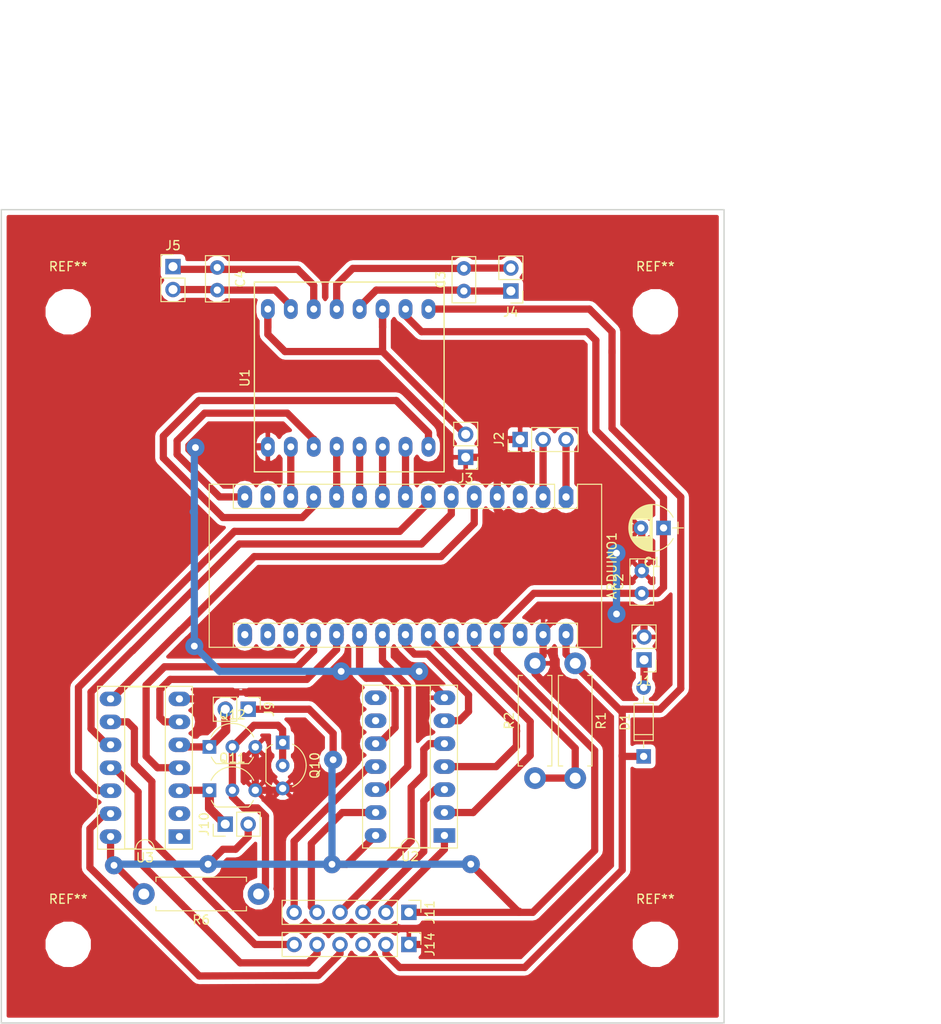
<source format=kicad_pcb>
(kicad_pcb (version 4) (host pcbnew 4.0.7-e2-6376~58~ubuntu16.04.1)

  (general
    (links 104)
    (no_connects 0)
    (area 64.685714 27.3 172.85 140.075001)
    (thickness 1.6)
    (drawings 7)
    (tracks 403)
    (zones 0)
    (modules 28)
    (nets 48)
  )

  (page A4)
  (layers
    (0 F.Cu signal)
    (31 B.Cu signal)
    (32 B.Adhes user)
    (33 F.Adhes user)
    (34 B.Paste user)
    (35 F.Paste user)
    (36 B.SilkS user)
    (37 F.SilkS user)
    (38 B.Mask user)
    (39 F.Mask user)
    (40 Dwgs.User user)
    (41 Cmts.User user)
    (42 Eco1.User user)
    (43 Eco2.User user)
    (44 Edge.Cuts user)
    (45 Margin user)
    (46 B.CrtYd user)
    (47 F.CrtYd user)
    (48 B.Fab user)
    (49 F.Fab user)
  )

  (setup
    (last_trace_width 0.8)
    (user_trace_width 0.5)
    (user_trace_width 0.8)
    (user_trace_width 0.8)
    (user_trace_width 1)
    (trace_clearance 0.5)
    (zone_clearance 0.508)
    (zone_45_only no)
    (trace_min 0.5)
    (segment_width 0.2)
    (edge_width 0.15)
    (via_size 1.5)
    (via_drill 0.75)
    (via_min_size 1.2)
    (via_min_drill 0.75)
    (user_via 1.2 0.75)
    (user_via 1.5 0.75)
    (user_via 2 0.75)
    (user_via 2 1)
    (uvia_size 0.3)
    (uvia_drill 0.1)
    (uvias_allowed no)
    (uvia_min_size 0.2)
    (uvia_min_drill 0.1)
    (pcb_text_width 0.3)
    (pcb_text_size 1.5 1.5)
    (mod_edge_width 0.15)
    (mod_text_size 1 1)
    (mod_text_width 0.15)
    (pad_size 2.5 2.5)
    (pad_drill 0.762)
    (pad_to_mask_clearance 0.2)
    (aux_axis_origin 0 0)
    (visible_elements FFFFFF7F)
    (pcbplotparams
      (layerselection 0x00000_00000001)
      (usegerberextensions false)
      (excludeedgelayer true)
      (linewidth 0.100000)
      (plotframeref false)
      (viasonmask false)
      (mode 1)
      (useauxorigin false)
      (hpglpennumber 1)
      (hpglpenspeed 20)
      (hpglpendiameter 15)
      (hpglpenoverlay 2)
      (psnegative false)
      (psa4output false)
      (plotreference true)
      (plotvalue true)
      (plotinvisibletext false)
      (padsonsilk false)
      (subtractmaskfromsilk false)
      (outputformat 4)
      (mirror false)
      (drillshape 1)
      (scaleselection 1)
      (outputdirectory /home/seba/Desktop/))
  )

  (net 0 "")
  (net 1 "Net-(ARDUINO1-Pad17)")
  (net 2 "Net-(ARDUINO1-Pad18)")
  (net 3 "Net-(ARDUINO1-Pad3)")
  (net 4 /Nivel_bat)
  (net 5 /E1)
  (net 6 /E2)
  (net 7 "Net-(ARDUINO1-Pad10)")
  (net 8 "Net-(ARDUINO1-Pad11)")
  (net 9 "Net-(ARDUINO1-Pad12)")
  (net 10 "Net-(ARDUINO1-Pad28)")
  (net 11 "Net-(ARDUINO1-Pad13)")
  (net 12 /Vcc_bat)
  (net 13 "Net-(ARDUINO1-Pad15)")
  (net 14 /gnd_motores)
  (net 15 /Vref_encoders)
  (net 16 "Net-(C3-Pad2)")
  (net 17 "Net-(C3-Pad1)")
  (net 18 "Net-(C4-Pad1)")
  (net 19 "Net-(C4-Pad2)")
  (net 20 "Net-(ARDUINO1-Pad8)")
  (net 21 "Net-(ARDUINO1-Pad9)")
  (net 22 /L8_a)
  (net 23 /L1_a)
  (net 24 /L7_a)
  (net 25 /L2_a)
  (net 26 /L6_a)
  (net 27 /L3_a)
  (net 28 /L4_a)
  (net 29 /L5_a)
  (net 30 /Comunicacion_TX_a)
  (net 31 /Comunicacion_RX_a)
  (net 32 "Net-(ARDUINO1-Pad14)")
  (net 33 "Net-(D1-Pad2)")
  (net 34 "Net-(ARDUINO1-Pad16)")
  (net 35 /A0_E1)
  (net 36 /D4_L6_a)
  (net 37 /A2_l1_A)
  (net 38 /A1_E2)
  (net 39 GND)
  (net 40 VCC)
  (net 41 /D3_L7_a)
  (net 42 /A4_l3_A)
  (net 43 /D2_L8_a)
  (net 44 /A3_l2_A)
  (net 45 /A5_l4_A)
  (net 46 /A6_l5_A)
  (net 47 "Net-(J14-Pad3)")

  (net_class Default "This is the default net class."
    (clearance 0.5)
    (trace_width 0.8)
    (via_dia 1.5)
    (via_drill 0.75)
    (uvia_dia 0.3)
    (uvia_drill 0.1)
    (add_net /A0_E1)
    (add_net /A1_E2)
    (add_net /A2_l1_A)
    (add_net /A3_l2_A)
    (add_net /A4_l3_A)
    (add_net /A5_l4_A)
    (add_net /A6_l5_A)
    (add_net /Comunicacion_RX_a)
    (add_net /Comunicacion_TX_a)
    (add_net /D2_L8_a)
    (add_net /D3_L7_a)
    (add_net /D4_L6_a)
    (add_net /E1)
    (add_net /E2)
    (add_net /L1_a)
    (add_net /L2_a)
    (add_net /L3_a)
    (add_net /L4_a)
    (add_net /L5_a)
    (add_net /L6_a)
    (add_net /L7_a)
    (add_net /L8_a)
    (add_net /Nivel_bat)
    (add_net /Vcc_bat)
    (add_net /Vref_encoders)
    (add_net /gnd_motores)
    (add_net GND)
    (add_net "Net-(ARDUINO1-Pad10)")
    (add_net "Net-(ARDUINO1-Pad11)")
    (add_net "Net-(ARDUINO1-Pad12)")
    (add_net "Net-(ARDUINO1-Pad13)")
    (add_net "Net-(ARDUINO1-Pad14)")
    (add_net "Net-(ARDUINO1-Pad15)")
    (add_net "Net-(ARDUINO1-Pad16)")
    (add_net "Net-(ARDUINO1-Pad17)")
    (add_net "Net-(ARDUINO1-Pad18)")
    (add_net "Net-(ARDUINO1-Pad28)")
    (add_net "Net-(ARDUINO1-Pad3)")
    (add_net "Net-(ARDUINO1-Pad8)")
    (add_net "Net-(ARDUINO1-Pad9)")
    (add_net "Net-(C3-Pad1)")
    (add_net "Net-(C3-Pad2)")
    (add_net "Net-(C4-Pad1)")
    (add_net "Net-(C4-Pad2)")
    (add_net "Net-(D1-Pad2)")
    (add_net "Net-(J14-Pad3)")
    (add_net VCC)
  )

  (module Pin_Headers:Pin_Header_Straight_1x02_Pitch2.54mm (layer F.Cu) (tedit 5AF0EC09) (tstamp 5A7E1E0A)
    (at 136.144 99.822 180)
    (descr "Through hole straight pin header, 1x02, 2.54mm pitch, single row")
    (tags "Through hole pin header THT 1x02 2.54mm single row")
    (path /5A7CF181)
    (fp_text reference J1 (at 0 -2.33 180) (layer F.SilkS)
      (effects (font (size 1 1) (thickness 0.15)))
    )
    (fp_text value Conn_01x02 (at 0 4.87 180) (layer F.Fab)
      (effects (font (size 1 1) (thickness 0.15)))
    )
    (fp_line (start -0.635 -1.27) (end 1.27 -1.27) (layer F.Fab) (width 0.1))
    (fp_line (start 1.27 -1.27) (end 1.27 3.81) (layer F.Fab) (width 0.1))
    (fp_line (start 1.27 3.81) (end -1.27 3.81) (layer F.Fab) (width 0.1))
    (fp_line (start -1.27 3.81) (end -1.27 -0.635) (layer F.Fab) (width 0.1))
    (fp_line (start -1.27 -0.635) (end -0.635 -1.27) (layer F.Fab) (width 0.1))
    (fp_line (start -1.33 3.87) (end 1.33 3.87) (layer F.SilkS) (width 0.12))
    (fp_line (start -1.33 1.27) (end -1.33 3.87) (layer F.SilkS) (width 0.12))
    (fp_line (start 1.33 1.27) (end 1.33 3.87) (layer F.SilkS) (width 0.12))
    (fp_line (start -1.33 1.27) (end 1.33 1.27) (layer F.SilkS) (width 0.12))
    (fp_line (start -1.33 0) (end -1.33 -1.33) (layer F.SilkS) (width 0.12))
    (fp_line (start -1.33 -1.33) (end 0 -1.33) (layer F.SilkS) (width 0.12))
    (fp_line (start -1.8 -1.8) (end -1.8 4.35) (layer F.CrtYd) (width 0.05))
    (fp_line (start -1.8 4.35) (end 1.8 4.35) (layer F.CrtYd) (width 0.05))
    (fp_line (start 1.8 4.35) (end 1.8 -1.8) (layer F.CrtYd) (width 0.05))
    (fp_line (start 1.8 -1.8) (end -1.8 -1.8) (layer F.CrtYd) (width 0.05))
    (fp_text user %R (at -2.032 1.524 270) (layer F.Fab)
      (effects (font (size 1 1) (thickness 0.15)))
    )
    (pad 1 thru_hole rect (at 0 0 180) (size 1.7 1.7) (drill 1) (layers *.Cu *.Mask)
      (net 33 "Net-(D1-Pad2)"))
    (pad 2 thru_hole oval (at 0 2.54 180) (size 1.7 1.7) (drill 1) (layers *.Cu *.Mask)
      (net 39 GND))
    (model ${KISYS3DMOD}/Pin_Headers.3dshapes/Pin_Header_Straight_1x02_Pitch2.54mm.wrl
      (at (xyz 0 0 0))
      (scale (xyz 1 1 1))
      (rotate (xyz 0 0 0))
    )
  )

  (module Mounting_Holes:MountingHole_4mm (layer F.Cu) (tedit 56D1B4CB) (tstamp 5AFB2EB5)
    (at 137.4 131.3)
    (descr "Mounting Hole 4mm, no annular")
    (tags "mounting hole 4mm no annular")
    (attr virtual)
    (fp_text reference REF** (at 0 -5) (layer F.SilkS)
      (effects (font (size 1 1) (thickness 0.15)))
    )
    (fp_text value MountingHole_4mm (at 0 5) (layer F.Fab)
      (effects (font (size 1 1) (thickness 0.15)))
    )
    (fp_text user %R (at 0.3 0) (layer F.Fab)
      (effects (font (size 1 1) (thickness 0.15)))
    )
    (fp_circle (center 0 0) (end 4 0) (layer Cmts.User) (width 0.15))
    (fp_circle (center 0 0) (end 4.25 0) (layer F.CrtYd) (width 0.05))
    (pad 1 np_thru_hole circle (at 0 0) (size 4 4) (drill 4) (layers *.Cu *.Mask))
  )

  (module Mounting_Holes:MountingHole_4mm (layer F.Cu) (tedit 56D1B4CB) (tstamp 5AFB2EAE)
    (at 137.4 61.3)
    (descr "Mounting Hole 4mm, no annular")
    (tags "mounting hole 4mm no annular")
    (attr virtual)
    (fp_text reference REF** (at 0 -5) (layer F.SilkS)
      (effects (font (size 1 1) (thickness 0.15)))
    )
    (fp_text value MountingHole_4mm (at 0 5) (layer F.Fab)
      (effects (font (size 1 1) (thickness 0.15)))
    )
    (fp_text user %R (at 0.3 0) (layer F.Fab)
      (effects (font (size 1 1) (thickness 0.15)))
    )
    (fp_circle (center 0 0) (end 4 0) (layer Cmts.User) (width 0.15))
    (fp_circle (center 0 0) (end 4.25 0) (layer F.CrtYd) (width 0.05))
    (pad 1 np_thru_hole circle (at 0 0) (size 4 4) (drill 4) (layers *.Cu *.Mask))
  )

  (module Pin_Headers:Pin_Header_Straight_1x02_Pitch2.54mm (layer F.Cu) (tedit 59650532) (tstamp 5AF37DFB)
    (at 89.7825 118.0025 90)
    (descr "Through hole straight pin header, 1x02, 2.54mm pitch, single row")
    (tags "Through hole pin header THT 1x02 2.54mm single row")
    (path /5A8086E0)
    (fp_text reference J10 (at 0 -2.33 90) (layer F.SilkS)
      (effects (font (size 1 1) (thickness 0.15)))
    )
    (fp_text value Conn_01x02 (at 0 4.87 90) (layer F.Fab)
      (effects (font (size 1 1) (thickness 0.15)))
    )
    (fp_line (start -0.635 -1.27) (end 1.27 -1.27) (layer F.Fab) (width 0.1))
    (fp_line (start 1.27 -1.27) (end 1.27 3.81) (layer F.Fab) (width 0.1))
    (fp_line (start 1.27 3.81) (end -1.27 3.81) (layer F.Fab) (width 0.1))
    (fp_line (start -1.27 3.81) (end -1.27 -0.635) (layer F.Fab) (width 0.1))
    (fp_line (start -1.27 -0.635) (end -0.635 -1.27) (layer F.Fab) (width 0.1))
    (fp_line (start -1.33 3.87) (end 1.33 3.87) (layer F.SilkS) (width 0.12))
    (fp_line (start -1.33 1.27) (end -1.33 3.87) (layer F.SilkS) (width 0.12))
    (fp_line (start 1.33 1.27) (end 1.33 3.87) (layer F.SilkS) (width 0.12))
    (fp_line (start -1.33 1.27) (end 1.33 1.27) (layer F.SilkS) (width 0.12))
    (fp_line (start -1.33 0) (end -1.33 -1.33) (layer F.SilkS) (width 0.12))
    (fp_line (start -1.33 -1.33) (end 0 -1.33) (layer F.SilkS) (width 0.12))
    (fp_line (start -1.8 -1.8) (end -1.8 4.35) (layer F.CrtYd) (width 0.05))
    (fp_line (start -1.8 4.35) (end 1.8 4.35) (layer F.CrtYd) (width 0.05))
    (fp_line (start 1.8 4.35) (end 1.8 -1.8) (layer F.CrtYd) (width 0.05))
    (fp_line (start 1.8 -1.8) (end -1.8 -1.8) (layer F.CrtYd) (width 0.05))
    (fp_text user %R (at 0 1.27 180) (layer F.Fab)
      (effects (font (size 1 1) (thickness 0.15)))
    )
    (pad 1 thru_hole rect (at 0 0 90) (size 1.7 1.7) (drill 1) (layers *.Cu *.Mask)
      (net 6 /E2))
    (pad 2 thru_hole oval (at 0 2.54 90) (size 1.7 1.7) (drill 1) (layers *.Cu *.Mask)
      (net 40 VCC))
    (model ${KISYS3DMOD}/Pin_Headers.3dshapes/Pin_Header_Straight_1x02_Pitch2.54mm.wrl
      (at (xyz 0 0 0))
      (scale (xyz 1 1 1))
      (rotate (xyz 0 0 0))
    )
  )

  (module Resistors_THT:R_Axial_DIN0411_L9.9mm_D3.6mm_P12.70mm_Horizontal (layer F.Cu) (tedit 5874F706) (tstamp 5AF37DE6)
    (at 93.472 125.73 180)
    (descr "Resistor, Axial_DIN0411 series, Axial, Horizontal, pin pitch=12.7mm, 1W = 1/1W, length*diameter=9.9*3.6mm^2")
    (tags "Resistor Axial_DIN0411 series Axial Horizontal pin pitch 12.7mm 1W = 1/1W length 9.9mm diameter 3.6mm")
    (path /5A7BF622)
    (fp_text reference R6 (at 6.35 -2.86 180) (layer F.SilkS)
      (effects (font (size 1 1) (thickness 0.15)))
    )
    (fp_text value 100k (at 6.35 2.86 180) (layer F.Fab)
      (effects (font (size 1 1) (thickness 0.15)))
    )
    (fp_line (start 1.4 -1.8) (end 1.4 1.8) (layer F.Fab) (width 0.1))
    (fp_line (start 1.4 1.8) (end 11.3 1.8) (layer F.Fab) (width 0.1))
    (fp_line (start 11.3 1.8) (end 11.3 -1.8) (layer F.Fab) (width 0.1))
    (fp_line (start 11.3 -1.8) (end 1.4 -1.8) (layer F.Fab) (width 0.1))
    (fp_line (start 0 0) (end 1.4 0) (layer F.Fab) (width 0.1))
    (fp_line (start 12.7 0) (end 11.3 0) (layer F.Fab) (width 0.1))
    (fp_line (start 1.34 -1.38) (end 1.34 -1.86) (layer F.SilkS) (width 0.12))
    (fp_line (start 1.34 -1.86) (end 11.36 -1.86) (layer F.SilkS) (width 0.12))
    (fp_line (start 11.36 -1.86) (end 11.36 -1.38) (layer F.SilkS) (width 0.12))
    (fp_line (start 1.34 1.38) (end 1.34 1.86) (layer F.SilkS) (width 0.12))
    (fp_line (start 1.34 1.86) (end 11.36 1.86) (layer F.SilkS) (width 0.12))
    (fp_line (start 11.36 1.86) (end 11.36 1.38) (layer F.SilkS) (width 0.12))
    (fp_line (start -1.45 -2.15) (end -1.45 2.15) (layer F.CrtYd) (width 0.05))
    (fp_line (start -1.45 2.15) (end 14.15 2.15) (layer F.CrtYd) (width 0.05))
    (fp_line (start 14.15 2.15) (end 14.15 -2.15) (layer F.CrtYd) (width 0.05))
    (fp_line (start 14.15 -2.15) (end -1.45 -2.15) (layer F.CrtYd) (width 0.05))
    (pad 1 thru_hole circle (at 0 0 180) (size 2.4 2.4) (drill 1.2) (layers *.Cu *.Mask)
      (net 15 /Vref_encoders))
    (pad 2 thru_hole oval (at 12.7 0 180) (size 2.4 2.4) (drill 1.2) (layers *.Cu *.Mask)
      (net 40 VCC))
    (model ${KISYS3DMOD}/Resistors_THT.3dshapes/R_Axial_DIN0411_L9.9mm_D3.6mm_P12.70mm_Horizontal.wrl
      (at (xyz 0 0 0))
      (scale (xyz 0.393701 0.393701 0.393701))
      (rotate (xyz 0 0 0))
    )
  )

  (module TO_SOT_Packages_THT:TO-92_Inline_Wide (layer F.Cu) (tedit 58CE52AF) (tstamp 5AF37DD3)
    (at 88.0325 109.4525)
    (descr "TO-92 leads in-line, wide, drill 0.8mm (see NXP sot054_po.pdf)")
    (tags "to-92 sc-43 sc-43a sot54 PA33 transistor")
    (path /5A78AAEB)
    (fp_text reference Q12 (at 2.54 -3.56 180) (layer F.SilkS)
      (effects (font (size 1 1) (thickness 0.15)))
    )
    (fp_text value 2N2219 (at 2.54 2.79) (layer F.Fab)
      (effects (font (size 1 1) (thickness 0.15)))
    )
    (fp_text user %R (at 2.54 -3.56 180) (layer F.Fab)
      (effects (font (size 1 1) (thickness 0.15)))
    )
    (fp_line (start 0.74 1.85) (end 4.34 1.85) (layer F.SilkS) (width 0.12))
    (fp_line (start 0.8 1.75) (end 4.3 1.75) (layer F.Fab) (width 0.1))
    (fp_line (start -1.01 -2.73) (end 6.09 -2.73) (layer F.CrtYd) (width 0.05))
    (fp_line (start -1.01 -2.73) (end -1.01 2.01) (layer F.CrtYd) (width 0.05))
    (fp_line (start 6.09 2.01) (end 6.09 -2.73) (layer F.CrtYd) (width 0.05))
    (fp_line (start 6.09 2.01) (end -1.01 2.01) (layer F.CrtYd) (width 0.05))
    (fp_arc (start 2.54 0) (end 0.74 1.85) (angle 20) (layer F.SilkS) (width 0.12))
    (fp_arc (start 2.54 0) (end 2.54 -2.6) (angle -65) (layer F.SilkS) (width 0.12))
    (fp_arc (start 2.54 0) (end 2.54 -2.6) (angle 65) (layer F.SilkS) (width 0.12))
    (fp_arc (start 2.54 0) (end 2.54 -2.48) (angle 135) (layer F.Fab) (width 0.1))
    (fp_arc (start 2.54 0) (end 2.54 -2.48) (angle -135) (layer F.Fab) (width 0.1))
    (fp_arc (start 2.54 0) (end 4.34 1.85) (angle -20) (layer F.SilkS) (width 0.12))
    (pad 2 thru_hole circle (at 2.54 0 90) (size 1.52 1.52) (drill 0.8) (layers *.Cu *.Mask)
      (net 15 /Vref_encoders))
    (pad 3 thru_hole circle (at 5.08 0 90) (size 1.52 1.52) (drill 0.8) (layers *.Cu *.Mask)
      (net 39 GND))
    (pad 1 thru_hole rect (at 0 0 90) (size 1.52 1.52) (drill 0.8) (layers *.Cu *.Mask)
      (net 5 /E1))
    (model ${KISYS3DMOD}/TO_SOT_Packages_THT.3dshapes/TO-92_Inline_Wide.wrl
      (at (xyz 0.1 0 0))
      (scale (xyz 1 1 1))
      (rotate (xyz 0 0 -90))
    )
  )

  (module TO_SOT_Packages_THT:TO-92_Inline_Wide (layer F.Cu) (tedit 58CE52AF) (tstamp 5AF37DC0)
    (at 88.0325 114.2525)
    (descr "TO-92 leads in-line, wide, drill 0.8mm (see NXP sot054_po.pdf)")
    (tags "to-92 sc-43 sc-43a sot54 PA33 transistor")
    (path /5A78AADE)
    (fp_text reference Q11 (at 2.54 -3.56 180) (layer F.SilkS)
      (effects (font (size 1 1) (thickness 0.15)))
    )
    (fp_text value 2N2219 (at 2.54 2.79) (layer F.Fab)
      (effects (font (size 1 1) (thickness 0.15)))
    )
    (fp_text user %R (at 2.54 -3.56 180) (layer F.Fab)
      (effects (font (size 1 1) (thickness 0.15)))
    )
    (fp_line (start 0.74 1.85) (end 4.34 1.85) (layer F.SilkS) (width 0.12))
    (fp_line (start 0.8 1.75) (end 4.3 1.75) (layer F.Fab) (width 0.1))
    (fp_line (start -1.01 -2.73) (end 6.09 -2.73) (layer F.CrtYd) (width 0.05))
    (fp_line (start -1.01 -2.73) (end -1.01 2.01) (layer F.CrtYd) (width 0.05))
    (fp_line (start 6.09 2.01) (end 6.09 -2.73) (layer F.CrtYd) (width 0.05))
    (fp_line (start 6.09 2.01) (end -1.01 2.01) (layer F.CrtYd) (width 0.05))
    (fp_arc (start 2.54 0) (end 0.74 1.85) (angle 20) (layer F.SilkS) (width 0.12))
    (fp_arc (start 2.54 0) (end 2.54 -2.6) (angle -65) (layer F.SilkS) (width 0.12))
    (fp_arc (start 2.54 0) (end 2.54 -2.6) (angle 65) (layer F.SilkS) (width 0.12))
    (fp_arc (start 2.54 0) (end 2.54 -2.48) (angle 135) (layer F.Fab) (width 0.1))
    (fp_arc (start 2.54 0) (end 2.54 -2.48) (angle -135) (layer F.Fab) (width 0.1))
    (fp_arc (start 2.54 0) (end 4.34 1.85) (angle -20) (layer F.SilkS) (width 0.12))
    (pad 2 thru_hole circle (at 2.54 0 90) (size 1.52 1.52) (drill 0.8) (layers *.Cu *.Mask)
      (net 15 /Vref_encoders))
    (pad 3 thru_hole circle (at 5.08 0 90) (size 1.52 1.52) (drill 0.8) (layers *.Cu *.Mask)
      (net 39 GND))
    (pad 1 thru_hole rect (at 0 0 90) (size 1.52 1.52) (drill 0.8) (layers *.Cu *.Mask)
      (net 6 /E2))
    (model ${KISYS3DMOD}/TO_SOT_Packages_THT.3dshapes/TO-92_Inline_Wide.wrl
      (at (xyz 0.1 0 0))
      (scale (xyz 1 1 1))
      (rotate (xyz 0 0 -90))
    )
  )

  (module TO_SOT_Packages_THT:TO-92_Inline_Wide (layer F.Cu) (tedit 58CE52AF) (tstamp 5AF37DAD)
    (at 96.139 108.966 270)
    (descr "TO-92 leads in-line, wide, drill 0.8mm (see NXP sot054_po.pdf)")
    (tags "to-92 sc-43 sc-43a sot54 PA33 transistor")
    (path /5A7BF4CE)
    (fp_text reference Q10 (at 2.54 -3.56 450) (layer F.SilkS)
      (effects (font (size 1 1) (thickness 0.15)))
    )
    (fp_text value 2N2219 (at 2.54 2.79 270) (layer F.Fab)
      (effects (font (size 1 1) (thickness 0.15)))
    )
    (fp_text user %R (at 2.54 -3.56 450) (layer F.Fab)
      (effects (font (size 1 1) (thickness 0.15)))
    )
    (fp_line (start 0.74 1.85) (end 4.34 1.85) (layer F.SilkS) (width 0.12))
    (fp_line (start 0.8 1.75) (end 4.3 1.75) (layer F.Fab) (width 0.1))
    (fp_line (start -1.01 -2.73) (end 6.09 -2.73) (layer F.CrtYd) (width 0.05))
    (fp_line (start -1.01 -2.73) (end -1.01 2.01) (layer F.CrtYd) (width 0.05))
    (fp_line (start 6.09 2.01) (end 6.09 -2.73) (layer F.CrtYd) (width 0.05))
    (fp_line (start 6.09 2.01) (end -1.01 2.01) (layer F.CrtYd) (width 0.05))
    (fp_arc (start 2.54 0) (end 0.74 1.85) (angle 20) (layer F.SilkS) (width 0.12))
    (fp_arc (start 2.54 0) (end 2.54 -2.6) (angle -65) (layer F.SilkS) (width 0.12))
    (fp_arc (start 2.54 0) (end 2.54 -2.6) (angle 65) (layer F.SilkS) (width 0.12))
    (fp_arc (start 2.54 0) (end 2.54 -2.48) (angle 135) (layer F.Fab) (width 0.1))
    (fp_arc (start 2.54 0) (end 2.54 -2.48) (angle -135) (layer F.Fab) (width 0.1))
    (fp_arc (start 2.54 0) (end 4.34 1.85) (angle -20) (layer F.SilkS) (width 0.12))
    (pad 2 thru_hole circle (at 2.54 0) (size 1.52 1.52) (drill 0.8) (layers *.Cu *.Mask)
      (net 15 /Vref_encoders))
    (pad 3 thru_hole circle (at 5.08 0) (size 1.52 1.52) (drill 0.8) (layers *.Cu *.Mask)
      (net 39 GND))
    (pad 1 thru_hole rect (at 0 0) (size 1.52 1.52) (drill 0.8) (layers *.Cu *.Mask)
      (net 15 /Vref_encoders))
    (model ${KISYS3DMOD}/TO_SOT_Packages_THT.3dshapes/TO-92_Inline_Wide.wrl
      (at (xyz 0.1 0 0))
      (scale (xyz 1 1 1))
      (rotate (xyz 0 0 -90))
    )
  )

  (module Pin_Headers:Pin_Header_Straight_1x02_Pitch2.54mm (layer F.Cu) (tedit 59650532) (tstamp 5AF37D98)
    (at 92.329 105.283 270)
    (descr "Through hole straight pin header, 1x02, 2.54mm pitch, single row")
    (tags "Through hole pin header THT 1x02 2.54mm single row")
    (path /5A8084FE)
    (fp_text reference J9 (at 0 -2.33 270) (layer F.SilkS)
      (effects (font (size 1 1) (thickness 0.15)))
    )
    (fp_text value Conn_01x02 (at 0 4.87 270) (layer F.Fab)
      (effects (font (size 1 1) (thickness 0.15)))
    )
    (fp_line (start -0.635 -1.27) (end 1.27 -1.27) (layer F.Fab) (width 0.1))
    (fp_line (start 1.27 -1.27) (end 1.27 3.81) (layer F.Fab) (width 0.1))
    (fp_line (start 1.27 3.81) (end -1.27 3.81) (layer F.Fab) (width 0.1))
    (fp_line (start -1.27 3.81) (end -1.27 -0.635) (layer F.Fab) (width 0.1))
    (fp_line (start -1.27 -0.635) (end -0.635 -1.27) (layer F.Fab) (width 0.1))
    (fp_line (start -1.33 3.87) (end 1.33 3.87) (layer F.SilkS) (width 0.12))
    (fp_line (start -1.33 1.27) (end -1.33 3.87) (layer F.SilkS) (width 0.12))
    (fp_line (start 1.33 1.27) (end 1.33 3.87) (layer F.SilkS) (width 0.12))
    (fp_line (start -1.33 1.27) (end 1.33 1.27) (layer F.SilkS) (width 0.12))
    (fp_line (start -1.33 0) (end -1.33 -1.33) (layer F.SilkS) (width 0.12))
    (fp_line (start -1.33 -1.33) (end 0 -1.33) (layer F.SilkS) (width 0.12))
    (fp_line (start -1.8 -1.8) (end -1.8 4.35) (layer F.CrtYd) (width 0.05))
    (fp_line (start -1.8 4.35) (end 1.8 4.35) (layer F.CrtYd) (width 0.05))
    (fp_line (start 1.8 4.35) (end 1.8 -1.8) (layer F.CrtYd) (width 0.05))
    (fp_line (start 1.8 -1.8) (end -1.8 -1.8) (layer F.CrtYd) (width 0.05))
    (fp_text user %R (at 0 1.27 360) (layer F.Fab)
      (effects (font (size 1 1) (thickness 0.15)))
    )
    (pad 1 thru_hole rect (at 0 0 270) (size 1.7 1.7) (drill 1) (layers *.Cu *.Mask)
      (net 40 VCC))
    (pad 2 thru_hole oval (at 0 2.54 270) (size 1.7 1.7) (drill 1) (layers *.Cu *.Mask)
      (net 5 /E1))
    (model ${KISYS3DMOD}/Pin_Headers.3dshapes/Pin_Header_Straight_1x02_Pitch2.54mm.wrl
      (at (xyz 0 0 0))
      (scale (xyz 1 1 1))
      (rotate (xyz 0 0 0))
    )
  )

  (module Propias:tb6612 (layer F.Cu) (tedit 5A7E0F65) (tstamp 5A7E1953)
    (at 94.5 61 270)
    (path /5A7E9351)
    (fp_text reference U1 (at 7.62 2.54 270) (layer F.SilkS)
      (effects (font (size 1 1) (thickness 0.15)))
    )
    (fp_text value TB6612F (at 7.62 -17.78 270) (layer F.Fab)
      (effects (font (size 1 1) (thickness 0.15)))
    )
    (fp_line (start -2.99 -19.51) (end 18.01 -19.51) (layer F.SilkS) (width 0.15))
    (fp_line (start 18.01 -19.51) (end 18.01 1.49) (layer F.SilkS) (width 0.15))
    (fp_line (start 18.01 1.49) (end -2.99 1.49) (layer F.SilkS) (width 0.15))
    (fp_line (start -2.99 1.49) (end -2.99 -19.51) (layer F.SilkS) (width 0.15))
    (pad 9 thru_hole oval (at 15.24 0) (size 1.524 2.2) (drill 0.762) (layers *.Cu *.Mask B.Adhes)
      (net 39 GND))
    (pad 11 thru_hole oval (at 15.24 -5.08) (size 1.524 2.2) (drill 0.762) (layers *.Cu *.Mask B.Adhes)
      (net 13 "Net-(ARDUINO1-Pad15)"))
    (pad 10 thru_hole oval (at 15.24 -2.54) (size 1.524 2.2) (drill 0.762) (layers *.Cu *.Mask B.Adhes)
      (net 11 "Net-(ARDUINO1-Pad13)"))
    (pad 14 thru_hole oval (at 15.24 -12.7) (size 1.524 2.2) (drill 0.762) (layers *.Cu *.Mask B.Adhes)
      (net 21 "Net-(ARDUINO1-Pad9)"))
    (pad 13 thru_hole oval (at 15.24 -10.16) (size 1.524 2.2) (drill 0.762) (layers *.Cu *.Mask B.Adhes)
      (net 7 "Net-(ARDUINO1-Pad10)"))
    (pad 12 thru_hole oval (at 15.24 -7.62) (size 1.524 2.2) (drill 0.762) (layers *.Cu *.Mask B.Adhes)
      (net 8 "Net-(ARDUINO1-Pad11)"))
    (pad 16 thru_hole oval (at 15.24 -17.78) (size 1.524 2.2) (drill 0.762) (layers *.Cu *.Mask B.Adhes)
      (net 9 "Net-(ARDUINO1-Pad12)"))
    (pad 15 thru_hole oval (at 15.24 -15.24) (size 1.524 2.2) (drill 0.762) (layers *.Cu *.Mask B.Adhes)
      (net 20 "Net-(ARDUINO1-Pad8)"))
    (pad 1 thru_hole oval (at 0 -17.78) (size 1.524 2.2) (drill 0.762) (layers *.Cu *.Mask B.Adhes)
      (net 12 /Vcc_bat))
    (pad 2 thru_hole oval (at 0 -15.24) (size 1.524 2.2) (drill 0.762) (layers *.Cu *.Mask B.Adhes)
      (net 40 VCC))
    (pad 5 thru_hole oval (at 0 -7.62) (size 1.524 2.2) (drill 0.762) (layers *.Cu *.Mask B.Adhes)
      (net 16 "Net-(C3-Pad2)"))
    (pad 3 thru_hole oval (at 0 -12.7) (size 1.524 2.2) (drill 0.762) (layers *.Cu *.Mask B.Adhes)
      (net 14 /gnd_motores))
    (pad 4 thru_hole oval (at 0 -10.16) (size 1.524 2.2) (drill 0.762) (layers *.Cu *.Mask B.Adhes)
      (net 17 "Net-(C3-Pad1)"))
    (pad 6 thru_hole oval (at 0 -5.08) (size 1.524 2.2) (drill 0.762) (layers *.Cu *.Mask B.Adhes)
      (net 18 "Net-(C4-Pad1)"))
    (pad 7 thru_hole oval (at 0 -2.54) (size 1.524 2.2) (drill 0.762) (layers *.Cu *.Mask B.Adhes)
      (net 19 "Net-(C4-Pad2)"))
    (pad 8 thru_hole oval (at 0 0) (size 1.524 2.2) (drill 0.762) (layers *.Cu *.Mask B.Adhes)
      (net 14 /gnd_motores))
  )

  (module Pin_Headers:Pin_Header_Straight_1x02_Pitch2.54mm (layer F.Cu) (tedit 59650532) (tstamp 5A7CD0E6)
    (at 116.4 77.4 180)
    (descr "Through hole straight pin header, 1x02, 2.54mm pitch, single row")
    (tags "Through hole pin header THT 1x02 2.54mm single row")
    (path /5A7CFAC2)
    (fp_text reference J3 (at 0 -2.33 180) (layer F.SilkS)
      (effects (font (size 1 1) (thickness 0.15)))
    )
    (fp_text value Conn_01x02 (at 0 4.87 180) (layer F.Fab)
      (effects (font (size 1 1) (thickness 0.15)))
    )
    (fp_line (start -0.635 -1.27) (end 1.27 -1.27) (layer F.Fab) (width 0.1))
    (fp_line (start 1.27 -1.27) (end 1.27 3.81) (layer F.Fab) (width 0.1))
    (fp_line (start 1.27 3.81) (end -1.27 3.81) (layer F.Fab) (width 0.1))
    (fp_line (start -1.27 3.81) (end -1.27 -0.635) (layer F.Fab) (width 0.1))
    (fp_line (start -1.27 -0.635) (end -0.635 -1.27) (layer F.Fab) (width 0.1))
    (fp_line (start -1.33 3.87) (end 1.33 3.87) (layer F.SilkS) (width 0.12))
    (fp_line (start -1.33 1.27) (end -1.33 3.87) (layer F.SilkS) (width 0.12))
    (fp_line (start 1.33 1.27) (end 1.33 3.87) (layer F.SilkS) (width 0.12))
    (fp_line (start -1.33 1.27) (end 1.33 1.27) (layer F.SilkS) (width 0.12))
    (fp_line (start -1.33 0) (end -1.33 -1.33) (layer F.SilkS) (width 0.12))
    (fp_line (start -1.33 -1.33) (end 0 -1.33) (layer F.SilkS) (width 0.12))
    (fp_line (start -1.8 -1.8) (end -1.8 4.35) (layer F.CrtYd) (width 0.05))
    (fp_line (start -1.8 4.35) (end 1.8 4.35) (layer F.CrtYd) (width 0.05))
    (fp_line (start 1.8 4.35) (end 1.8 -1.8) (layer F.CrtYd) (width 0.05))
    (fp_line (start 1.8 -1.8) (end -1.8 -1.8) (layer F.CrtYd) (width 0.05))
    (fp_text user %R (at 0 1.27 270) (layer F.Fab)
      (effects (font (size 1 1) (thickness 0.15)))
    )
    (pad 1 thru_hole rect (at 0 0 180) (size 1.7 1.7) (drill 1) (layers *.Cu *.Mask)
      (net 39 GND))
    (pad 2 thru_hole oval (at 0 2.54 180) (size 1.7 1.7) (drill 1) (layers *.Cu *.Mask)
      (net 14 /gnd_motores))
    (model ${KISYS3DMOD}/Pin_Headers.3dshapes/Pin_Header_Straight_1x02_Pitch2.54mm.wrl
      (at (xyz 0 0 0))
      (scale (xyz 1 1 1))
      (rotate (xyz 0 0 0))
    )
  )

  (module Resistors_THT:R_Axial_DIN0411_L9.9mm_D3.6mm_P12.70mm_Horizontal (layer F.Cu) (tedit 5874F706) (tstamp 5A7CD155)
    (at 128.524 100.203 270)
    (descr "Resistor, Axial_DIN0411 series, Axial, Horizontal, pin pitch=12.7mm, 1W = 1/1W, length*diameter=9.9*3.6mm^2")
    (tags "Resistor Axial_DIN0411 series Axial Horizontal pin pitch 12.7mm 1W = 1/1W length 9.9mm diameter 3.6mm")
    (path /5A7BCF15)
    (fp_text reference R1 (at 6.35 -2.86 270) (layer F.SilkS)
      (effects (font (size 1 1) (thickness 0.15)))
    )
    (fp_text value 6k8 (at 6.35 2.86 270) (layer F.Fab)
      (effects (font (size 1 1) (thickness 0.15)))
    )
    (fp_line (start 1.4 -1.8) (end 1.4 1.8) (layer F.Fab) (width 0.1))
    (fp_line (start 1.4 1.8) (end 11.3 1.8) (layer F.Fab) (width 0.1))
    (fp_line (start 11.3 1.8) (end 11.3 -1.8) (layer F.Fab) (width 0.1))
    (fp_line (start 11.3 -1.8) (end 1.4 -1.8) (layer F.Fab) (width 0.1))
    (fp_line (start 0 0) (end 1.4 0) (layer F.Fab) (width 0.1))
    (fp_line (start 12.7 0) (end 11.3 0) (layer F.Fab) (width 0.1))
    (fp_line (start 1.34 -1.38) (end 1.34 -1.86) (layer F.SilkS) (width 0.12))
    (fp_line (start 1.34 -1.86) (end 11.36 -1.86) (layer F.SilkS) (width 0.12))
    (fp_line (start 11.36 -1.86) (end 11.36 -1.38) (layer F.SilkS) (width 0.12))
    (fp_line (start 1.34 1.38) (end 1.34 1.86) (layer F.SilkS) (width 0.12))
    (fp_line (start 1.34 1.86) (end 11.36 1.86) (layer F.SilkS) (width 0.12))
    (fp_line (start 11.36 1.86) (end 11.36 1.38) (layer F.SilkS) (width 0.12))
    (fp_line (start -1.45 -2.15) (end -1.45 2.15) (layer F.CrtYd) (width 0.05))
    (fp_line (start -1.45 2.15) (end 14.15 2.15) (layer F.CrtYd) (width 0.05))
    (fp_line (start 14.15 2.15) (end 14.15 -2.15) (layer F.CrtYd) (width 0.05))
    (fp_line (start 14.15 -2.15) (end -1.45 -2.15) (layer F.CrtYd) (width 0.05))
    (pad 1 thru_hole circle (at 0 0 270) (size 2.4 2.4) (drill 1.2) (layers *.Cu *.Mask)
      (net 12 /Vcc_bat))
    (pad 2 thru_hole oval (at 12.7 0 270) (size 2.4 2.4) (drill 1.2) (layers *.Cu *.Mask)
      (net 4 /Nivel_bat))
    (model ${KISYS3DMOD}/Resistors_THT.3dshapes/R_Axial_DIN0411_L9.9mm_D3.6mm_P12.70mm_Horizontal.wrl
      (at (xyz 0 0 0))
      (scale (xyz 0.393701 0.393701 0.393701))
      (rotate (xyz 0 0 0))
    )
  )

  (module Resistors_THT:R_Axial_DIN0411_L9.9mm_D3.6mm_P12.70mm_Horizontal (layer F.Cu) (tedit 5874F706) (tstamp 5A7CD15B)
    (at 124.079 112.903 90)
    (descr "Resistor, Axial_DIN0411 series, Axial, Horizontal, pin pitch=12.7mm, 1W = 1/1W, length*diameter=9.9*3.6mm^2")
    (tags "Resistor Axial_DIN0411 series Axial Horizontal pin pitch 12.7mm 1W = 1/1W length 9.9mm diameter 3.6mm")
    (path /5A7BCF96)
    (fp_text reference R2 (at 6.35 -2.86 90) (layer F.SilkS)
      (effects (font (size 1 1) (thickness 0.15)))
    )
    (fp_text value 10k (at 6.35 2.86 90) (layer F.Fab)
      (effects (font (size 1 1) (thickness 0.15)))
    )
    (fp_line (start 1.4 -1.8) (end 1.4 1.8) (layer F.Fab) (width 0.1))
    (fp_line (start 1.4 1.8) (end 11.3 1.8) (layer F.Fab) (width 0.1))
    (fp_line (start 11.3 1.8) (end 11.3 -1.8) (layer F.Fab) (width 0.1))
    (fp_line (start 11.3 -1.8) (end 1.4 -1.8) (layer F.Fab) (width 0.1))
    (fp_line (start 0 0) (end 1.4 0) (layer F.Fab) (width 0.1))
    (fp_line (start 12.7 0) (end 11.3 0) (layer F.Fab) (width 0.1))
    (fp_line (start 1.34 -1.38) (end 1.34 -1.86) (layer F.SilkS) (width 0.12))
    (fp_line (start 1.34 -1.86) (end 11.36 -1.86) (layer F.SilkS) (width 0.12))
    (fp_line (start 11.36 -1.86) (end 11.36 -1.38) (layer F.SilkS) (width 0.12))
    (fp_line (start 1.34 1.38) (end 1.34 1.86) (layer F.SilkS) (width 0.12))
    (fp_line (start 1.34 1.86) (end 11.36 1.86) (layer F.SilkS) (width 0.12))
    (fp_line (start 11.36 1.86) (end 11.36 1.38) (layer F.SilkS) (width 0.12))
    (fp_line (start -1.45 -2.15) (end -1.45 2.15) (layer F.CrtYd) (width 0.05))
    (fp_line (start -1.45 2.15) (end 14.15 2.15) (layer F.CrtYd) (width 0.05))
    (fp_line (start 14.15 2.15) (end 14.15 -2.15) (layer F.CrtYd) (width 0.05))
    (fp_line (start 14.15 -2.15) (end -1.45 -2.15) (layer F.CrtYd) (width 0.05))
    (pad 1 thru_hole circle (at 0 0 90) (size 2.4 2.4) (drill 1.2) (layers *.Cu *.Mask)
      (net 4 /Nivel_bat))
    (pad 2 thru_hole oval (at 12.7 0 90) (size 2.4 2.4) (drill 1.2) (layers *.Cu *.Mask)
      (net 39 GND))
    (model ${KISYS3DMOD}/Resistors_THT.3dshapes/R_Axial_DIN0411_L9.9mm_D3.6mm_P12.70mm_Horizontal.wrl
      (at (xyz 0 0 0))
      (scale (xyz 0.393701 0.393701 0.393701))
      (rotate (xyz 0 0 0))
    )
  )

  (module Capacitors_THT:C_Disc_D5.0mm_W2.5mm_P2.50mm (layer F.Cu) (tedit 597BC7C2) (tstamp 5A7DF666)
    (at 135.89 92.456 90)
    (descr "C, Disc series, Radial, pin pitch=2.50mm, , diameter*width=5*2.5mm^2, Capacitor, http://cdn-reichelt.de/documents/datenblatt/B300/DS_KERKO_TC.pdf")
    (tags "C Disc series Radial pin pitch 2.50mm  diameter 5mm width 2.5mm Capacitor")
    (path /5A7C2558)
    (fp_text reference C2 (at 1.25 -2.56 90) (layer F.SilkS)
      (effects (font (size 1 1) (thickness 0.15)))
    )
    (fp_text value "C_Small = 100n" (at 1.25 2.56 90) (layer F.Fab)
      (effects (font (size 1 1) (thickness 0.15)))
    )
    (fp_line (start -1.25 -1.25) (end -1.25 1.25) (layer F.Fab) (width 0.1))
    (fp_line (start -1.25 1.25) (end 3.75 1.25) (layer F.Fab) (width 0.1))
    (fp_line (start 3.75 1.25) (end 3.75 -1.25) (layer F.Fab) (width 0.1))
    (fp_line (start 3.75 -1.25) (end -1.25 -1.25) (layer F.Fab) (width 0.1))
    (fp_line (start -1.31 -1.31) (end 3.81 -1.31) (layer F.SilkS) (width 0.12))
    (fp_line (start -1.31 1.31) (end 3.81 1.31) (layer F.SilkS) (width 0.12))
    (fp_line (start -1.31 -1.31) (end -1.31 1.31) (layer F.SilkS) (width 0.12))
    (fp_line (start 3.81 -1.31) (end 3.81 1.31) (layer F.SilkS) (width 0.12))
    (fp_line (start -1.6 -1.6) (end -1.6 1.6) (layer F.CrtYd) (width 0.05))
    (fp_line (start -1.6 1.6) (end 4.1 1.6) (layer F.CrtYd) (width 0.05))
    (fp_line (start 4.1 1.6) (end 4.1 -1.6) (layer F.CrtYd) (width 0.05))
    (fp_line (start 4.1 -1.6) (end -1.6 -1.6) (layer F.CrtYd) (width 0.05))
    (fp_text user %R (at 1.25 0 90) (layer F.Fab)
      (effects (font (size 1 1) (thickness 0.15)))
    )
    (pad 1 thru_hole circle (at 0 0 90) (size 1.6 1.6) (drill 0.8) (layers *.Cu *.Mask)
      (net 40 VCC))
    (pad 2 thru_hole circle (at 2.5 0 90) (size 1.6 1.6) (drill 0.8) (layers *.Cu *.Mask)
      (net 39 GND))
    (model ${KISYS3DMOD}/Capacitors_THT.3dshapes/C_Disc_D5.0mm_W2.5mm_P2.50mm.wrl
      (at (xyz 0 0 0))
      (scale (xyz 1 1 1))
      (rotate (xyz 0 0 0))
    )
  )

  (module Capacitors_THT:C_Disc_D5.0mm_W2.5mm_P2.50mm (layer F.Cu) (tedit 597BC7C2) (tstamp 5A7DF679)
    (at 116.2 59 90)
    (descr "C, Disc series, Radial, pin pitch=2.50mm, , diameter*width=5*2.5mm^2, Capacitor, http://cdn-reichelt.de/documents/datenblatt/B300/DS_KERKO_TC.pdf")
    (tags "C Disc series Radial pin pitch 2.50mm  diameter 5mm width 2.5mm Capacitor")
    (path /5A7C0F86)
    (fp_text reference C3 (at 1.25 -2.56 90) (layer F.SilkS)
      (effects (font (size 1 1) (thickness 0.15)))
    )
    (fp_text value "C_Small = 100n" (at 1.25 2.56 90) (layer F.Fab)
      (effects (font (size 1 1) (thickness 0.15)))
    )
    (fp_line (start -1.25 -1.25) (end -1.25 1.25) (layer F.Fab) (width 0.1))
    (fp_line (start -1.25 1.25) (end 3.75 1.25) (layer F.Fab) (width 0.1))
    (fp_line (start 3.75 1.25) (end 3.75 -1.25) (layer F.Fab) (width 0.1))
    (fp_line (start 3.75 -1.25) (end -1.25 -1.25) (layer F.Fab) (width 0.1))
    (fp_line (start -1.31 -1.31) (end 3.81 -1.31) (layer F.SilkS) (width 0.12))
    (fp_line (start -1.31 1.31) (end 3.81 1.31) (layer F.SilkS) (width 0.12))
    (fp_line (start -1.31 -1.31) (end -1.31 1.31) (layer F.SilkS) (width 0.12))
    (fp_line (start 3.81 -1.31) (end 3.81 1.31) (layer F.SilkS) (width 0.12))
    (fp_line (start -1.6 -1.6) (end -1.6 1.6) (layer F.CrtYd) (width 0.05))
    (fp_line (start -1.6 1.6) (end 4.1 1.6) (layer F.CrtYd) (width 0.05))
    (fp_line (start 4.1 1.6) (end 4.1 -1.6) (layer F.CrtYd) (width 0.05))
    (fp_line (start 4.1 -1.6) (end -1.6 -1.6) (layer F.CrtYd) (width 0.05))
    (fp_text user %R (at 1.25 0 90) (layer F.Fab)
      (effects (font (size 1 1) (thickness 0.15)))
    )
    (pad 1 thru_hole circle (at 0 0 90) (size 1.6 1.6) (drill 0.8) (layers *.Cu *.Mask)
      (net 17 "Net-(C3-Pad1)"))
    (pad 2 thru_hole circle (at 2.5 0 90) (size 1.6 1.6) (drill 0.8) (layers *.Cu *.Mask)
      (net 16 "Net-(C3-Pad2)"))
    (model ${KISYS3DMOD}/Capacitors_THT.3dshapes/C_Disc_D5.0mm_W2.5mm_P2.50mm.wrl
      (at (xyz 0 0 0))
      (scale (xyz 1 1 1))
      (rotate (xyz 0 0 0))
    )
  )

  (module Capacitors_THT:C_Disc_D5.0mm_W2.5mm_P2.50mm (layer F.Cu) (tedit 597BC7C2) (tstamp 5A7DF68C)
    (at 88.9 56.4 270)
    (descr "C, Disc series, Radial, pin pitch=2.50mm, , diameter*width=5*2.5mm^2, Capacitor, http://cdn-reichelt.de/documents/datenblatt/B300/DS_KERKO_TC.pdf")
    (tags "C Disc series Radial pin pitch 2.50mm  diameter 5mm width 2.5mm Capacitor")
    (path /5A7C13E7)
    (fp_text reference C4 (at 1.25 -2.56 270) (layer F.SilkS)
      (effects (font (size 1 1) (thickness 0.15)))
    )
    (fp_text value "C_Small = 100n" (at 1.25 2.56 270) (layer F.Fab)
      (effects (font (size 1 1) (thickness 0.15)))
    )
    (fp_line (start -1.25 -1.25) (end -1.25 1.25) (layer F.Fab) (width 0.1))
    (fp_line (start -1.25 1.25) (end 3.75 1.25) (layer F.Fab) (width 0.1))
    (fp_line (start 3.75 1.25) (end 3.75 -1.25) (layer F.Fab) (width 0.1))
    (fp_line (start 3.75 -1.25) (end -1.25 -1.25) (layer F.Fab) (width 0.1))
    (fp_line (start -1.31 -1.31) (end 3.81 -1.31) (layer F.SilkS) (width 0.12))
    (fp_line (start -1.31 1.31) (end 3.81 1.31) (layer F.SilkS) (width 0.12))
    (fp_line (start -1.31 -1.31) (end -1.31 1.31) (layer F.SilkS) (width 0.12))
    (fp_line (start 3.81 -1.31) (end 3.81 1.31) (layer F.SilkS) (width 0.12))
    (fp_line (start -1.6 -1.6) (end -1.6 1.6) (layer F.CrtYd) (width 0.05))
    (fp_line (start -1.6 1.6) (end 4.1 1.6) (layer F.CrtYd) (width 0.05))
    (fp_line (start 4.1 1.6) (end 4.1 -1.6) (layer F.CrtYd) (width 0.05))
    (fp_line (start 4.1 -1.6) (end -1.6 -1.6) (layer F.CrtYd) (width 0.05))
    (fp_text user %R (at 1.25 0 270) (layer F.Fab)
      (effects (font (size 1 1) (thickness 0.15)))
    )
    (pad 1 thru_hole circle (at 0 0 270) (size 1.6 1.6) (drill 0.8) (layers *.Cu *.Mask)
      (net 18 "Net-(C4-Pad1)"))
    (pad 2 thru_hole circle (at 2.5 0 270) (size 1.6 1.6) (drill 0.8) (layers *.Cu *.Mask)
      (net 19 "Net-(C4-Pad2)"))
    (model ${KISYS3DMOD}/Capacitors_THT.3dshapes/C_Disc_D5.0mm_W2.5mm_P2.50mm.wrl
      (at (xyz 0 0 0))
      (scale (xyz 1 1 1))
      (rotate (xyz 0 0 0))
    )
  )

  (module Pin_Headers:Pin_Header_Straight_1x02_Pitch2.54mm (layer F.Cu) (tedit 59650532) (tstamp 5A7E2C0D)
    (at 121.4 59 180)
    (descr "Through hole straight pin header, 1x02, 2.54mm pitch, single row")
    (tags "Through hole pin header THT 1x02 2.54mm single row")
    (path /5A7DF955)
    (fp_text reference J4 (at 0 -2.33 180) (layer F.SilkS)
      (effects (font (size 1 1) (thickness 0.15)))
    )
    (fp_text value Conn_01x02_Male (at 0 4.87 180) (layer F.Fab)
      (effects (font (size 1 1) (thickness 0.15)))
    )
    (fp_line (start -0.635 -1.27) (end 1.27 -1.27) (layer F.Fab) (width 0.1))
    (fp_line (start 1.27 -1.27) (end 1.27 3.81) (layer F.Fab) (width 0.1))
    (fp_line (start 1.27 3.81) (end -1.27 3.81) (layer F.Fab) (width 0.1))
    (fp_line (start -1.27 3.81) (end -1.27 -0.635) (layer F.Fab) (width 0.1))
    (fp_line (start -1.27 -0.635) (end -0.635 -1.27) (layer F.Fab) (width 0.1))
    (fp_line (start -1.33 3.87) (end 1.33 3.87) (layer F.SilkS) (width 0.12))
    (fp_line (start -1.33 1.27) (end -1.33 3.87) (layer F.SilkS) (width 0.12))
    (fp_line (start 1.33 1.27) (end 1.33 3.87) (layer F.SilkS) (width 0.12))
    (fp_line (start -1.33 1.27) (end 1.33 1.27) (layer F.SilkS) (width 0.12))
    (fp_line (start -1.33 0) (end -1.33 -1.33) (layer F.SilkS) (width 0.12))
    (fp_line (start -1.33 -1.33) (end 0 -1.33) (layer F.SilkS) (width 0.12))
    (fp_line (start -1.8 -1.8) (end -1.8 4.35) (layer F.CrtYd) (width 0.05))
    (fp_line (start -1.8 4.35) (end 1.8 4.35) (layer F.CrtYd) (width 0.05))
    (fp_line (start 1.8 4.35) (end 1.8 -1.8) (layer F.CrtYd) (width 0.05))
    (fp_line (start 1.8 -1.8) (end -1.8 -1.8) (layer F.CrtYd) (width 0.05))
    (fp_text user %R (at 0 1.27 270) (layer F.Fab)
      (effects (font (size 1 1) (thickness 0.15)))
    )
    (pad 1 thru_hole rect (at 0 0 180) (size 1.7 1.7) (drill 1) (layers *.Cu *.Mask)
      (net 17 "Net-(C3-Pad1)"))
    (pad 2 thru_hole oval (at 0 2.54 180) (size 1.7 1.7) (drill 1) (layers *.Cu *.Mask)
      (net 16 "Net-(C3-Pad2)"))
    (model ${KISYS3DMOD}/Pin_Headers.3dshapes/Pin_Header_Straight_1x02_Pitch2.54mm.wrl
      (at (xyz 0 0 0))
      (scale (xyz 1 1 1))
      (rotate (xyz 0 0 0))
    )
  )

  (module Pin_Headers:Pin_Header_Straight_1x02_Pitch2.54mm (layer F.Cu) (tedit 59650532) (tstamp 5A7E2C23)
    (at 84 56.3)
    (descr "Through hole straight pin header, 1x02, 2.54mm pitch, single row")
    (tags "Through hole pin header THT 1x02 2.54mm single row")
    (path /5A7DFB7A)
    (fp_text reference J5 (at 0 -2.33) (layer F.SilkS)
      (effects (font (size 1 1) (thickness 0.15)))
    )
    (fp_text value Conn_01x02_Male (at 0 4.87) (layer F.Fab)
      (effects (font (size 1 1) (thickness 0.15)))
    )
    (fp_line (start -0.635 -1.27) (end 1.27 -1.27) (layer F.Fab) (width 0.1))
    (fp_line (start 1.27 -1.27) (end 1.27 3.81) (layer F.Fab) (width 0.1))
    (fp_line (start 1.27 3.81) (end -1.27 3.81) (layer F.Fab) (width 0.1))
    (fp_line (start -1.27 3.81) (end -1.27 -0.635) (layer F.Fab) (width 0.1))
    (fp_line (start -1.27 -0.635) (end -0.635 -1.27) (layer F.Fab) (width 0.1))
    (fp_line (start -1.33 3.87) (end 1.33 3.87) (layer F.SilkS) (width 0.12))
    (fp_line (start -1.33 1.27) (end -1.33 3.87) (layer F.SilkS) (width 0.12))
    (fp_line (start 1.33 1.27) (end 1.33 3.87) (layer F.SilkS) (width 0.12))
    (fp_line (start -1.33 1.27) (end 1.33 1.27) (layer F.SilkS) (width 0.12))
    (fp_line (start -1.33 0) (end -1.33 -1.33) (layer F.SilkS) (width 0.12))
    (fp_line (start -1.33 -1.33) (end 0 -1.33) (layer F.SilkS) (width 0.12))
    (fp_line (start -1.8 -1.8) (end -1.8 4.35) (layer F.CrtYd) (width 0.05))
    (fp_line (start -1.8 4.35) (end 1.8 4.35) (layer F.CrtYd) (width 0.05))
    (fp_line (start 1.8 4.35) (end 1.8 -1.8) (layer F.CrtYd) (width 0.05))
    (fp_line (start 1.8 -1.8) (end -1.8 -1.8) (layer F.CrtYd) (width 0.05))
    (fp_text user %R (at 0 1.27 90) (layer F.Fab)
      (effects (font (size 1 1) (thickness 0.15)))
    )
    (pad 1 thru_hole rect (at 0 0) (size 1.7 1.7) (drill 1) (layers *.Cu *.Mask)
      (net 18 "Net-(C4-Pad1)"))
    (pad 2 thru_hole oval (at 0 2.54) (size 1.7 1.7) (drill 1) (layers *.Cu *.Mask)
      (net 19 "Net-(C4-Pad2)"))
    (model ${KISYS3DMOD}/Pin_Headers.3dshapes/Pin_Header_Straight_1x02_Pitch2.54mm.wrl
      (at (xyz 0 0 0))
      (scale (xyz 1 1 1))
      (rotate (xyz 0 0 0))
    )
  )

  (module Pin_Headers:Pin_Header_Straight_1x06_Pitch2.54mm (layer F.Cu) (tedit 59650532) (tstamp 5A8116F8)
    (at 110.109 127.762 270)
    (descr "Through hole straight pin header, 1x06, 2.54mm pitch, single row")
    (tags "Through hole pin header THT 1x06 2.54mm single row")
    (path /5A8112C3)
    (fp_text reference J11 (at 0 -2.33 270) (layer F.SilkS)
      (effects (font (size 1 1) (thickness 0.15)))
    )
    (fp_text value Conn_01x06 (at 0 15.03 270) (layer F.Fab)
      (effects (font (size 1 1) (thickness 0.15)))
    )
    (fp_line (start -0.635 -1.27) (end 1.27 -1.27) (layer F.Fab) (width 0.1))
    (fp_line (start 1.27 -1.27) (end 1.27 13.97) (layer F.Fab) (width 0.1))
    (fp_line (start 1.27 13.97) (end -1.27 13.97) (layer F.Fab) (width 0.1))
    (fp_line (start -1.27 13.97) (end -1.27 -0.635) (layer F.Fab) (width 0.1))
    (fp_line (start -1.27 -0.635) (end -0.635 -1.27) (layer F.Fab) (width 0.1))
    (fp_line (start -1.33 14.03) (end 1.33 14.03) (layer F.SilkS) (width 0.12))
    (fp_line (start -1.33 1.27) (end -1.33 14.03) (layer F.SilkS) (width 0.12))
    (fp_line (start 1.33 1.27) (end 1.33 14.03) (layer F.SilkS) (width 0.12))
    (fp_line (start -1.33 1.27) (end 1.33 1.27) (layer F.SilkS) (width 0.12))
    (fp_line (start -1.33 0) (end -1.33 -1.33) (layer F.SilkS) (width 0.12))
    (fp_line (start -1.33 -1.33) (end 0 -1.33) (layer F.SilkS) (width 0.12))
    (fp_line (start -1.8 -1.8) (end -1.8 14.5) (layer F.CrtYd) (width 0.05))
    (fp_line (start -1.8 14.5) (end 1.8 14.5) (layer F.CrtYd) (width 0.05))
    (fp_line (start 1.8 14.5) (end 1.8 -1.8) (layer F.CrtYd) (width 0.05))
    (fp_line (start 1.8 -1.8) (end -1.8 -1.8) (layer F.CrtYd) (width 0.05))
    (fp_text user %R (at 0 6.35 360) (layer F.Fab)
      (effects (font (size 1 1) (thickness 0.15)))
    )
    (pad 1 thru_hole rect (at 0 0 270) (size 1.7 1.7) (drill 1) (layers *.Cu *.Mask)
      (net 40 VCC))
    (pad 2 thru_hole oval (at 0 2.54 270) (size 1.7 1.7) (drill 1) (layers *.Cu *.Mask)
      (net 29 /L5_a))
    (pad 3 thru_hole oval (at 0 5.08 270) (size 1.7 1.7) (drill 1) (layers *.Cu *.Mask)
      (net 28 /L4_a))
    (pad 4 thru_hole oval (at 0 7.62 270) (size 1.7 1.7) (drill 1) (layers *.Cu *.Mask)
      (net 27 /L3_a))
    (pad 5 thru_hole oval (at 0 10.16 270) (size 1.7 1.7) (drill 1) (layers *.Cu *.Mask)
      (net 25 /L2_a))
    (pad 6 thru_hole oval (at 0 12.7 270) (size 1.7 1.7) (drill 1) (layers *.Cu *.Mask)
      (net 23 /L1_a))
    (model ${KISYS3DMOD}/Pin_Headers.3dshapes/Pin_Header_Straight_1x06_Pitch2.54mm.wrl
      (at (xyz 0 0 0))
      (scale (xyz 1 1 1))
      (rotate (xyz 0 0 0))
    )
  )

  (module Pin_Headers:Pin_Header_Straight_1x06_Pitch2.54mm (layer F.Cu) (tedit 59650532) (tstamp 5A811702)
    (at 110.109 131.318 270)
    (descr "Through hole straight pin header, 1x06, 2.54mm pitch, single row")
    (tags "Through hole pin header THT 1x06 2.54mm single row")
    (path /5A8111EF)
    (fp_text reference J14 (at 0 -2.33 270) (layer F.SilkS)
      (effects (font (size 1 1) (thickness 0.15)))
    )
    (fp_text value Conn_01x06 (at 0 15.03 270) (layer F.Fab)
      (effects (font (size 1 1) (thickness 0.15)))
    )
    (fp_line (start -0.635 -1.27) (end 1.27 -1.27) (layer F.Fab) (width 0.1))
    (fp_line (start 1.27 -1.27) (end 1.27 13.97) (layer F.Fab) (width 0.1))
    (fp_line (start 1.27 13.97) (end -1.27 13.97) (layer F.Fab) (width 0.1))
    (fp_line (start -1.27 13.97) (end -1.27 -0.635) (layer F.Fab) (width 0.1))
    (fp_line (start -1.27 -0.635) (end -0.635 -1.27) (layer F.Fab) (width 0.1))
    (fp_line (start -1.33 14.03) (end 1.33 14.03) (layer F.SilkS) (width 0.12))
    (fp_line (start -1.33 1.27) (end -1.33 14.03) (layer F.SilkS) (width 0.12))
    (fp_line (start 1.33 1.27) (end 1.33 14.03) (layer F.SilkS) (width 0.12))
    (fp_line (start -1.33 1.27) (end 1.33 1.27) (layer F.SilkS) (width 0.12))
    (fp_line (start -1.33 0) (end -1.33 -1.33) (layer F.SilkS) (width 0.12))
    (fp_line (start -1.33 -1.33) (end 0 -1.33) (layer F.SilkS) (width 0.12))
    (fp_line (start -1.8 -1.8) (end -1.8 14.5) (layer F.CrtYd) (width 0.05))
    (fp_line (start -1.8 14.5) (end 1.8 14.5) (layer F.CrtYd) (width 0.05))
    (fp_line (start 1.8 14.5) (end 1.8 -1.8) (layer F.CrtYd) (width 0.05))
    (fp_line (start 1.8 -1.8) (end -1.8 -1.8) (layer F.CrtYd) (width 0.05))
    (fp_text user %R (at 0 6.35 360) (layer F.Fab)
      (effects (font (size 1 1) (thickness 0.15)))
    )
    (pad 1 thru_hole rect (at 0 0 270) (size 1.7 1.7) (drill 1) (layers *.Cu *.Mask)
      (net 39 GND))
    (pad 2 thru_hole oval (at 0 2.54 270) (size 1.7 1.7) (drill 1) (layers *.Cu *.Mask)
      (net 12 /Vcc_bat))
    (pad 3 thru_hole oval (at 0 5.08 270) (size 1.7 1.7) (drill 1) (layers *.Cu *.Mask)
      (net 47 "Net-(J14-Pad3)"))
    (pad 4 thru_hole oval (at 0 7.62 270) (size 1.7 1.7) (drill 1) (layers *.Cu *.Mask)
      (net 26 /L6_a))
    (pad 5 thru_hole oval (at 0 10.16 270) (size 1.7 1.7) (drill 1) (layers *.Cu *.Mask)
      (net 24 /L7_a))
    (pad 6 thru_hole oval (at 0 12.7 270) (size 1.7 1.7) (drill 1) (layers *.Cu *.Mask)
      (net 22 /L8_a))
    (model ${KISYS3DMOD}/Pin_Headers.3dshapes/Pin_Header_Straight_1x06_Pitch2.54mm.wrl
      (at (xyz 0 0 0))
      (scale (xyz 1 1 1))
      (rotate (xyz 0 0 0))
    )
  )

  (module Propias:Arduino_Nano (layer F.Cu) (tedit 5A81F979) (tstamp 5A7CD068)
    (at 127.508 81.788 270)
    (descr "Arduino Nano, http://www.mouser.com/pdfdocs/Gravitech_Arduino_Nano3_0.pdf")
    (tags "Arduino Nano")
    (path /5A709ECE)
    (fp_text reference ARDUINO1 (at 7.62 -5.08 270) (layer F.SilkS)
      (effects (font (size 1 1) (thickness 0.15)))
    )
    (fp_text value ARDUINO_NANO (at 8.89 19.05 360) (layer F.Fab)
      (effects (font (size 1 1) (thickness 0.15)))
    )
    (fp_text user %R (at 6.35 19.05 360) (layer F.Fab)
      (effects (font (size 1 1) (thickness 0.15)))
    )
    (fp_line (start 1.27 1.27) (end 1.27 -1.27) (layer F.SilkS) (width 0.12))
    (fp_line (start 1.27 -1.27) (end -1.4 -1.27) (layer F.SilkS) (width 0.12))
    (fp_line (start -1.4 1.27) (end -1.4 39.5) (layer F.SilkS) (width 0.12))
    (fp_line (start -1.4 -3.94) (end -1.4 -1.27) (layer F.SilkS) (width 0.12))
    (fp_line (start 13.97 -1.27) (end 16.64 -1.27) (layer F.SilkS) (width 0.12))
    (fp_line (start 13.97 -1.27) (end 13.97 36.83) (layer F.SilkS) (width 0.12))
    (fp_line (start 13.97 36.83) (end 16.64 36.83) (layer F.SilkS) (width 0.12))
    (fp_line (start 1.27 1.27) (end -1.4 1.27) (layer F.SilkS) (width 0.12))
    (fp_line (start 1.27 1.27) (end 1.27 36.83) (layer F.SilkS) (width 0.12))
    (fp_line (start 1.27 36.83) (end -1.4 36.83) (layer F.SilkS) (width 0.12))
    (fp_line (start 3.81 31.75) (end 11.43 31.75) (layer F.Fab) (width 0.1))
    (fp_line (start 11.43 31.75) (end 11.43 41.91) (layer F.Fab) (width 0.1))
    (fp_line (start 11.43 41.91) (end 3.81 41.91) (layer F.Fab) (width 0.1))
    (fp_line (start 3.81 41.91) (end 3.81 31.75) (layer F.Fab) (width 0.1))
    (fp_line (start -1.4 39.5) (end 16.64 39.5) (layer F.SilkS) (width 0.12))
    (fp_line (start 16.64 39.5) (end 16.64 -3.94) (layer F.SilkS) (width 0.12))
    (fp_line (start 16.64 -3.94) (end -1.4 -3.94) (layer F.SilkS) (width 0.12))
    (fp_line (start 16.51 39.37) (end -1.27 39.37) (layer F.Fab) (width 0.1))
    (fp_line (start -1.27 39.37) (end -1.27 -2.54) (layer F.Fab) (width 0.1))
    (fp_line (start -1.27 -2.54) (end 0 -3.81) (layer F.Fab) (width 0.1))
    (fp_line (start 0 -3.81) (end 16.51 -3.81) (layer F.Fab) (width 0.1))
    (fp_line (start 16.51 -3.81) (end 16.51 39.37) (layer F.Fab) (width 0.1))
    (fp_line (start -1.53 -4.06) (end 16.75 -4.06) (layer F.CrtYd) (width 0.05))
    (fp_line (start -1.53 -4.06) (end -1.53 42.16) (layer F.CrtYd) (width 0.05))
    (fp_line (start 16.75 42.16) (end 16.75 -4.06) (layer F.CrtYd) (width 0.05))
    (fp_line (start 16.75 42.16) (end -1.53 42.16) (layer F.CrtYd) (width 0.05))
    (pad 1 thru_hole rect (at 0 0 270) (size 1.6 1.6) (drill 0.8) (layers *.Cu *.Mask)
      (net 30 /Comunicacion_TX_a))
    (pad 17 thru_hole oval (at 15.24 33.02 270) (size 1.6 1.6) (drill 0.8) (layers *.Cu *.Mask)
      (net 1 "Net-(ARDUINO1-Pad17)"))
    (pad 2 thru_hole oval (at 0 2.54 270) (size 1.6 1.6) (drill 0.8) (layers *.Cu *.Mask)
      (net 31 /Comunicacion_RX_a))
    (pad 18 thru_hole oval (at 15.24 30.48 270) (size 1.6 1.6) (drill 0.8) (layers *.Cu *.Mask)
      (net 2 "Net-(ARDUINO1-Pad18)"))
    (pad 3 thru_hole oval (at 0 5.08 270) (size 1.6 1.6) (drill 0.8) (layers *.Cu *.Mask)
      (net 3 "Net-(ARDUINO1-Pad3)"))
    (pad 4 thru_hole oval (at 0 7.62 270) (size 1.6 1.6) (drill 0.8) (layers *.Cu *.Mask)
      (net 39 GND))
    (pad 20 thru_hole oval (at 15.24 25.4 270) (size 1.6 1.6) (drill 0.8) (layers *.Cu *.Mask)
      (net 38 /A1_E2))
    (pad 5 thru_hole oval (at 0 10.16 270) (size 1.6 1.6) (drill 0.8) (layers *.Cu *.Mask)
      (net 43 /D2_L8_a))
    (pad 21 thru_hole oval (at 15.24 22.86 270) (size 1.6 1.6) (drill 0.8) (layers *.Cu *.Mask)
      (net 37 /A2_l1_A))
    (pad 6 thru_hole oval (at 0 12.7 270) (size 1.6 1.6) (drill 0.8) (layers *.Cu *.Mask)
      (net 41 /D3_L7_a))
    (pad 22 thru_hole oval (at 15.24 20.32 270) (size 1.6 1.6) (drill 0.8) (layers *.Cu *.Mask)
      (net 44 /A3_l2_A))
    (pad 7 thru_hole oval (at 0 15.24 270) (size 1.6 1.6) (drill 0.8) (layers *.Cu *.Mask)
      (net 36 /D4_L6_a))
    (pad 23 thru_hole oval (at 15.24 17.78 270) (size 1.6 1.6) (drill 0.8) (layers *.Cu *.Mask)
      (net 42 /A4_l3_A))
    (pad 8 thru_hole oval (at 0 17.78 270) (size 1.6 1.6) (drill 0.8) (layers *.Cu *.Mask)
      (net 20 "Net-(ARDUINO1-Pad8)"))
    (pad 24 thru_hole oval (at 15.24 15.24 270) (size 1.6 1.6) (drill 0.8) (layers *.Cu *.Mask)
      (net 45 /A5_l4_A))
    (pad 9 thru_hole oval (at 0 20.32 270) (size 1.6 1.6) (drill 0.8) (layers *.Cu *.Mask)
      (net 21 "Net-(ARDUINO1-Pad9)"))
    (pad 25 thru_hole oval (at 15.24 12.7 270) (size 1.6 1.6) (drill 0.8) (layers *.Cu *.Mask)
      (net 46 /A6_l5_A))
    (pad 10 thru_hole oval (at 0 22.86 270) (size 1.6 1.6) (drill 0.8) (layers *.Cu *.Mask)
      (net 7 "Net-(ARDUINO1-Pad10)"))
    (pad 26 thru_hole oval (at 15.24 10.16 270) (size 1.6 1.6) (drill 0.8) (layers *.Cu *.Mask)
      (net 4 /Nivel_bat))
    (pad 11 thru_hole oval (at 0 25.4 270) (size 1.6 1.6) (drill 0.8) (layers *.Cu *.Mask)
      (net 8 "Net-(ARDUINO1-Pad11)"))
    (pad 27 thru_hole oval (at 15.24 7.62 270) (size 1.6 1.6) (drill 0.8) (layers *.Cu *.Mask)
      (net 40 VCC))
    (pad 12 thru_hole oval (at 0 27.94 270) (size 1.6 1.6) (drill 0.8) (layers *.Cu *.Mask)
      (net 9 "Net-(ARDUINO1-Pad12)"))
    (pad 28 thru_hole oval (at 15.24 5.08 270) (size 1.6 1.6) (drill 0.8) (layers *.Cu *.Mask)
      (net 10 "Net-(ARDUINO1-Pad28)"))
    (pad 13 thru_hole oval (at 0 30.48 270) (size 1.6 1.6) (drill 0.8) (layers *.Cu *.Mask)
      (net 11 "Net-(ARDUINO1-Pad13)"))
    (pad 29 thru_hole oval (at 15.24 2.54 270) (size 1.6 1.6) (drill 0.8) (layers *.Cu *.Mask)
      (net 39 GND))
    (pad 14 thru_hole oval (at 0 33.02 270) (size 1.6 1.6) (drill 0.8) (layers *.Cu *.Mask)
      (net 32 "Net-(ARDUINO1-Pad14)"))
    (pad 30 thru_hole oval (at 15.24 0 270) (size 1.6 1.6) (drill 0.8) (layers *.Cu *.Mask)
      (net 12 /Vcc_bat))
    (pad 15 thru_hole oval (at 0 35.56 270) (size 1.6 1.6) (drill 0.8) (layers *.Cu *.Mask)
      (net 13 "Net-(ARDUINO1-Pad15)"))
    (pad 16 thru_hole oval (at 15.24 35.56 270) (size 1.6 1.6) (drill 0.8) (layers *.Cu *.Mask)
      (net 34 "Net-(ARDUINO1-Pad16)"))
    (pad 2 thru_hole oval (at 0 2.54 270) (size 2.5 1.6) (drill 0.762) (layers *.Cu *.Mask)
      (net 31 /Comunicacion_RX_a))
    (pad 3 thru_hole oval (at 0 5.08 270) (size 2.5 1.6) (drill 0.762) (layers *.Cu *.Mask)
      (net 3 "Net-(ARDUINO1-Pad3)"))
    (pad 4 thru_hole oval (at 0 7.62 270) (size 2.5 1.6) (drill 0.762) (layers *.Cu *.Mask)
      (net 39 GND))
    (pad 5 thru_hole oval (at 0 10.16 270) (size 2.5 1.6) (drill 0.762) (layers *.Cu *.Mask)
      (net 43 /D2_L8_a))
    (pad 6 thru_hole oval (at 0 12.7 270) (size 2.5 1.6) (drill 0.762) (layers *.Cu *.Mask)
      (net 41 /D3_L7_a))
    (pad 7 thru_hole oval (at 0 15.24 270) (size 2.5 1.6) (drill 0.762) (layers *.Cu *.Mask)
      (net 36 /D4_L6_a))
    (pad 8 thru_hole oval (at 0 17.78 270) (size 2.5 1.6) (drill 0.762) (layers *.Cu *.Mask)
      (net 20 "Net-(ARDUINO1-Pad8)"))
    (pad 9 thru_hole oval (at 0 20.32 270) (size 2.5 1.6) (drill 0.762) (layers *.Cu *.Mask)
      (net 21 "Net-(ARDUINO1-Pad9)"))
    (pad 10 thru_hole oval (at 0 22.86 270) (size 2.5 1.6) (drill 0.762) (layers *.Cu *.Mask)
      (net 7 "Net-(ARDUINO1-Pad10)"))
    (pad 11 thru_hole oval (at 0 25.4 270) (size 2.5 1.6) (drill 0.762) (layers *.Cu *.Mask)
      (net 8 "Net-(ARDUINO1-Pad11)"))
    (pad 12 thru_hole oval (at 0 27.94 270) (size 2.5 1.6) (drill 0.762) (layers *.Cu *.Mask)
      (net 9 "Net-(ARDUINO1-Pad12)"))
    (pad 13 thru_hole oval (at 0 30.48 270) (size 2.5 1.6) (drill 0.762) (layers *.Cu *.Mask)
      (net 11 "Net-(ARDUINO1-Pad13)"))
    (pad 14 thru_hole oval (at 0 33.02 270) (size 2.5 1.6) (drill 0.762) (layers *.Cu *.Mask)
      (net 32 "Net-(ARDUINO1-Pad14)"))
    (pad 15 thru_hole oval (at 0 35.56 270) (size 2.5 1.6) (drill 0.762) (layers *.Cu *.Mask)
      (net 13 "Net-(ARDUINO1-Pad15)"))
    (pad 16 thru_hole oval (at 15.24 35.56 270) (size 2.5 1.6) (drill 0.762) (layers *.Cu *.Mask)
      (net 34 "Net-(ARDUINO1-Pad16)"))
    (pad 17 thru_hole oval (at 15.24 33.02 270) (size 2.5 1.6) (drill 0.762) (layers *.Cu *.Mask)
      (net 1 "Net-(ARDUINO1-Pad17)"))
    (pad 18 thru_hole oval (at 15.24 30.48 270) (size 2.5 1.6) (drill 0.762) (layers *.Cu *.Mask)
      (net 2 "Net-(ARDUINO1-Pad18)"))
    (pad 19 thru_hole oval (at 15.24 27.94 270) (size 2.5 1.6) (drill 0.762) (layers *.Cu *.Mask)
      (net 35 /A0_E1))
    (pad 20 thru_hole oval (at 15.24 25.4 270) (size 2.5 1.6) (drill 0.762) (layers *.Cu *.Mask)
      (net 38 /A1_E2))
    (pad 21 thru_hole oval (at 15.24 22.86 270) (size 2.5 1.6) (drill 0.762) (layers *.Cu *.Mask)
      (net 37 /A2_l1_A))
    (pad 22 thru_hole oval (at 15.24 20.32 270) (size 2.5 1.6) (drill 0.762) (layers *.Cu *.Mask)
      (net 44 /A3_l2_A))
    (pad 23 thru_hole oval (at 15.24 17.78 270) (size 2.5 1.6) (drill 0.762) (layers *.Cu *.Mask)
      (net 42 /A4_l3_A))
    (pad 24 thru_hole oval (at 15.24 15.24 270) (size 2.5 1.6) (drill 0.762) (layers *.Cu *.Mask)
      (net 45 /A5_l4_A))
    (pad 25 thru_hole oval (at 15.24 12.7 270) (size 2.5 1.6) (drill 0.762) (layers *.Cu *.Mask)
      (net 46 /A6_l5_A))
    (pad 26 thru_hole oval (at 15.24 10.16 270) (size 2.5 1.6) (drill 0.762) (layers *.Cu *.Mask)
      (net 4 /Nivel_bat))
    (pad 27 thru_hole oval (at 15.24 7.62 270) (size 2.5 1.6) (drill 0.762) (layers *.Cu *.Mask)
      (net 40 VCC))
    (pad 28 thru_hole oval (at 15.24 5.08 270) (size 2.5 1.6) (drill 0.762) (layers *.Cu *.Mask)
      (net 10 "Net-(ARDUINO1-Pad28)"))
    (pad 29 thru_hole oval (at 15.24 2.54 270) (size 2.5 1.6) (drill 0.762) (layers *.Cu *.Mask)
      (net 39 GND))
    (pad 30 thru_hole oval (at 15.24 0 270) (size 2.5 1.6) (drill 0.762) (layers *.Cu *.Mask)
      (net 12 /Vcc_bat))
    (pad 1 thru_hole oval (at 0 0 270) (size 2.5 1.6) (drill 0.762) (layers *.Cu *.Mask)
      (net 30 /Comunicacion_TX_a))
  )

  (module Mounting_Holes:MountingHole_4mm (layer F.Cu) (tedit 56D1B4CB) (tstamp 5A82071C)
    (at 72.4 61.3)
    (descr "Mounting Hole 4mm, no annular")
    (tags "mounting hole 4mm no annular")
    (attr virtual)
    (fp_text reference REF** (at 0 -5) (layer F.SilkS)
      (effects (font (size 1 1) (thickness 0.15)))
    )
    (fp_text value MountingHole_4mm (at 0 5) (layer F.Fab)
      (effects (font (size 1 1) (thickness 0.15)))
    )
    (fp_text user %R (at 0.3 0) (layer F.Fab)
      (effects (font (size 1 1) (thickness 0.15)))
    )
    (fp_circle (center 0 0) (end 4 0) (layer Cmts.User) (width 0.15))
    (fp_circle (center 0 0) (end 4.25 0) (layer F.CrtYd) (width 0.05))
    (pad 1 np_thru_hole circle (at 0 0) (size 4 4) (drill 4) (layers *.Cu *.Mask))
  )

  (module Mounting_Holes:MountingHole_4mm (layer F.Cu) (tedit 56D1B4CB) (tstamp 5A82072C)
    (at 72.4 131.3)
    (descr "Mounting Hole 4mm, no annular")
    (tags "mounting hole 4mm no annular")
    (attr virtual)
    (fp_text reference REF** (at 0 -5) (layer F.SilkS)
      (effects (font (size 1 1) (thickness 0.15)))
    )
    (fp_text value MountingHole_4mm (at 0 5) (layer F.Fab)
      (effects (font (size 1 1) (thickness 0.15)))
    )
    (fp_text user %R (at 0.3 0) (layer F.Fab)
      (effects (font (size 1 1) (thickness 0.15)))
    )
    (fp_circle (center 0 0) (end 4 0) (layer Cmts.User) (width 0.15))
    (fp_circle (center 0 0) (end 4.25 0) (layer F.CrtYd) (width 0.05))
    (pad 1 np_thru_hole circle (at 0 0) (size 4 4) (drill 4) (layers *.Cu *.Mask))
  )

  (module Pin_Headers:Pin_Header_Straight_1x03_Pitch2.54mm (layer F.Cu) (tedit 59650532) (tstamp 5AF0E794)
    (at 122.428 75.438 90)
    (descr "Through hole straight pin header, 1x03, 2.54mm pitch, single row")
    (tags "Through hole pin header THT 1x03 2.54mm single row")
    (path /5AF0DEFE)
    (fp_text reference J2 (at 0 -2.33 90) (layer F.SilkS)
      (effects (font (size 1 1) (thickness 0.15)))
    )
    (fp_text value Conn_01x03 (at 0 7.41 90) (layer F.Fab)
      (effects (font (size 1 1) (thickness 0.15)))
    )
    (fp_line (start -0.635 -1.27) (end 1.27 -1.27) (layer F.Fab) (width 0.1))
    (fp_line (start 1.27 -1.27) (end 1.27 6.35) (layer F.Fab) (width 0.1))
    (fp_line (start 1.27 6.35) (end -1.27 6.35) (layer F.Fab) (width 0.1))
    (fp_line (start -1.27 6.35) (end -1.27 -0.635) (layer F.Fab) (width 0.1))
    (fp_line (start -1.27 -0.635) (end -0.635 -1.27) (layer F.Fab) (width 0.1))
    (fp_line (start -1.33 6.41) (end 1.33 6.41) (layer F.SilkS) (width 0.12))
    (fp_line (start -1.33 1.27) (end -1.33 6.41) (layer F.SilkS) (width 0.12))
    (fp_line (start 1.33 1.27) (end 1.33 6.41) (layer F.SilkS) (width 0.12))
    (fp_line (start -1.33 1.27) (end 1.33 1.27) (layer F.SilkS) (width 0.12))
    (fp_line (start -1.33 0) (end -1.33 -1.33) (layer F.SilkS) (width 0.12))
    (fp_line (start -1.33 -1.33) (end 0 -1.33) (layer F.SilkS) (width 0.12))
    (fp_line (start -1.8 -1.8) (end -1.8 6.85) (layer F.CrtYd) (width 0.05))
    (fp_line (start -1.8 6.85) (end 1.8 6.85) (layer F.CrtYd) (width 0.05))
    (fp_line (start 1.8 6.85) (end 1.8 -1.8) (layer F.CrtYd) (width 0.05))
    (fp_line (start 1.8 -1.8) (end -1.8 -1.8) (layer F.CrtYd) (width 0.05))
    (fp_text user %R (at 0 2.54 180) (layer F.Fab)
      (effects (font (size 1 1) (thickness 0.15)))
    )
    (pad 1 thru_hole rect (at 0 0 90) (size 1.7 1.7) (drill 1) (layers *.Cu *.Mask)
      (net 39 GND))
    (pad 2 thru_hole oval (at 0 2.54 90) (size 1.7 1.7) (drill 1) (layers *.Cu *.Mask)
      (net 31 /Comunicacion_RX_a))
    (pad 3 thru_hole oval (at 0 5.08 90) (size 1.7 1.7) (drill 1) (layers *.Cu *.Mask)
      (net 30 /Comunicacion_TX_a))
    (model ${KISYS3DMOD}/Pin_Headers.3dshapes/Pin_Header_Straight_1x03_Pitch2.54mm.wrl
      (at (xyz 0 0 0))
      (scale (xyz 1 1 1))
      (rotate (xyz 0 0 0))
    )
  )

  (module Housings_DIP:DIP-14_W7.62mm_Socket_LongPads (layer F.Cu) (tedit 59C78D6B) (tstamp 5AF23DB9)
    (at 114.046 119.253 180)
    (descr "14-lead though-hole mounted DIP package, row spacing 7.62 mm (300 mils), Socket, LongPads")
    (tags "THT DIP DIL PDIP 2.54mm 7.62mm 300mil Socket LongPads")
    (path /5AF29BF4)
    (fp_text reference U2 (at 3.81 -2.33 180) (layer F.SilkS)
      (effects (font (size 1 1) (thickness 0.15)))
    )
    (fp_text value 74HCT04 (at 3.81 17.57 180) (layer F.Fab)
      (effects (font (size 1 1) (thickness 0.15)))
    )
    (fp_arc (start 3.81 -1.33) (end 2.81 -1.33) (angle -180) (layer F.SilkS) (width 0.12))
    (fp_line (start 1.635 -1.27) (end 6.985 -1.27) (layer F.Fab) (width 0.1))
    (fp_line (start 6.985 -1.27) (end 6.985 16.51) (layer F.Fab) (width 0.1))
    (fp_line (start 6.985 16.51) (end 0.635 16.51) (layer F.Fab) (width 0.1))
    (fp_line (start 0.635 16.51) (end 0.635 -0.27) (layer F.Fab) (width 0.1))
    (fp_line (start 0.635 -0.27) (end 1.635 -1.27) (layer F.Fab) (width 0.1))
    (fp_line (start -1.27 -1.33) (end -1.27 16.57) (layer F.Fab) (width 0.1))
    (fp_line (start -1.27 16.57) (end 8.89 16.57) (layer F.Fab) (width 0.1))
    (fp_line (start 8.89 16.57) (end 8.89 -1.33) (layer F.Fab) (width 0.1))
    (fp_line (start 8.89 -1.33) (end -1.27 -1.33) (layer F.Fab) (width 0.1))
    (fp_line (start 2.81 -1.33) (end 1.56 -1.33) (layer F.SilkS) (width 0.12))
    (fp_line (start 1.56 -1.33) (end 1.56 16.57) (layer F.SilkS) (width 0.12))
    (fp_line (start 1.56 16.57) (end 6.06 16.57) (layer F.SilkS) (width 0.12))
    (fp_line (start 6.06 16.57) (end 6.06 -1.33) (layer F.SilkS) (width 0.12))
    (fp_line (start 6.06 -1.33) (end 4.81 -1.33) (layer F.SilkS) (width 0.12))
    (fp_line (start -1.44 -1.39) (end -1.44 16.63) (layer F.SilkS) (width 0.12))
    (fp_line (start -1.44 16.63) (end 9.06 16.63) (layer F.SilkS) (width 0.12))
    (fp_line (start 9.06 16.63) (end 9.06 -1.39) (layer F.SilkS) (width 0.12))
    (fp_line (start 9.06 -1.39) (end -1.44 -1.39) (layer F.SilkS) (width 0.12))
    (fp_line (start -1.55 -1.6) (end -1.55 16.85) (layer F.CrtYd) (width 0.05))
    (fp_line (start -1.55 16.85) (end 9.15 16.85) (layer F.CrtYd) (width 0.05))
    (fp_line (start 9.15 16.85) (end 9.15 -1.6) (layer F.CrtYd) (width 0.05))
    (fp_line (start 9.15 -1.6) (end -1.55 -1.6) (layer F.CrtYd) (width 0.05))
    (fp_text user %R (at 3.81 7.62 180) (layer F.Fab)
      (effects (font (size 1 1) (thickness 0.15)))
    )
    (pad 1 thru_hole rect (at 0 0 180) (size 2.4 1.6) (drill 0.8) (layers *.Cu *.Mask)
      (net 29 /L5_a))
    (pad 8 thru_hole oval (at 7.62 15.24 180) (size 2.4 1.6) (drill 0.8) (layers *.Cu *.Mask))
    (pad 2 thru_hole oval (at 0 2.54 180) (size 2.4 1.6) (drill 0.8) (layers *.Cu *.Mask)
      (net 46 /A6_l5_A))
    (pad 9 thru_hole oval (at 7.62 12.7 180) (size 2.4 1.6) (drill 0.8) (layers *.Cu *.Mask))
    (pad 3 thru_hole oval (at 0 5.08 180) (size 2.4 1.6) (drill 0.8) (layers *.Cu *.Mask)
      (net 28 /L4_a))
    (pad 10 thru_hole oval (at 7.62 10.16 180) (size 2.4 1.6) (drill 0.8) (layers *.Cu *.Mask)
      (net 37 /A2_l1_A))
    (pad 4 thru_hole oval (at 0 7.62 180) (size 2.4 1.6) (drill 0.8) (layers *.Cu *.Mask)
      (net 45 /A5_l4_A))
    (pad 11 thru_hole oval (at 7.62 7.62 180) (size 2.4 1.6) (drill 0.8) (layers *.Cu *.Mask)
      (net 23 /L1_a))
    (pad 5 thru_hole oval (at 0 10.16 180) (size 2.4 1.6) (drill 0.8) (layers *.Cu *.Mask)
      (net 27 /L3_a))
    (pad 12 thru_hole oval (at 7.62 5.08 180) (size 2.4 1.6) (drill 0.8) (layers *.Cu *.Mask)
      (net 44 /A3_l2_A))
    (pad 6 thru_hole oval (at 0 12.7 180) (size 2.4 1.6) (drill 0.8) (layers *.Cu *.Mask)
      (net 42 /A4_l3_A))
    (pad 13 thru_hole oval (at 7.62 2.54 180) (size 2.4 1.6) (drill 0.8) (layers *.Cu *.Mask)
      (net 25 /L2_a))
    (pad 7 thru_hole oval (at 0 15.24 180) (size 2.4 1.6) (drill 0.8) (layers *.Cu *.Mask)
      (net 39 GND))
    (pad 14 thru_hole oval (at 7.62 0 180) (size 2.4 1.6) (drill 0.8) (layers *.Cu *.Mask)
      (net 40 VCC))
    (model ${KISYS3DMOD}/Housings_DIP.3dshapes/DIP-14_W7.62mm_Socket.wrl
      (at (xyz 0 0 0))
      (scale (xyz 1 1 1))
      (rotate (xyz 0 0 0))
    )
  )

  (module Housings_DIP:DIP-14_W7.62mm_Socket_LongPads (layer F.Cu) (tedit 59C78D6B) (tstamp 5AF23DCB)
    (at 84.709 119.38 180)
    (descr "14-lead though-hole mounted DIP package, row spacing 7.62 mm (300 mils), Socket, LongPads")
    (tags "THT DIP DIL PDIP 2.54mm 7.62mm 300mil Socket LongPads")
    (path /5AF29A21)
    (fp_text reference U3 (at 3.81 -2.33 180) (layer F.SilkS)
      (effects (font (size 1 1) (thickness 0.15)))
    )
    (fp_text value 74HCT04 (at 3.81 17.57 180) (layer F.Fab)
      (effects (font (size 1 1) (thickness 0.15)))
    )
    (fp_arc (start 3.81 -1.33) (end 2.81 -1.33) (angle -180) (layer F.SilkS) (width 0.12))
    (fp_line (start 1.635 -1.27) (end 6.985 -1.27) (layer F.Fab) (width 0.1))
    (fp_line (start 6.985 -1.27) (end 6.985 16.51) (layer F.Fab) (width 0.1))
    (fp_line (start 6.985 16.51) (end 0.635 16.51) (layer F.Fab) (width 0.1))
    (fp_line (start 0.635 16.51) (end 0.635 -0.27) (layer F.Fab) (width 0.1))
    (fp_line (start 0.635 -0.27) (end 1.635 -1.27) (layer F.Fab) (width 0.1))
    (fp_line (start -1.27 -1.33) (end -1.27 16.57) (layer F.Fab) (width 0.1))
    (fp_line (start -1.27 16.57) (end 8.89 16.57) (layer F.Fab) (width 0.1))
    (fp_line (start 8.89 16.57) (end 8.89 -1.33) (layer F.Fab) (width 0.1))
    (fp_line (start 8.89 -1.33) (end -1.27 -1.33) (layer F.Fab) (width 0.1))
    (fp_line (start 2.81 -1.33) (end 1.56 -1.33) (layer F.SilkS) (width 0.12))
    (fp_line (start 1.56 -1.33) (end 1.56 16.57) (layer F.SilkS) (width 0.12))
    (fp_line (start 1.56 16.57) (end 6.06 16.57) (layer F.SilkS) (width 0.12))
    (fp_line (start 6.06 16.57) (end 6.06 -1.33) (layer F.SilkS) (width 0.12))
    (fp_line (start 6.06 -1.33) (end 4.81 -1.33) (layer F.SilkS) (width 0.12))
    (fp_line (start -1.44 -1.39) (end -1.44 16.63) (layer F.SilkS) (width 0.12))
    (fp_line (start -1.44 16.63) (end 9.06 16.63) (layer F.SilkS) (width 0.12))
    (fp_line (start 9.06 16.63) (end 9.06 -1.39) (layer F.SilkS) (width 0.12))
    (fp_line (start 9.06 -1.39) (end -1.44 -1.39) (layer F.SilkS) (width 0.12))
    (fp_line (start -1.55 -1.6) (end -1.55 16.85) (layer F.CrtYd) (width 0.05))
    (fp_line (start -1.55 16.85) (end 9.15 16.85) (layer F.CrtYd) (width 0.05))
    (fp_line (start 9.15 16.85) (end 9.15 -1.6) (layer F.CrtYd) (width 0.05))
    (fp_line (start 9.15 -1.6) (end -1.55 -1.6) (layer F.CrtYd) (width 0.05))
    (fp_text user %R (at 3.81 7.62 180) (layer F.Fab)
      (effects (font (size 1 1) (thickness 0.15)))
    )
    (pad 1 thru_hole rect (at 0 0 180) (size 2.4 1.6) (drill 0.8) (layers *.Cu *.Mask))
    (pad 8 thru_hole oval (at 7.62 15.24 180) (size 2.4 1.6) (drill 0.8) (layers *.Cu *.Mask)
      (net 43 /D2_L8_a))
    (pad 2 thru_hole oval (at 0 2.54 180) (size 2.4 1.6) (drill 0.8) (layers *.Cu *.Mask))
    (pad 9 thru_hole oval (at 7.62 12.7 180) (size 2.4 1.6) (drill 0.8) (layers *.Cu *.Mask)
      (net 22 /L8_a))
    (pad 3 thru_hole oval (at 0 5.08 180) (size 2.4 1.6) (drill 0.8) (layers *.Cu *.Mask)
      (net 6 /E2))
    (pad 10 thru_hole oval (at 7.62 10.16 180) (size 2.4 1.6) (drill 0.8) (layers *.Cu *.Mask)
      (net 41 /D3_L7_a))
    (pad 4 thru_hole oval (at 0 7.62 180) (size 2.4 1.6) (drill 0.8) (layers *.Cu *.Mask)
      (net 35 /A0_E1))
    (pad 11 thru_hole oval (at 7.62 7.62 180) (size 2.4 1.6) (drill 0.8) (layers *.Cu *.Mask)
      (net 24 /L7_a))
    (pad 5 thru_hole oval (at 0 10.16 180) (size 2.4 1.6) (drill 0.8) (layers *.Cu *.Mask)
      (net 5 /E1))
    (pad 12 thru_hole oval (at 7.62 5.08 180) (size 2.4 1.6) (drill 0.8) (layers *.Cu *.Mask)
      (net 36 /D4_L6_a))
    (pad 6 thru_hole oval (at 0 12.7 180) (size 2.4 1.6) (drill 0.8) (layers *.Cu *.Mask)
      (net 38 /A1_E2))
    (pad 13 thru_hole oval (at 7.62 2.54 180) (size 2.4 1.6) (drill 0.8) (layers *.Cu *.Mask)
      (net 26 /L6_a))
    (pad 7 thru_hole oval (at 0 15.24 180) (size 2.4 1.6) (drill 0.8) (layers *.Cu *.Mask)
      (net 39 GND))
    (pad 14 thru_hole oval (at 7.62 0 180) (size 2.4 1.6) (drill 0.8) (layers *.Cu *.Mask)
      (net 40 VCC))
    (model ${KISYS3DMOD}/Housings_DIP.3dshapes/DIP-14_W7.62mm_Socket.wrl
      (at (xyz 0 0 0))
      (scale (xyz 1 1 1))
      (rotate (xyz 0 0 0))
    )
  )

  (module Capacitors_THT:CP_Radial_D5.0mm_P2.50mm (layer F.Cu) (tedit 597BC7C2) (tstamp 5AF46322)
    (at 138.303 85.217 180)
    (descr "CP, Radial series, Radial, pin pitch=2.50mm, , diameter=5mm, Electrolytic Capacitor")
    (tags "CP Radial series Radial pin pitch 2.50mm  diameter 5mm Electrolytic Capacitor")
    (path /5A7C1F25)
    (fp_text reference C1 (at 1.25 -3.81 180) (layer F.SilkS)
      (effects (font (size 1 1) (thickness 0.15)))
    )
    (fp_text value 10u (at 1.25 3.81 180) (layer F.Fab)
      (effects (font (size 1 1) (thickness 0.15)))
    )
    (fp_arc (start 1.25 0) (end -1.05558 -1.18) (angle 125.8) (layer F.SilkS) (width 0.12))
    (fp_arc (start 1.25 0) (end -1.05558 1.18) (angle -125.8) (layer F.SilkS) (width 0.12))
    (fp_arc (start 1.25 0) (end 3.55558 -1.18) (angle 54.2) (layer F.SilkS) (width 0.12))
    (fp_circle (center 1.25 0) (end 3.75 0) (layer F.Fab) (width 0.1))
    (fp_line (start -2.2 0) (end -1 0) (layer F.Fab) (width 0.1))
    (fp_line (start -1.6 -0.65) (end -1.6 0.65) (layer F.Fab) (width 0.1))
    (fp_line (start 1.25 -2.55) (end 1.25 2.55) (layer F.SilkS) (width 0.12))
    (fp_line (start 1.29 -2.55) (end 1.29 2.55) (layer F.SilkS) (width 0.12))
    (fp_line (start 1.33 -2.549) (end 1.33 2.549) (layer F.SilkS) (width 0.12))
    (fp_line (start 1.37 -2.548) (end 1.37 2.548) (layer F.SilkS) (width 0.12))
    (fp_line (start 1.41 -2.546) (end 1.41 2.546) (layer F.SilkS) (width 0.12))
    (fp_line (start 1.45 -2.543) (end 1.45 2.543) (layer F.SilkS) (width 0.12))
    (fp_line (start 1.49 -2.539) (end 1.49 2.539) (layer F.SilkS) (width 0.12))
    (fp_line (start 1.53 -2.535) (end 1.53 -0.98) (layer F.SilkS) (width 0.12))
    (fp_line (start 1.53 0.98) (end 1.53 2.535) (layer F.SilkS) (width 0.12))
    (fp_line (start 1.57 -2.531) (end 1.57 -0.98) (layer F.SilkS) (width 0.12))
    (fp_line (start 1.57 0.98) (end 1.57 2.531) (layer F.SilkS) (width 0.12))
    (fp_line (start 1.61 -2.525) (end 1.61 -0.98) (layer F.SilkS) (width 0.12))
    (fp_line (start 1.61 0.98) (end 1.61 2.525) (layer F.SilkS) (width 0.12))
    (fp_line (start 1.65 -2.519) (end 1.65 -0.98) (layer F.SilkS) (width 0.12))
    (fp_line (start 1.65 0.98) (end 1.65 2.519) (layer F.SilkS) (width 0.12))
    (fp_line (start 1.69 -2.513) (end 1.69 -0.98) (layer F.SilkS) (width 0.12))
    (fp_line (start 1.69 0.98) (end 1.69 2.513) (layer F.SilkS) (width 0.12))
    (fp_line (start 1.73 -2.506) (end 1.73 -0.98) (layer F.SilkS) (width 0.12))
    (fp_line (start 1.73 0.98) (end 1.73 2.506) (layer F.SilkS) (width 0.12))
    (fp_line (start 1.77 -2.498) (end 1.77 -0.98) (layer F.SilkS) (width 0.12))
    (fp_line (start 1.77 0.98) (end 1.77 2.498) (layer F.SilkS) (width 0.12))
    (fp_line (start 1.81 -2.489) (end 1.81 -0.98) (layer F.SilkS) (width 0.12))
    (fp_line (start 1.81 0.98) (end 1.81 2.489) (layer F.SilkS) (width 0.12))
    (fp_line (start 1.85 -2.48) (end 1.85 -0.98) (layer F.SilkS) (width 0.12))
    (fp_line (start 1.85 0.98) (end 1.85 2.48) (layer F.SilkS) (width 0.12))
    (fp_line (start 1.89 -2.47) (end 1.89 -0.98) (layer F.SilkS) (width 0.12))
    (fp_line (start 1.89 0.98) (end 1.89 2.47) (layer F.SilkS) (width 0.12))
    (fp_line (start 1.93 -2.46) (end 1.93 -0.98) (layer F.SilkS) (width 0.12))
    (fp_line (start 1.93 0.98) (end 1.93 2.46) (layer F.SilkS) (width 0.12))
    (fp_line (start 1.971 -2.448) (end 1.971 -0.98) (layer F.SilkS) (width 0.12))
    (fp_line (start 1.971 0.98) (end 1.971 2.448) (layer F.SilkS) (width 0.12))
    (fp_line (start 2.011 -2.436) (end 2.011 -0.98) (layer F.SilkS) (width 0.12))
    (fp_line (start 2.011 0.98) (end 2.011 2.436) (layer F.SilkS) (width 0.12))
    (fp_line (start 2.051 -2.424) (end 2.051 -0.98) (layer F.SilkS) (width 0.12))
    (fp_line (start 2.051 0.98) (end 2.051 2.424) (layer F.SilkS) (width 0.12))
    (fp_line (start 2.091 -2.41) (end 2.091 -0.98) (layer F.SilkS) (width 0.12))
    (fp_line (start 2.091 0.98) (end 2.091 2.41) (layer F.SilkS) (width 0.12))
    (fp_line (start 2.131 -2.396) (end 2.131 -0.98) (layer F.SilkS) (width 0.12))
    (fp_line (start 2.131 0.98) (end 2.131 2.396) (layer F.SilkS) (width 0.12))
    (fp_line (start 2.171 -2.382) (end 2.171 -0.98) (layer F.SilkS) (width 0.12))
    (fp_line (start 2.171 0.98) (end 2.171 2.382) (layer F.SilkS) (width 0.12))
    (fp_line (start 2.211 -2.366) (end 2.211 -0.98) (layer F.SilkS) (width 0.12))
    (fp_line (start 2.211 0.98) (end 2.211 2.366) (layer F.SilkS) (width 0.12))
    (fp_line (start 2.251 -2.35) (end 2.251 -0.98) (layer F.SilkS) (width 0.12))
    (fp_line (start 2.251 0.98) (end 2.251 2.35) (layer F.SilkS) (width 0.12))
    (fp_line (start 2.291 -2.333) (end 2.291 -0.98) (layer F.SilkS) (width 0.12))
    (fp_line (start 2.291 0.98) (end 2.291 2.333) (layer F.SilkS) (width 0.12))
    (fp_line (start 2.331 -2.315) (end 2.331 -0.98) (layer F.SilkS) (width 0.12))
    (fp_line (start 2.331 0.98) (end 2.331 2.315) (layer F.SilkS) (width 0.12))
    (fp_line (start 2.371 -2.296) (end 2.371 -0.98) (layer F.SilkS) (width 0.12))
    (fp_line (start 2.371 0.98) (end 2.371 2.296) (layer F.SilkS) (width 0.12))
    (fp_line (start 2.411 -2.276) (end 2.411 -0.98) (layer F.SilkS) (width 0.12))
    (fp_line (start 2.411 0.98) (end 2.411 2.276) (layer F.SilkS) (width 0.12))
    (fp_line (start 2.451 -2.256) (end 2.451 -0.98) (layer F.SilkS) (width 0.12))
    (fp_line (start 2.451 0.98) (end 2.451 2.256) (layer F.SilkS) (width 0.12))
    (fp_line (start 2.491 -2.234) (end 2.491 -0.98) (layer F.SilkS) (width 0.12))
    (fp_line (start 2.491 0.98) (end 2.491 2.234) (layer F.SilkS) (width 0.12))
    (fp_line (start 2.531 -2.212) (end 2.531 -0.98) (layer F.SilkS) (width 0.12))
    (fp_line (start 2.531 0.98) (end 2.531 2.212) (layer F.SilkS) (width 0.12))
    (fp_line (start 2.571 -2.189) (end 2.571 -0.98) (layer F.SilkS) (width 0.12))
    (fp_line (start 2.571 0.98) (end 2.571 2.189) (layer F.SilkS) (width 0.12))
    (fp_line (start 2.611 -2.165) (end 2.611 -0.98) (layer F.SilkS) (width 0.12))
    (fp_line (start 2.611 0.98) (end 2.611 2.165) (layer F.SilkS) (width 0.12))
    (fp_line (start 2.651 -2.14) (end 2.651 -0.98) (layer F.SilkS) (width 0.12))
    (fp_line (start 2.651 0.98) (end 2.651 2.14) (layer F.SilkS) (width 0.12))
    (fp_line (start 2.691 -2.113) (end 2.691 -0.98) (layer F.SilkS) (width 0.12))
    (fp_line (start 2.691 0.98) (end 2.691 2.113) (layer F.SilkS) (width 0.12))
    (fp_line (start 2.731 -2.086) (end 2.731 -0.98) (layer F.SilkS) (width 0.12))
    (fp_line (start 2.731 0.98) (end 2.731 2.086) (layer F.SilkS) (width 0.12))
    (fp_line (start 2.771 -2.058) (end 2.771 -0.98) (layer F.SilkS) (width 0.12))
    (fp_line (start 2.771 0.98) (end 2.771 2.058) (layer F.SilkS) (width 0.12))
    (fp_line (start 2.811 -2.028) (end 2.811 -0.98) (layer F.SilkS) (width 0.12))
    (fp_line (start 2.811 0.98) (end 2.811 2.028) (layer F.SilkS) (width 0.12))
    (fp_line (start 2.851 -1.997) (end 2.851 -0.98) (layer F.SilkS) (width 0.12))
    (fp_line (start 2.851 0.98) (end 2.851 1.997) (layer F.SilkS) (width 0.12))
    (fp_line (start 2.891 -1.965) (end 2.891 -0.98) (layer F.SilkS) (width 0.12))
    (fp_line (start 2.891 0.98) (end 2.891 1.965) (layer F.SilkS) (width 0.12))
    (fp_line (start 2.931 -1.932) (end 2.931 -0.98) (layer F.SilkS) (width 0.12))
    (fp_line (start 2.931 0.98) (end 2.931 1.932) (layer F.SilkS) (width 0.12))
    (fp_line (start 2.971 -1.897) (end 2.971 -0.98) (layer F.SilkS) (width 0.12))
    (fp_line (start 2.971 0.98) (end 2.971 1.897) (layer F.SilkS) (width 0.12))
    (fp_line (start 3.011 -1.861) (end 3.011 -0.98) (layer F.SilkS) (width 0.12))
    (fp_line (start 3.011 0.98) (end 3.011 1.861) (layer F.SilkS) (width 0.12))
    (fp_line (start 3.051 -1.823) (end 3.051 -0.98) (layer F.SilkS) (width 0.12))
    (fp_line (start 3.051 0.98) (end 3.051 1.823) (layer F.SilkS) (width 0.12))
    (fp_line (start 3.091 -1.783) (end 3.091 -0.98) (layer F.SilkS) (width 0.12))
    (fp_line (start 3.091 0.98) (end 3.091 1.783) (layer F.SilkS) (width 0.12))
    (fp_line (start 3.131 -1.742) (end 3.131 -0.98) (layer F.SilkS) (width 0.12))
    (fp_line (start 3.131 0.98) (end 3.131 1.742) (layer F.SilkS) (width 0.12))
    (fp_line (start 3.171 -1.699) (end 3.171 -0.98) (layer F.SilkS) (width 0.12))
    (fp_line (start 3.171 0.98) (end 3.171 1.699) (layer F.SilkS) (width 0.12))
    (fp_line (start 3.211 -1.654) (end 3.211 -0.98) (layer F.SilkS) (width 0.12))
    (fp_line (start 3.211 0.98) (end 3.211 1.654) (layer F.SilkS) (width 0.12))
    (fp_line (start 3.251 -1.606) (end 3.251 -0.98) (layer F.SilkS) (width 0.12))
    (fp_line (start 3.251 0.98) (end 3.251 1.606) (layer F.SilkS) (width 0.12))
    (fp_line (start 3.291 -1.556) (end 3.291 -0.98) (layer F.SilkS) (width 0.12))
    (fp_line (start 3.291 0.98) (end 3.291 1.556) (layer F.SilkS) (width 0.12))
    (fp_line (start 3.331 -1.504) (end 3.331 -0.98) (layer F.SilkS) (width 0.12))
    (fp_line (start 3.331 0.98) (end 3.331 1.504) (layer F.SilkS) (width 0.12))
    (fp_line (start 3.371 -1.448) (end 3.371 -0.98) (layer F.SilkS) (width 0.12))
    (fp_line (start 3.371 0.98) (end 3.371 1.448) (layer F.SilkS) (width 0.12))
    (fp_line (start 3.411 -1.39) (end 3.411 -0.98) (layer F.SilkS) (width 0.12))
    (fp_line (start 3.411 0.98) (end 3.411 1.39) (layer F.SilkS) (width 0.12))
    (fp_line (start 3.451 -1.327) (end 3.451 -0.98) (layer F.SilkS) (width 0.12))
    (fp_line (start 3.451 0.98) (end 3.451 1.327) (layer F.SilkS) (width 0.12))
    (fp_line (start 3.491 -1.261) (end 3.491 1.261) (layer F.SilkS) (width 0.12))
    (fp_line (start 3.531 -1.189) (end 3.531 1.189) (layer F.SilkS) (width 0.12))
    (fp_line (start 3.571 -1.112) (end 3.571 1.112) (layer F.SilkS) (width 0.12))
    (fp_line (start 3.611 -1.028) (end 3.611 1.028) (layer F.SilkS) (width 0.12))
    (fp_line (start 3.651 -0.934) (end 3.651 0.934) (layer F.SilkS) (width 0.12))
    (fp_line (start 3.691 -0.829) (end 3.691 0.829) (layer F.SilkS) (width 0.12))
    (fp_line (start 3.731 -0.707) (end 3.731 0.707) (layer F.SilkS) (width 0.12))
    (fp_line (start 3.771 -0.559) (end 3.771 0.559) (layer F.SilkS) (width 0.12))
    (fp_line (start 3.811 -0.354) (end 3.811 0.354) (layer F.SilkS) (width 0.12))
    (fp_line (start -2.2 0) (end -1 0) (layer F.SilkS) (width 0.12))
    (fp_line (start -1.6 -0.65) (end -1.6 0.65) (layer F.SilkS) (width 0.12))
    (fp_line (start -1.6 -2.85) (end -1.6 2.85) (layer F.CrtYd) (width 0.05))
    (fp_line (start -1.6 2.85) (end 4.1 2.85) (layer F.CrtYd) (width 0.05))
    (fp_line (start 4.1 2.85) (end 4.1 -2.85) (layer F.CrtYd) (width 0.05))
    (fp_line (start 4.1 -2.85) (end -1.6 -2.85) (layer F.CrtYd) (width 0.05))
    (fp_text user %R (at 1.25 0 180) (layer F.Fab)
      (effects (font (size 1 1) (thickness 0.15)))
    )
    (pad 1 thru_hole rect (at 0 0 180) (size 1.6 1.6) (drill 0.8) (layers *.Cu *.Mask)
      (net 40 VCC))
    (pad 2 thru_hole circle (at 2.5 0 180) (size 1.6 1.6) (drill 0.8) (layers *.Cu *.Mask)
      (net 39 GND))
    (model ${KISYS3DMOD}/Capacitors_THT.3dshapes/CP_Radial_D5.0mm_P2.50mm.wrl
      (at (xyz 0 0 0))
      (scale (xyz 1 1 1))
      (rotate (xyz 0 0 0))
    )
  )

  (module Diodes_THT:D_DO-35_SOD27_P7.62mm_Horizontal (layer F.Cu) (tedit 5921392F) (tstamp 5AFB35D5)
    (at 136.1 110.5 90)
    (descr "D, DO-35_SOD27 series, Axial, Horizontal, pin pitch=7.62mm, , length*diameter=4*2mm^2, , http://www.diodes.com/_files/packages/DO-35.pdf")
    (tags "D DO-35_SOD27 series Axial Horizontal pin pitch 7.62mm  length 4mm diameter 2mm")
    (path /5AF0E572)
    (fp_text reference D1 (at 3.81 -2.06 90) (layer F.SilkS)
      (effects (font (size 1 1) (thickness 0.15)))
    )
    (fp_text value D (at 3.81 2.06 90) (layer F.Fab)
      (effects (font (size 1 1) (thickness 0.15)))
    )
    (fp_text user %R (at 3.81 0 90) (layer F.Fab)
      (effects (font (size 1 1) (thickness 0.15)))
    )
    (fp_line (start 1.81 -1) (end 1.81 1) (layer F.Fab) (width 0.1))
    (fp_line (start 1.81 1) (end 5.81 1) (layer F.Fab) (width 0.1))
    (fp_line (start 5.81 1) (end 5.81 -1) (layer F.Fab) (width 0.1))
    (fp_line (start 5.81 -1) (end 1.81 -1) (layer F.Fab) (width 0.1))
    (fp_line (start 0 0) (end 1.81 0) (layer F.Fab) (width 0.1))
    (fp_line (start 7.62 0) (end 5.81 0) (layer F.Fab) (width 0.1))
    (fp_line (start 2.41 -1) (end 2.41 1) (layer F.Fab) (width 0.1))
    (fp_line (start 1.75 -1.06) (end 1.75 1.06) (layer F.SilkS) (width 0.12))
    (fp_line (start 1.75 1.06) (end 5.87 1.06) (layer F.SilkS) (width 0.12))
    (fp_line (start 5.87 1.06) (end 5.87 -1.06) (layer F.SilkS) (width 0.12))
    (fp_line (start 5.87 -1.06) (end 1.75 -1.06) (layer F.SilkS) (width 0.12))
    (fp_line (start 0.98 0) (end 1.75 0) (layer F.SilkS) (width 0.12))
    (fp_line (start 6.64 0) (end 5.87 0) (layer F.SilkS) (width 0.12))
    (fp_line (start 2.41 -1.06) (end 2.41 1.06) (layer F.SilkS) (width 0.12))
    (fp_line (start -1.05 -1.35) (end -1.05 1.35) (layer F.CrtYd) (width 0.05))
    (fp_line (start -1.05 1.35) (end 8.7 1.35) (layer F.CrtYd) (width 0.05))
    (fp_line (start 8.7 1.35) (end 8.7 -1.35) (layer F.CrtYd) (width 0.05))
    (fp_line (start 8.7 -1.35) (end -1.05 -1.35) (layer F.CrtYd) (width 0.05))
    (pad 1 thru_hole rect (at 0 0 90) (size 1.6 1.6) (drill 0.8) (layers *.Cu *.Mask)
      (net 12 /Vcc_bat))
    (pad 2 thru_hole oval (at 7.62 0 90) (size 1.6 1.6) (drill 0.8) (layers *.Cu *.Mask)
      (net 33 "Net-(D1-Pad2)"))
    (model ${KISYS3DMOD}/Diodes_THT.3dshapes/D_DO-35_SOD27_P7.62mm_Horizontal.wrl
      (at (xyz 0 0 0))
      (scale (xyz 0.393701 0.393701 0.393701))
      (rotate (xyz 0 0 0))
    )
  )

  (dimension 80 (width 0.3) (layer F.Fab)
    (gr_text "80,000 mm" (at 105 28.65) (layer F.Fab)
      (effects (font (size 1.5 1.5) (thickness 0.3)))
    )
    (feature1 (pts (xy 65 50) (xy 65 27.3)))
    (feature2 (pts (xy 145 50) (xy 145 27.3)))
    (crossbar (pts (xy 145 30) (xy 65 30)))
    (arrow1a (pts (xy 65 30) (xy 66.126504 29.413579)))
    (arrow1b (pts (xy 65 30) (xy 66.126504 30.586421)))
    (arrow2a (pts (xy 145 30) (xy 143.873496 29.413579)))
    (arrow2b (pts (xy 145 30) (xy 143.873496 30.586421)))
  )
  (dimension 90 (width 0.3) (layer F.Fab)
    (gr_text "90,000 mm" (at 166.35 95 270) (layer F.Fab)
      (effects (font (size 1.5 1.5) (thickness 0.3)))
    )
    (feature1 (pts (xy 145 140) (xy 167.7 140)))
    (feature2 (pts (xy 145 50) (xy 167.7 50)))
    (crossbar (pts (xy 165 50) (xy 165 140)))
    (arrow1a (pts (xy 165 140) (xy 164.413579 138.873496)))
    (arrow1b (pts (xy 165 140) (xy 165.586421 138.873496)))
    (arrow2a (pts (xy 165 50) (xy 164.413579 51.126504)))
    (arrow2b (pts (xy 165 50) (xy 165.586421 51.126504)))
  )
  (gr_line (start 65 50) (end 65 140) (angle 90) (layer Edge.Cuts) (width 0.15))
  (gr_line (start 145 50) (end 65 50) (angle 90) (layer Edge.Cuts) (width 0.15))
  (gr_line (start 145 140) (end 145 50) (angle 90) (layer Edge.Cuts) (width 0.15))
  (gr_line (start 65 140) (end 145 140) (angle 90) (layer Edge.Cuts) (width 0.15))
  (gr_line (start 91.601 103.098) (end 91.401 103.098) (angle 90) (layer Edge.Cuts) (width 0.15))

  (segment (start 128.524 112.903) (end 128.524 109.601) (width 0.8) (layer F.Cu) (net 4))
  (segment (start 117.348 98.425) (end 117.348 97.028) (width 0.8) (layer F.Cu) (net 4) (tstamp 5AF4823A))
  (segment (start 128.524 109.601) (end 117.348 98.425) (width 0.8) (layer F.Cu) (net 4) (tstamp 5AF4822D))
  (segment (start 124.079 112.903) (end 128.524 112.903) (width 0.8) (layer F.Cu) (net 4))
  (segment (start 117.3 97.076) (end 117.348 97.028) (width 0.8) (layer F.Cu) (net 4) (tstamp 5A80A76B))
  (segment (start 88.0325 109.4525) (end 84.9415 109.4525) (width 0.8) (layer F.Cu) (net 5))
  (segment (start 84.9415 109.4525) (end 84.709 109.22) (width 0.8) (layer F.Cu) (net 5) (tstamp 5AF38C9B))
  (segment (start 89.8425 107.6425) (end 88.0325 109.4525) (width 1) (layer F.Cu) (net 5) (tstamp 5AF37E1E))
  (segment (start 89.8425 104.9025) (end 89.8425 107.6425) (width 1) (layer F.Cu) (net 5) (tstamp 5AF37E1D))
  (segment (start 87.985 114.3) (end 88.0325 114.2525) (width 0.8) (layer F.Cu) (net 6) (tstamp 5AF3822B))
  (segment (start 88.0325 116.2525) (end 89.7825 118.0025) (width 1) (layer F.Cu) (net 6) (tstamp 5AF37E1C))
  (segment (start 88.0325 114.2525) (end 88.0325 116.2525) (width 1) (layer F.Cu) (net 6) (tstamp 5AF37E1B))
  (segment (start 88.0745 114.3635) (end 88.0325 114.2525) (width 0.8) (layer F.Cu) (net 6) (tstamp 5AF37E1A))
  (segment (start 88.0745 114.2365) (end 88.0325 114.2525) (width 0.8) (layer F.Cu) (net 6) (tstamp 5AF37E19))
  (segment (start 88.0585 114.2525) (end 88.0745 114.2365) (width 0.8) (layer F.Cu) (net 6) (tstamp 5AF37E18))
  (segment (start 88.0325 114.2525) (end 88.0585 114.2525) (width 0.8) (layer F.Cu) (net 6) (tstamp 5AF37E17))
  (segment (start 88.0745 114.2365) (end 88.0325 114.2525) (width 0.8) (layer F.Cu) (net 6) (tstamp 5AF37E16))
  (segment (start 88.011 114.2365) (end 88.0325 114.2525) (width 0.8) (layer F.Cu) (net 6) (tstamp 5AF37E15))
  (segment (start 88.0325 114.2525) (end 84.7565 114.2525) (width 0.8) (layer F.Cu) (net 6))
  (segment (start 84.7565 114.2525) (end 84.709 114.3) (width 0.8) (layer F.Cu) (net 6) (tstamp 5AF38C9F))
  (segment (start 104.66 76.24) (end 104.66 81.776) (width 0.8) (layer F.Cu) (net 7))
  (segment (start 104.66 81.776) (end 104.648 81.788) (width 0.8) (layer F.Cu) (net 7) (tstamp 5A810338))
  (segment (start 104.66 81.776) (end 104.648 81.788) (width 0.8) (layer F.Cu) (net 7) (tstamp 5A809F6D))
  (segment (start 102.12 76.24) (end 102.12 81.776) (width 0.8) (layer F.Cu) (net 8))
  (segment (start 102.12 81.776) (end 102.108 81.788) (width 0.8) (layer F.Cu) (net 8) (tstamp 5A81033B))
  (segment (start 102.12 81.776) (end 102.108 81.788) (width 0.8) (layer F.Cu) (net 8) (tstamp 5A809F70))
  (segment (start 99.568 81.788) (end 99.568 82.804) (width 0.8) (layer F.Cu) (net 9))
  (segment (start 99.568 82.804) (end 98.298 84.074) (width 0.8) (layer F.Cu) (net 9) (tstamp 5AF487DD))
  (segment (start 112.28 74.688) (end 112.28 76.24) (width 0.8) (layer F.Cu) (net 9) (tstamp 5AF48820))
  (segment (start 108.712 71.12) (end 112.28 74.688) (width 0.8) (layer F.Cu) (net 9) (tstamp 5AF4881C))
  (segment (start 86.868 71.12) (end 108.712 71.12) (width 0.8) (layer F.Cu) (net 9) (tstamp 5AF48816))
  (segment (start 82.931 75.057) (end 86.868 71.12) (width 0.8) (layer F.Cu) (net 9) (tstamp 5AF48813))
  (segment (start 82.931 77.47) (end 82.931 75.057) (width 0.8) (layer F.Cu) (net 9) (tstamp 5AF48810))
  (segment (start 89.535 84.074) (end 82.931 77.47) (width 0.8) (layer F.Cu) (net 9) (tstamp 5AF487E4))
  (segment (start 98.298 84.074) (end 89.535 84.074) (width 0.8) (layer F.Cu) (net 9) (tstamp 5AF487E0))
  (segment (start 99.568 81.788) (end 99.568 82.296) (width 0.8) (layer F.Cu) (net 9))
  (segment (start 112.268 76.2) (end 112.28 76.24) (width 0.8) (layer F.Cu) (net 9) (tstamp 5A811564))
  (segment (start 112.28 76.24) (end 112.28 75.98) (width 0.8) (layer F.Cu) (net 9))
  (segment (start 99.568 81.788) (end 99.568 81.832) (width 0.8) (layer F.Cu) (net 9))
  (segment (start 97.04 76.24) (end 97.04 81.776) (width 0.8) (layer F.Cu) (net 11))
  (segment (start 97.04 81.776) (end 97.028 81.788) (width 0.8) (layer F.Cu) (net 11) (tstamp 5A81033E))
  (segment (start 97.04 81.776) (end 97.028 81.788) (width 0.8) (layer F.Cu) (net 11) (tstamp 5A809F73))
  (segment (start 132.6 63.6) (end 132.6 63.5) (width 0.8) (layer F.Cu) (net 12))
  (segment (start 132.6 63.5) (end 130.1 61) (width 0.8) (layer F.Cu) (net 12) (tstamp 5AFD844B))
  (segment (start 130.1 61) (end 112.28 61) (width 0.8) (layer F.Cu) (net 12) (tstamp 5AFD8452) (status 800000))
  (segment (start 128.524 100.203) (end 128.524 100.424) (width 0.8) (layer F.Cu) (net 12))
  (segment (start 128.524 100.424) (end 133.731 105.631) (width 0.8) (layer F.Cu) (net 12) (tstamp 5AFB362C))
  (segment (start 136.1 110.5) (end 133.731 110.5) (width 0.8) (layer F.Cu) (net 12))
  (segment (start 133.8 110.4) (end 133.731 110.4) (width 0.8) (layer F.Cu) (net 12) (tstamp 5AFB3628))
  (segment (start 133.8 110.431) (end 133.8 110.4) (width 0.8) (layer F.Cu) (net 12) (tstamp 5AFB3627))
  (segment (start 133.731 110.5) (end 133.8 110.431) (width 0.8) (layer F.Cu) (net 12) (tstamp 5AFB3626))
  (segment (start 107.569 131.318) (end 107.569 132.334) (width 0.8) (layer F.Cu) (net 12))
  (segment (start 133.731 123.063) (end 133.731 110.4) (width 0.8) (layer F.Cu) (net 12) (tstamp 5AF4862E))
  (segment (start 133.731 110.4) (end 133.731 105.631) (width 0.8) (layer F.Cu) (net 12) (tstamp 5AFB3629))
  (segment (start 133.731 105.631) (end 133.731 105.283) (width 0.8) (layer F.Cu) (net 12) (tstamp 5AFB362F))
  (segment (start 122.936 133.858) (end 133.731 123.063) (width 0.8) (layer F.Cu) (net 12) (tstamp 5AF48626))
  (segment (start 109.093 133.858) (end 122.936 133.858) (width 0.8) (layer F.Cu) (net 12) (tstamp 5AF48623))
  (segment (start 107.569 132.334) (end 109.093 133.858) (width 0.8) (layer F.Cu) (net 12) (tstamp 5AF4861F))
  (segment (start 127.508 97.028) (end 127.508 99.187) (width 0.8) (layer F.Cu) (net 12))
  (segment (start 127.508 99.187) (end 128.524 100.203) (width 0.8) (layer F.Cu) (net 12) (tstamp 5AF475D1))
  (segment (start 140.208 81.808) (end 133.7 75.3) (width 0.8) (layer F.Cu) (net 12) (tstamp 5AF457B7))
  (segment (start 140.208 102.997) (end 140.208 81.808) (width 0.8) (layer F.Cu) (net 12) (tstamp 5AF457B6))
  (segment (start 137.922 105.283) (end 140.208 102.997) (width 0.8) (layer F.Cu) (net 12) (tstamp 5AF457B5))
  (segment (start 133.731 105.283) (end 137.922 105.283) (width 0.8) (layer F.Cu) (net 12) (tstamp 5AF457B4))
  (segment (start 132.6 65.8) (end 132.6 63.6) (width 0.8) (layer F.Cu) (net 12))
  (segment (start 133.7 75.3) (end 132.6 74.2) (width 0.8) (layer F.Cu) (net 12))
  (segment (start 132.6 74.2) (end 132.6 65.8) (width 0.8) (layer F.Cu) (net 12) (tstamp 5A80DEE7))
  (segment (start 132.6 65.8) (end 132.6 65.6) (width 0.8) (layer F.Cu) (net 12) (tstamp 5A80DF50))
  (segment (start 133.7 75.3) (end 133.6 75.2) (width 0.8) (layer F.Cu) (net 12) (tstamp 5A80DEE5))
  (segment (start 91.948 81.788) (end 89.154 81.788) (width 0.8) (layer F.Cu) (net 13))
  (segment (start 96.647 72.517) (end 99.58 75.45) (width 0.8) (layer F.Cu) (net 13) (tstamp 5AF487D6))
  (segment (start 87.503 72.517) (end 96.647 72.517) (width 0.8) (layer F.Cu) (net 13) (tstamp 5AF487D5))
  (segment (start 84.455 75.565) (end 87.503 72.517) (width 0.8) (layer F.Cu) (net 13) (tstamp 5AF487D2))
  (segment (start 84.455 77.089) (end 84.455 75.565) (width 0.8) (layer F.Cu) (net 13) (tstamp 5AF487D0))
  (segment (start 89.154 81.788) (end 84.455 77.089) (width 0.8) (layer F.Cu) (net 13) (tstamp 5AF487C9))
  (segment (start 99.58 75.45) (end 99.58 76.24) (width 0.8) (layer F.Cu) (net 13) (tstamp 5AF487D9))
  (segment (start 99.58 76.24) (end 99.58 75.38) (width 0.8) (layer F.Cu) (net 13))
  (segment (start 99.58 76.24) (end 99.58 75.98) (width 0.8) (layer F.Cu) (net 13))
  (segment (start 94.5 62.992) (end 94.5 60.972) (width 0.8) (layer F.Cu) (net 14))
  (segment (start 94.5 60.972) (end 94.488 60.96) (width 0.8) (layer F.Cu) (net 14) (tstamp 5A81161B))
  (segment (start 94.488 60.96) (end 94.5 61) (width 0.8) (layer F.Cu) (net 14) (tstamp 5A81161D))
  (segment (start 107.2 63) (end 107.2 61) (width 0.8) (layer F.Cu) (net 14))
  (segment (start 116.4 74.86) (end 116.36 74.86) (width 0.8) (layer F.Cu) (net 14))
  (segment (start 116.36 74.86) (end 107.2 65.7) (width 0.8) (layer F.Cu) (net 14) (tstamp 5A80DD09))
  (segment (start 94.5 62.1) (end 94.5 62.992) (width 0.8) (layer F.Cu) (net 14))
  (segment (start 94.5 62.992) (end 94.5 63.8) (width 0.8) (layer F.Cu) (net 14) (tstamp 5A811619))
  (segment (start 96.4 65.7) (end 107.2 65.7) (width 0.8) (layer F.Cu) (net 14) (tstamp 5A7E2557))
  (segment (start 94.5 63.8) (end 96.4 65.7) (width 0.8) (layer F.Cu) (net 14) (tstamp 5A7E2556))
  (segment (start 107.2 62.1) (end 107.2 63) (width 0.8) (layer F.Cu) (net 14))
  (segment (start 107.2 63) (end 107.2 65.7) (width 0.8) (layer F.Cu) (net 14) (tstamp 5A811541))
  (segment (start 90.5725 114.2525) (end 90.5725 114.9565) (width 0.8) (layer F.Cu) (net 15))
  (segment (start 90.5725 114.9565) (end 91.821 116.205) (width 0.8) (layer F.Cu) (net 15) (tstamp 5AF48068))
  (segment (start 94.234 117.094) (end 94.234 124.968) (width 0.8) (layer F.Cu) (net 15) (tstamp 5AF4807C))
  (segment (start 93.345 116.205) (end 94.234 117.094) (width 0.8) (layer F.Cu) (net 15) (tstamp 5AF48078))
  (segment (start 91.821 116.205) (end 93.345 116.205) (width 0.8) (layer F.Cu) (net 15) (tstamp 5AF48076))
  (segment (start 94.234 124.968) (end 93.472 125.73) (width 0.8) (layer F.Cu) (net 15) (tstamp 5AF48083))
  (segment (start 90.5725 114.2525) (end 90.5725 114.8295) (width 0.8) (layer F.Cu) (net 15))
  (segment (start 96.139 111.506) (end 96.139 108.966) (width 0.8) (layer F.Cu) (net 15))
  (segment (start 96.139 108.966) (end 96.139 107.569) (width 0.8) (layer F.Cu) (net 15) (tstamp 5AF3906F))
  (segment (start 96.139 107.569) (end 95.631 107.061) (width 0.8) (layer F.Cu) (net 15) (tstamp 5AF39070))
  (segment (start 95.631 107.061) (end 92.964 107.061) (width 0.8) (layer F.Cu) (net 15) (tstamp 5AF39071))
  (segment (start 92.964 107.061) (end 90.5725 109.4525) (width 0.8) (layer F.Cu) (net 15) (tstamp 5AF39072))
  (segment (start 90.5725 114.2525) (end 90.551 114.427) (width 0.8) (layer F.Cu) (net 15))
  (segment (start 90.5725 114.2525) (end 90.551 114.173) (width 0.8) (layer F.Cu) (net 15))
  (segment (start 90.5725 109.4525) (end 90.5725 109.0715) (width 0.8) (layer F.Cu) (net 15))
  (segment (start 90.5725 109.4525) (end 90.5725 114.2525) (width 0.8) (layer F.Cu) (net 15) (tstamp 5AF37E2B))
  (segment (start 90.5725 114.2525) (end 90.6325 114.2525) (width 0.8) (layer F.Cu) (net 15) (tstamp 5AF37E2A))
  (segment (start 90.551 113.977) (end 90.551 114.117) (width 1) (layer F.Cu) (net 15) (tstamp 5AF37E29))
  (segment (start 90.551 113.977) (end 90.551 114.017) (width 1) (layer F.Cu) (net 15) (tstamp 5AF37E28))
  (segment (start 121.4 56.46) (end 116.24 56.46) (width 0.8) (layer F.Cu) (net 16))
  (segment (start 116.24 56.46) (end 116.2 56.5) (width 0.8) (layer F.Cu) (net 16) (tstamp 5A81151F))
  (segment (start 116.2 56.5) (end 103.9 56.5) (width 0.8) (layer F.Cu) (net 16) (tstamp 5A811520))
  (segment (start 103.9 56.5) (end 102.12 58.28) (width 0.8) (layer F.Cu) (net 16) (tstamp 5A811521))
  (segment (start 102.12 58.28) (end 102.12 61) (width 0.8) (layer F.Cu) (net 16) (tstamp 5A811522))
  (segment (start 104.66 61) (end 104.66 60.74) (width 0.8) (layer F.Cu) (net 17))
  (segment (start 104.66 60.74) (end 106.5 58.9) (width 0.8) (layer F.Cu) (net 17) (tstamp 5A811538))
  (segment (start 106.5 58.9) (end 116.2 58.9) (width 0.8) (layer F.Cu) (net 17) (tstamp 5A811539))
  (segment (start 116.2 58.9) (end 116.2 59) (width 0.8) (layer F.Cu) (net 17) (tstamp 5A81153B))
  (segment (start 121.4 59) (end 116.2 59) (width 0.8) (layer F.Cu) (net 17))
  (segment (start 99.58 61) (end 99.58 58.38) (width 0.8) (layer F.Cu) (net 18))
  (segment (start 99.58 58.38) (end 97.8 56.6) (width 0.8) (layer F.Cu) (net 18) (tstamp 5A810817))
  (segment (start 88.9 56.6) (end 97.8 56.6) (width 0.8) (layer F.Cu) (net 18))
  (segment (start 84 56.6) (end 97.8 56.6) (width 0.8) (layer F.Cu) (net 18))
  (segment (start 84 58.84) (end 88.84 58.84) (width 0.8) (layer F.Cu) (net 19) (status C00000))
  (segment (start 88.84 58.84) (end 88.9 58.9) (width 0.8) (layer F.Cu) (net 19) (tstamp 5AFD8440) (status C00000))
  (segment (start 88.9 58.9) (end 95.3 58.9) (width 0.8) (layer F.Cu) (net 19) (tstamp 5AFD8441) (status 400000))
  (segment (start 95.3 58.9) (end 97.04 60.64) (width 0.8) (layer F.Cu) (net 19) (tstamp 5AFD8442) (status 800000))
  (segment (start 97.04 60.64) (end 97.04 61) (width 0.8) (layer F.Cu) (net 19) (tstamp 5AFD8443) (status C00000))
  (segment (start 97.04 61) (end 97.04 60.74) (width 0.8) (layer F.Cu) (net 19))
  (segment (start 88.86 59.14) (end 88.9 59.1) (width 0.8) (layer F.Cu) (net 19) (tstamp 5A7E2D01))
  (segment (start 109.74 76.24) (end 109.74 81.776) (width 0.8) (layer F.Cu) (net 20))
  (segment (start 109.74 81.776) (end 109.728 81.788) (width 0.8) (layer F.Cu) (net 20) (tstamp 5A810332))
  (segment (start 109.64 81.7) (end 109.728 81.788) (width 0.8) (layer F.Cu) (net 20) (tstamp 5A8102F7))
  (segment (start 109.74 81.776) (end 109.728 81.788) (width 0.8) (layer F.Cu) (net 20) (tstamp 5A809F67))
  (segment (start 107.2 76.24) (end 107.2 81.776) (width 0.8) (layer F.Cu) (net 21))
  (segment (start 107.2 81.776) (end 107.188 81.788) (width 0.8) (layer F.Cu) (net 21) (tstamp 5A810335))
  (segment (start 107.1 81.7) (end 107.188 81.788) (width 0.8) (layer F.Cu) (net 21) (tstamp 5A8102FB))
  (segment (start 107.2 81.776) (end 107.188 81.788) (width 0.8) (layer F.Cu) (net 21) (tstamp 5A809F6A))
  (segment (start 97.409 131.318) (end 93.091 131.318) (width 0.8) (layer F.Cu) (net 22))
  (segment (start 78.963998 106.68) (end 79.725998 107.442) (width 0.8) (layer F.Cu) (net 22) (tstamp 5AF38F40))
  (segment (start 79.725998 107.442) (end 79.725998 111.348998) (width 0.8) (layer F.Cu) (net 22) (tstamp 5AF38F42))
  (segment (start 79.725998 111.348998) (end 81.661 113.284) (width 0.8) (layer F.Cu) (net 22) (tstamp 5AF38F45))
  (segment (start 81.661 113.284) (end 81.661 119.888) (width 0.8) (layer F.Cu) (net 22) (tstamp 5AF38F49))
  (segment (start 81.661 119.888) (end 86.106 124.333) (width 0.8) (layer F.Cu) (net 22) (tstamp 5AF38F4C))
  (segment (start 78.963998 106.68) (end 77.089 106.68) (width 0.8) (layer F.Cu) (net 22))
  (segment (start 93.091 131.318) (end 86.106 124.333) (width 0.8) (layer F.Cu) (net 22) (tstamp 5AF45A50))
  (segment (start 97.409 127.762) (end 97.409 119.888) (width 0.8) (layer F.Cu) (net 23))
  (segment (start 97.409 119.888) (end 105.664 111.633) (width 0.8) (layer F.Cu) (net 23) (tstamp 5AF48096))
  (segment (start 105.664 111.633) (end 106.426 111.633) (width 0.8) (layer F.Cu) (net 23) (tstamp 5AF4809B))
  (segment (start 106.426 111.633) (end 105.664 111.633) (width 0.8) (layer F.Cu) (net 23))
  (segment (start 106.426 111.633) (end 105.918 111.633) (width 0.8) (layer F.Cu) (net 23))
  (segment (start 99.949 131.318) (end 99.949 132.334) (width 0.8) (layer F.Cu) (net 24))
  (segment (start 80.137 122.047) (end 84.963 126.873) (width 0.8) (layer F.Cu) (net 24) (tstamp 5AF38F55))
  (segment (start 80.137 114.427) (end 80.137 122.047) (width 0.8) (layer F.Cu) (net 24) (tstamp 5AF38F52))
  (segment (start 80.137 114.427) (end 77.47 111.76) (width 0.8) (layer F.Cu) (net 24) (tstamp 5AF38F51))
  (segment (start 91.44 133.35) (end 84.963 126.873) (width 0.8) (layer F.Cu) (net 24) (tstamp 5AF45A60))
  (segment (start 98.933 133.35) (end 91.44 133.35) (width 0.8) (layer F.Cu) (net 24) (tstamp 5AF45A5B))
  (segment (start 99.949 132.334) (end 98.933 133.35) (width 0.8) (layer F.Cu) (net 24) (tstamp 5AF45A59))
  (segment (start 77.089 111.76) (end 77.47 111.76) (width 0.8) (layer F.Cu) (net 24))
  (segment (start 106.426 116.713) (end 102.743 116.713) (width 0.8) (layer F.Cu) (net 25))
  (segment (start 99.314 127.127) (end 99.949 127.762) (width 0.8) (layer F.Cu) (net 25) (tstamp 5AF480AE))
  (segment (start 99.314 120.142) (end 99.314 127.127) (width 0.8) (layer F.Cu) (net 25) (tstamp 5AF480A5))
  (segment (start 102.743 116.713) (end 99.314 120.142) (width 0.8) (layer F.Cu) (net 25) (tstamp 5AF4809F))
  (segment (start 106.426 116.713) (end 106.045 116.713) (width 0.8) (layer F.Cu) (net 25))
  (segment (start 77.089 116.84) (end 76.454 116.84) (width 0.8) (layer F.Cu) (net 26))
  (segment (start 76.454 116.84) (end 74.803 118.491) (width 0.8) (layer F.Cu) (net 26) (tstamp 5AF45BCC))
  (segment (start 74.803 118.491) (end 74.8 122.8) (width 0.8) (layer F.Cu) (net 26) (tstamp 5AF45BCE))
  (segment (start 74.8 122.8) (end 86.9 134.8) (width 0.8) (layer F.Cu) (net 26) (tstamp 5AF45BD2))
  (segment (start 86.9 134.8) (end 100.076 134.747) (width 0.8) (layer F.Cu) (net 26) (tstamp 5AF45BE0))
  (segment (start 100.076 134.747) (end 102.489 132.334) (width 0.8) (layer F.Cu) (net 26) (tstamp 5AF45BE6))
  (segment (start 102.489 132.334) (end 102.489 131.318) (width 0.8) (layer F.Cu) (net 26) (tstamp 5AF45BE8))
  (segment (start 102.489 127.762) (end 102.489 127.731998) (width 0.8) (layer F.Cu) (net 27))
  (segment (start 102.489 127.731998) (end 110.363 119.857998) (width 0.8) (layer F.Cu) (net 27) (tstamp 5AF45A0E))
  (segment (start 110.363 119.857998) (end 110.363 113.919) (width 0.8) (layer F.Cu) (net 27) (tstamp 5AF45A0F))
  (segment (start 110.363 113.919) (end 111.76 112.522) (width 0.8) (layer F.Cu) (net 27) (tstamp 5AF45A11))
  (segment (start 111.76 112.522) (end 111.76 109.728) (width 0.8) (layer F.Cu) (net 27) (tstamp 5AF45A12))
  (segment (start 111.76 109.728) (end 112.395 109.093) (width 0.8) (layer F.Cu) (net 27) (tstamp 5AF45A13))
  (segment (start 112.395 109.093) (end 114.046 109.093) (width 0.8) (layer F.Cu) (net 27) (tstamp 5AF45A14))
  (segment (start 105.029 127.762) (end 111.76 121.031) (width 0.8) (layer F.Cu) (net 28))
  (segment (start 111.76 115.443) (end 113.03 114.173) (width 0.8) (layer F.Cu) (net 28) (tstamp 5AF45A07))
  (segment (start 111.76 121.031) (end 111.76 115.443) (width 0.8) (layer F.Cu) (net 28) (tstamp 5AF45A06))
  (segment (start 113.03 114.173) (end 114.046 114.173) (width 0.8) (layer F.Cu) (net 28) (tstamp 5AF45A08))
  (segment (start 114.046 114.173) (end 113.665 114.173) (width 0.8) (layer F.Cu) (net 28))
  (segment (start 107.569 127.762) (end 107.569 127.254) (width 0.8) (layer F.Cu) (net 29))
  (segment (start 107.569 127.254) (end 114.046 120.777) (width 0.8) (layer F.Cu) (net 29) (tstamp 5AF459FD))
  (segment (start 114.046 120.777) (end 114.046 119.253) (width 0.8) (layer F.Cu) (net 29) (tstamp 5AF459FE))
  (segment (start 127.508 81.788) (end 127.508 75.438) (width 0.8) (layer F.Cu) (net 30))
  (segment (start 127.54 81.756) (end 127.508 81.788) (width 0.8) (layer F.Cu) (net 30) (tstamp 5A7E291D))
  (segment (start 124.968 75.438) (end 124.968 81.788) (width 0.8) (layer F.Cu) (net 31))
  (segment (start 125 81.756) (end 124.968 81.788) (width 0.8) (layer F.Cu) (net 31) (tstamp 5A7E291A))
  (segment (start 94.5 81.776) (end 94.488 81.788) (width 0.8) (layer F.Cu) (net 32) (tstamp 5A7E1A23))
  (segment (start 136.144 99.822) (end 136.144 102.836) (width 0.8) (layer F.Cu) (net 33))
  (segment (start 136.144 102.836) (end 136.1 102.88) (width 0.8) (layer F.Cu) (net 33) (tstamp 5AFB3623))
  (segment (start 136.12 99.719) (end 136.144 99.695) (width 0.8) (layer F.Cu) (net 33) (tstamp 5AF0EC71))
  (segment (start 91.9 97.076) (end 91.948 97.028) (width 0.8) (layer F.Cu) (net 34) (tstamp 5A8081CD))
  (segment (start 99.568 97.028) (end 99.568 98.806) (width 0.8) (layer F.Cu) (net 35))
  (segment (start 82.296 111.76) (end 84.709 111.76) (width 0.8) (layer F.Cu) (net 35) (tstamp 5AF38F13))
  (segment (start 81.026 110.49) (end 82.296 111.76) (width 0.8) (layer F.Cu) (net 35) (tstamp 5AF38F12))
  (segment (start 81.026 102.616) (end 81.026 110.49) (width 0.8) (layer F.Cu) (net 35) (tstamp 5AF38F11))
  (segment (start 83.058 100.584) (end 81.026 102.616) (width 0.8) (layer F.Cu) (net 35) (tstamp 5AF38F10))
  (segment (start 97.79 100.584) (end 83.058 100.584) (width 0.8) (layer F.Cu) (net 35) (tstamp 5AF38F0F))
  (segment (start 99.568 98.806) (end 97.79 100.584) (width 0.8) (layer F.Cu) (net 35) (tstamp 5AF38F0E))
  (segment (start 99.568 97.028) (end 99.568 97.409) (width 0.8) (layer F.Cu) (net 35))
  (segment (start 99.568 97.028) (end 99.568 97.7265) (width 0.8) (layer F.Cu) (net 35))
  (segment (start 99.568 97.028) (end 99.568 97.79) (width 0.8) (layer F.Cu) (net 35))
  (segment (start 83.82 111.76) (end 84.709 111.76) (width 0.8) (layer F.Cu) (net 35) (tstamp 5AF38E8E))
  (segment (start 84.709 111.76) (end 84.328 111.76) (width 0.8) (layer F.Cu) (net 35))
  (segment (start 77.089 114.3) (end 75.692 114.3) (width 0.8) (layer F.Cu) (net 36))
  (segment (start 109.093 85.598) (end 112.268 82.423) (width 0.8) (layer F.Cu) (net 36) (tstamp 5AF458B5))
  (segment (start 90.805 85.598) (end 109.093 85.598) (width 0.8) (layer F.Cu) (net 36) (tstamp 5AF458AC))
  (segment (start 73.533 102.87) (end 90.805 85.598) (width 0.8) (layer F.Cu) (net 36) (tstamp 5AF458A4))
  (segment (start 73.533 112.141) (end 73.533 102.87) (width 0.8) (layer F.Cu) (net 36) (tstamp 5AF458A1))
  (segment (start 75.692 114.3) (end 73.533 112.141) (width 0.8) (layer F.Cu) (net 36) (tstamp 5AF4589D))
  (segment (start 112.268 82.423) (end 112.268 81.788) (width 0.8) (layer F.Cu) (net 36) (tstamp 5AF458BA))
  (segment (start 112.268 81.788) (end 112.268 82.169) (width 0.8) (layer F.Cu) (net 36))
  (segment (start 106.426 109.093) (end 106.807 109.093) (width 0.8) (layer F.Cu) (net 37))
  (segment (start 106.807 109.093) (end 108.585 107.315) (width 0.8) (layer F.Cu) (net 37) (tstamp 5AF48654))
  (segment (start 104.648 101.092) (end 104.648 97.028) (width 0.8) (layer F.Cu) (net 37) (tstamp 5AF4866F))
  (segment (start 105.41 101.854) (end 104.648 101.092) (width 0.8) (layer F.Cu) (net 37) (tstamp 5AF4866C))
  (segment (start 107.188 101.854) (end 105.41 101.854) (width 0.8) (layer F.Cu) (net 37) (tstamp 5AF48664))
  (segment (start 108.585 103.251) (end 107.188 101.854) (width 0.8) (layer F.Cu) (net 37) (tstamp 5AF48661))
  (segment (start 108.585 107.315) (end 108.585 103.251) (width 0.8) (layer F.Cu) (net 37) (tstamp 5AF4865E))
  (segment (start 106.426 109.093) (end 107.061 109.093) (width 0.8) (layer F.Cu) (net 37))
  (segment (start 104.648 97.028) (end 104.648 97.148002) (width 0.8) (layer F.Cu) (net 37))
  (segment (start 102.108 97.028) (end 102.108 98.679) (width 0.8) (layer F.Cu) (net 38))
  (segment (start 83.058 106.68) (end 84.709 106.68) (width 0.8) (layer F.Cu) (net 38) (tstamp 5AF38F0B))
  (segment (start 82.55 106.172) (end 83.058 106.68) (width 0.8) (layer F.Cu) (net 38) (tstamp 5AF38F0A))
  (segment (start 82.55 103.124) (end 82.55 106.172) (width 0.8) (layer F.Cu) (net 38) (tstamp 5AF38F09))
  (segment (start 83.693 101.981) (end 82.55 103.124) (width 0.8) (layer F.Cu) (net 38) (tstamp 5AF38F08))
  (segment (start 98.806 101.981) (end 83.693 101.981) (width 0.8) (layer F.Cu) (net 38) (tstamp 5AF38F05))
  (segment (start 102.108 98.679) (end 98.806 101.981) (width 0.8) (layer F.Cu) (net 38) (tstamp 5AF38F00))
  (segment (start 102.108 97.028) (end 102.108 98.171) (width 0.8) (layer F.Cu) (net 38))
  (segment (start 102.108 97.028) (end 102.108 96.908) (width 0.8) (layer F.Cu) (net 38))
  (segment (start 94.5 76.24) (end 86.574 76.24) (width 0.8) (layer F.Cu) (net 39))
  (segment (start 86.36 76.454) (end 86.36 83.566) (width 0.8) (layer B.Cu) (net 39) (tstamp 5AF487BC))
  (segment (start 86.487 76.327) (end 86.36 76.454) (width 0.8) (layer B.Cu) (net 39) (tstamp 5AF487BB))
  (via (at 86.487 76.327) (size 2) (drill 0.75) (layers F.Cu B.Cu) (net 39))
  (segment (start 86.574 76.24) (end 86.487 76.327) (width 0.8) (layer F.Cu) (net 39) (tstamp 5AF487B7))
  (segment (start 86.36 98.298) (end 86.36 83.566) (width 0.8) (layer B.Cu) (net 39))
  (segment (start 86.36 83.566) (end 86.233 83.439) (width 0.8) (layer B.Cu) (net 39) (tstamp 5AF487A0))
  (segment (start 102.616 101.092) (end 89.154 101.092) (width 0.8) (layer B.Cu) (net 39))
  (segment (start 130.556 90.551) (end 133.096 88.011) (width 0.8) (layer F.Cu) (net 39) (tstamp 5AF4879D))
  (segment (start 94.107 90.551) (end 130.556 90.551) (width 0.8) (layer F.Cu) (net 39) (tstamp 5AF48797))
  (segment (start 86.36 98.298) (end 94.107 90.551) (width 0.8) (layer F.Cu) (net 39) (tstamp 5AF48796))
  (via (at 86.36 98.298) (size 2) (drill 0.75) (layers F.Cu B.Cu) (net 39))
  (segment (start 89.154 101.092) (end 86.36 98.298) (width 0.8) (layer B.Cu) (net 39) (tstamp 5AF4877A))
  (segment (start 114.046 104.013) (end 114.046 103.886) (width 0.8) (layer F.Cu) (net 39))
  (segment (start 114.046 103.886) (end 111.252 101.092) (width 0.8) (layer F.Cu) (net 39) (tstamp 5AF486C7))
  (segment (start 100.33 103.378) (end 100.203 103.378) (width 0.8) (layer F.Cu) (net 39) (tstamp 5AF486D3))
  (segment (start 102.616 101.092) (end 100.33 103.378) (width 0.8) (layer F.Cu) (net 39) (tstamp 5AF486D2))
  (via (at 102.616 101.092) (size 2) (drill 0.75) (layers F.Cu B.Cu) (net 39))
  (segment (start 111.252 101.092) (end 102.616 101.092) (width 0.8) (layer B.Cu) (net 39) (tstamp 5AF486CB))
  (via (at 111.252 101.092) (size 2) (drill 0.75) (layers F.Cu B.Cu) (net 39))
  (segment (start 124.079 100.203) (end 124.079 101.346) (width 0.8) (layer F.Cu) (net 39))
  (segment (start 124.079 101.346) (end 132.08 109.347) (width 0.8) (layer F.Cu) (net 39) (tstamp 5AF4860C))
  (segment (start 123.571 131.318) (end 110.109 131.318) (width 0.8) (layer F.Cu) (net 39) (tstamp 5AF4861B))
  (segment (start 132.08 122.809) (end 123.571 131.318) (width 0.8) (layer F.Cu) (net 39) (tstamp 5AF48616))
  (segment (start 132.08 109.347) (end 132.08 122.809) (width 0.8) (layer F.Cu) (net 39) (tstamp 5AF48611))
  (segment (start 96.139 114.046) (end 101.41252 114.046) (width 0.8) (layer F.Cu) (net 39))
  (segment (start 104.013 105.664) (end 102.4255 104.0765) (width 0.8) (layer F.Cu) (net 39) (tstamp 5AF47FE9))
  (segment (start 102.4255 104.0765) (end 101.727 103.378) (width 0.8) (layer F.Cu) (net 39) (tstamp 5AF48572))
  (segment (start 104.013 111.44552) (end 104.013 105.664) (width 0.8) (layer F.Cu) (net 39) (tstamp 5AF47FE2))
  (segment (start 101.41252 114.046) (end 104.013 111.44552) (width 0.8) (layer F.Cu) (net 39) (tstamp 5AF47FD4))
  (via (at 133.096 94.742) (size 2) (drill 0.75) (layers F.Cu B.Cu) (net 39))
  (segment (start 133.096 88.011) (end 133.096 94.742) (width 0.8) (layer B.Cu) (net 39) (tstamp 5AF47B62))
  (via (at 133.096 88.011) (size 2) (drill 0.75) (layers F.Cu B.Cu) (net 39))
  (segment (start 133.223 85.217) (end 133.223 87.884) (width 0.8) (layer F.Cu) (net 39) (tstamp 5AF47B72))
  (segment (start 133.096 88.011) (end 133.223 87.884) (width 0.8) (layer F.Cu) (net 39) (tstamp 5AF47B71))
  (segment (start 135.89 89.956) (end 135.89 85.304) (width 0.8) (layer F.Cu) (net 39))
  (segment (start 135.89 85.304) (end 135.803 85.217) (width 0.8) (layer F.Cu) (net 39) (tstamp 5AF47B51))
  (segment (start 135.803 85.217) (end 133.223 85.217) (width 0.8) (layer F.Cu) (net 39))
  (segment (start 133.223 85.217) (end 121.92 85.217) (width 0.8) (layer F.Cu) (net 39) (tstamp 5AF47B78))
  (segment (start 119.888 83.185) (end 119.888 81.788) (width 0.8) (layer F.Cu) (net 39) (tstamp 5AF47B4E))
  (segment (start 121.92 85.217) (end 119.888 83.185) (width 0.8) (layer F.Cu) (net 39) (tstamp 5AF47B4B))
  (segment (start 124.968 97.028) (end 124.968 99.314) (width 0.8) (layer F.Cu) (net 39))
  (segment (start 124.968 99.314) (end 124.079 100.203) (width 0.8) (layer F.Cu) (net 39) (tstamp 5AF457A4))
  (segment (start 93.1125 114.2525) (end 95.9325 114.2525) (width 0.8) (layer F.Cu) (net 39))
  (segment (start 95.9325 114.2525) (end 96.139 114.046) (width 0.8) (layer F.Cu) (net 39) (tstamp 5AF39077))
  (segment (start 93.1855 109.5255) (end 93.1125 109.4525) (width 0.8) (layer F.Cu) (net 39) (tstamp 5AF38210))
  (segment (start 93.1125 109.4525) (end 93.1125 114.2525) (width 0.8) (layer F.Cu) (net 39) (tstamp 5AF37E13))
  (segment (start 122.428 75.438) (end 119.962 75.438) (width 0.8) (layer F.Cu) (net 39))
  (segment (start 119.962 75.438) (end 118 77.4) (width 0.8) (layer F.Cu) (net 39) (tstamp 5AF0F078))
  (segment (start 136.144 97.282) (end 136.144 95.25) (width 0.8) (layer F.Cu) (net 39))
  (segment (start 133.096 94.742) (end 136.144 94.742) (width 0.8) (layer F.Cu) (net 39) (tstamp 5AF47B5F))
  (segment (start 136.144 95.25) (end 136.144 94.742) (width 0.8) (layer F.Cu) (net 39) (tstamp 5AF0EC8C))
  (segment (start 124.968 97.028) (end 124.968 96.52) (width 0.8) (layer F.Cu) (net 39))
  (segment (start 124.968 96.52) (end 126.746 94.742) (width 0.8) (layer F.Cu) (net 39) (tstamp 5A81E9BA))
  (segment (start 126.746 94.742) (end 133.096 94.742) (width 0.8) (layer F.Cu) (net 39) (tstamp 5A81E9C1))
  (segment (start 116.4 77.4) (end 118 77.4) (width 0.8) (layer F.Cu) (net 39))
  (segment (start 119.888 79.288) (end 119.888 81.788) (width 0.8) (layer F.Cu) (net 39) (tstamp 5A80DD0D))
  (segment (start 118 77.4) (end 119.888 79.288) (width 0.8) (layer F.Cu) (net 39) (tstamp 5A80DD0C))
  (segment (start 119.7 81.6) (end 119.888 81.788) (width 0.8) (layer F.Cu) (net 39) (tstamp 5A80A767))
  (segment (start 124.968 97.028) (end 124.968 96.632) (width 0.8) (layer F.Cu) (net 39))
  (segment (start 119.7 81.6) (end 119.888 81.788) (width 0.8) (layer F.Cu) (net 39) (tstamp 5A7E255A))
  (segment (start 84.709 104.14) (end 86.771002 104.14) (width 0.8) (layer F.Cu) (net 39))
  (segment (start 86.771002 104.14) (end 87.533002 103.378) (width 0.8) (layer F.Cu) (net 39) (tstamp 5AF47EE2))
  (segment (start 87.533002 103.378) (end 100.203 103.378) (width 0.8) (layer F.Cu) (net 39) (tstamp 5AF47EE3))
  (segment (start 100.203 103.378) (end 101.727 103.378) (width 0.8) (layer F.Cu) (net 39) (tstamp 5AF486A5))
  (segment (start 101.727 103.378) (end 101.727 103.378) (width 0.8) (layer F.Cu) (net 39) (tstamp 5AF47F11))
  (segment (start 122.301 127.762) (end 123.825 127.762) (width 0.8) (layer F.Cu) (net 40))
  (segment (start 119.888 99.06) (end 119.888 97.028) (width 0.8) (layer F.Cu) (net 40) (tstamp 5AF48607))
  (segment (start 130.683 109.855) (end 119.888 99.06) (width 0.8) (layer F.Cu) (net 40) (tstamp 5AF485FD))
  (segment (start 130.683 120.904) (end 130.683 109.855) (width 0.8) (layer F.Cu) (net 40) (tstamp 5AF485F6))
  (segment (start 123.825 127.762) (end 130.683 120.904) (width 0.8) (layer F.Cu) (net 40) (tstamp 5AF485F3))
  (segment (start 92.329 105.283) (end 99.06 105.283) (width 0.8) (layer F.Cu) (net 40))
  (segment (start 103.236837 122.442163) (end 106.426 119.253) (width 0.8) (layer F.Cu) (net 40) (tstamp 5AF48158))
  (segment (start 101.6 122.442163) (end 103.236837 122.442163) (width 0.8) (layer F.Cu) (net 40) (tstamp 5AF48157))
  (segment (start 101.599853 122.44231) (end 101.6 122.442163) (width 0.8) (layer F.Cu) (net 40) (tstamp 5AF48156))
  (via (at 101.599853 122.44231) (size 2) (drill 0.75) (layers F.Cu B.Cu) (net 40))
  (segment (start 101.599853 110.998147) (end 101.599853 122.44231) (width 0.8) (layer B.Cu) (net 40) (tstamp 5AF48152))
  (segment (start 101.727 110.871) (end 101.599853 110.998147) (width 0.8) (layer B.Cu) (net 40) (tstamp 5AF48151))
  (via (at 101.727 110.871) (size 2) (drill 0.75) (layers F.Cu B.Cu) (net 40))
  (segment (start 101.727 107.95) (end 101.727 110.871) (width 0.8) (layer F.Cu) (net 40) (tstamp 5AF4810E))
  (segment (start 99.06 105.283) (end 101.727 107.95) (width 0.8) (layer F.Cu) (net 40) (tstamp 5AF48105))
  (segment (start 138.303 85.217) (end 138.303 91.790998) (width 0.8) (layer F.Cu) (net 40))
  (segment (start 138.303 91.790998) (end 137.637998 92.456) (width 0.8) (layer F.Cu) (net 40) (tstamp 5AF47B7D))
  (segment (start 137.637998 92.456) (end 135.89 92.456) (width 0.8) (layer F.Cu) (net 40) (tstamp 5AF47B81))
  (segment (start 119.888 97.028) (end 119.888 96.52) (width 0.8) (layer F.Cu) (net 40))
  (segment (start 119.888 96.52) (end 123.952 92.456) (width 0.8) (layer F.Cu) (net 40) (tstamp 5AF47B18))
  (segment (start 111.506 63.5) (end 109.74 61.734) (width 0.8) (layer F.Cu) (net 40) (tstamp 5AF47B3E))
  (segment (start 129.850998 63.5) (end 111.506 63.5) (width 0.8) (layer F.Cu) (net 40) (tstamp 5AF47B3B))
  (segment (start 130.81 64.459002) (end 129.850998 63.5) (width 0.8) (layer F.Cu) (net 40) (tstamp 5AF47B3A))
  (segment (start 130.81 74.422) (end 130.81 64.459002) (width 0.8) (layer F.Cu) (net 40) (tstamp 5AF47B35))
  (segment (start 138.303 81.915) (end 130.81 74.422) (width 0.8) (layer F.Cu) (net 40) (tstamp 5AF47B2E))
  (segment (start 138.303 91.790998) (end 138.303 81.915) (width 0.8) (layer F.Cu) (net 40) (tstamp 5AF47B2B))
  (segment (start 137.637998 92.456) (end 138.303 91.790998) (width 0.8) (layer F.Cu) (net 40) (tstamp 5AF47B26))
  (segment (start 123.952 92.456) (end 137.637998 92.456) (width 0.8) (layer F.Cu) (net 40) (tstamp 5AF47B1D))
  (segment (start 109.74 61.734) (end 109.74 61) (width 0.8) (layer F.Cu) (net 40) (tstamp 5AF47B40))
  (segment (start 109.74 61.607) (end 109.74 61) (width 0.8) (layer F.Cu) (net 40) (tstamp 5AF46DDF))
  (segment (start 102.346911 122.443089) (end 116.967 122.428) (width 0.8) (layer B.Cu) (net 40))
  (segment (start 116.967 122.428) (end 122.301 127.762) (width 0.8) (layer F.Cu) (net 40) (tstamp 5AF4619F))
  (via (at 116.967 122.428) (size 2) (drill 0.75) (layers F.Cu B.Cu) (net 40))
  (segment (start 122.301 127.762) (end 122.301 127.635) (width 0.8) (layer F.Cu) (net 40) (tstamp 5AF461A0))
  (segment (start 122.301 127.635) (end 122.301 127.762) (width 0.8) (layer F.Cu) (net 40) (tstamp 5AF461A7))
  (segment (start 87.884 122.428) (end 102.346911 122.443089) (width 0.8) (layer B.Cu) (net 40))
  (segment (start 106.426 119.507) (end 106.426 119.253) (width 0.8) (layer F.Cu) (net 40) (tstamp 5AF46117))
  (segment (start 77.47 122.555) (end 77.597 122.555) (width 0.8) (layer F.Cu) (net 40))
  (segment (start 77.597 122.555) (end 80.772 125.73) (width 0.8) (layer F.Cu) (net 40) (tstamp 5AF45FC1))
  (segment (start 77.089 119.38) (end 77.089 122.174) (width 0.8) (layer F.Cu) (net 40))
  (segment (start 92.3225 119.3865) (end 92.3225 118.0025) (width 0.8) (layer F.Cu) (net 40) (tstamp 5AF45BC7))
  (segment (start 90.932 120.777) (end 92.3225 119.3865) (width 0.8) (layer F.Cu) (net 40) (tstamp 5AF45BC3))
  (segment (start 89.535 120.777) (end 90.932 120.777) (width 0.8) (layer F.Cu) (net 40) (tstamp 5AF45BBD))
  (segment (start 87.884 122.428) (end 89.535 120.777) (width 0.8) (layer F.Cu) (net 40) (tstamp 5AF45BBC))
  (via (at 87.884 122.428) (size 2) (drill 0.75) (layers F.Cu B.Cu) (net 40))
  (segment (start 77.597 122.428) (end 87.884 122.428) (width 0.8) (layer B.Cu) (net 40) (tstamp 5AF45BB4))
  (segment (start 77.47 122.555) (end 77.597 122.428) (width 0.8) (layer B.Cu) (net 40) (tstamp 5AF45BB3))
  (via (at 77.47 122.555) (size 2) (drill 0.75) (layers F.Cu B.Cu) (net 40))
  (segment (start 77.089 122.174) (end 77.47 122.555) (width 0.8) (layer F.Cu) (net 40) (tstamp 5AF45BAF))
  (segment (start 122.301 127.762) (end 110.109 127.762) (width 0.8) (layer F.Cu) (net 40) (tstamp 5AF461A8))
  (segment (start 92.596 117.729) (end 92.3225 118.0025) (width 0.8) (layer F.Cu) (net 40) (tstamp 5AF3903E))
  (segment (start 109.74 61) (end 109.74 61.226) (width 0.8) (layer F.Cu) (net 40))
  (segment (start 109.74 60.96) (end 109.8 60.9) (width 0.8) (layer F.Cu) (net 40) (tstamp 5A81153E))
  (segment (start 109.8 60.9) (end 109.74 61) (width 0.8) (layer F.Cu) (net 40) (tstamp 5A811540))
  (segment (start 79.502 98.806) (end 79.532002 98.806) (width 0.8) (layer F.Cu) (net 41))
  (segment (start 74.93 103.378) (end 79.502 98.806) (width 0.8) (layer F.Cu) (net 41) (tstamp 5AF45833))
  (segment (start 74.93 107.442) (end 74.93 103.378) (width 0.8) (layer F.Cu) (net 41) (tstamp 5AF45830))
  (segment (start 76.708 109.22) (end 74.93 107.442) (width 0.8) (layer F.Cu) (net 41) (tstamp 5AF4582A))
  (segment (start 114.808 83.693) (end 114.808 81.788) (width 0.8) (layer F.Cu) (net 41) (tstamp 5AF458D1))
  (segment (start 111.506 86.995) (end 114.808 83.693) (width 0.8) (layer F.Cu) (net 41) (tstamp 5AF458CA))
  (segment (start 91.343002 86.995) (end 111.506 86.995) (width 0.8) (layer F.Cu) (net 41) (tstamp 5AF458C4))
  (segment (start 79.532002 98.806) (end 91.343002 86.995) (width 0.8) (layer F.Cu) (net 41) (tstamp 5AF458BF))
  (segment (start 77.089 109.22) (end 76.708 109.22) (width 0.8) (layer F.Cu) (net 41))
  (segment (start 114.808 81.788) (end 114.808 82.677) (width 0.8) (layer F.Cu) (net 41))
  (segment (start 114.046 106.553) (end 115.697 106.553) (width 0.8) (layer F.Cu) (net 42))
  (segment (start 110.744 99.187) (end 109.728 98.171) (width 0.8) (layer F.Cu) (net 42) (tstamp 5AF4839C))
  (segment (start 112.20752 99.187) (end 110.744 99.187) (width 0.8) (layer F.Cu) (net 42) (tstamp 5AF48399))
  (segment (start 116.713 103.69248) (end 112.20752 99.187) (width 0.8) (layer F.Cu) (net 42) (tstamp 5AF48398))
  (segment (start 116.713 105.537) (end 116.713 103.69248) (width 0.8) (layer F.Cu) (net 42) (tstamp 5AF48397))
  (segment (start 115.697 106.553) (end 116.713 105.537) (width 0.8) (layer F.Cu) (net 42) (tstamp 5AF48390))
  (segment (start 109.728 98.171) (end 109.728 97.028) (width 0.8) (layer F.Cu) (net 42) (tstamp 5AF4839E))
  (segment (start 109.728 98.171) (end 109.728 97.028) (width 0.8) (layer F.Cu) (net 42) (tstamp 5AF48356))
  (segment (start 113.538 106.553) (end 114.046 106.553) (width 0.8) (layer F.Cu) (net 42) (tstamp 5AF37957))
  (segment (start 114.046 106.553) (end 113.538 106.553) (width 0.8) (layer F.Cu) (net 42))
  (segment (start 84.836 96.52) (end 84.866002 96.52) (width 0.8) (layer F.Cu) (net 43))
  (segment (start 77.216 104.14) (end 84.836 96.52) (width 0.8) (layer F.Cu) (net 43) (tstamp 5AF457F2))
  (segment (start 117.348 84.709) (end 117.348 81.788) (width 0.8) (layer F.Cu) (net 43) (tstamp 5AF458EC))
  (segment (start 113.665 88.392) (end 117.348 84.709) (width 0.8) (layer F.Cu) (net 43) (tstamp 5AF458E9))
  (segment (start 92.994002 88.392) (end 113.665 88.392) (width 0.8) (layer F.Cu) (net 43) (tstamp 5AF458E0))
  (segment (start 84.866002 96.52) (end 92.994002 88.392) (width 0.8) (layer F.Cu) (net 43) (tstamp 5AF458D7))
  (segment (start 77.089 104.14) (end 77.216 104.14) (width 0.8) (layer F.Cu) (net 43))
  (segment (start 117.348 81.788) (end 117.348 82.169) (width 0.8) (layer F.Cu) (net 43))
  (segment (start 107.188 97.028) (end 107.188 99.949) (width 0.8) (layer F.Cu) (net 44))
  (segment (start 109.982 111.633) (end 107.442 114.173) (width 0.8) (layer F.Cu) (net 44) (tstamp 5AF4867C))
  (segment (start 109.982 102.743) (end 109.982 111.633) (width 0.8) (layer F.Cu) (net 44) (tstamp 5AF48677))
  (segment (start 107.188 99.949) (end 109.982 102.743) (width 0.8) (layer F.Cu) (net 44) (tstamp 5AF48672))
  (segment (start 107.442 114.173) (end 106.426 114.173) (width 0.8) (layer F.Cu) (net 44) (tstamp 5AF4867F))
  (segment (start 106.426 114.173) (end 106.807 114.173) (width 0.8) (layer F.Cu) (net 44))
  (segment (start 112.268 97.028) (end 112.268 97.409) (width 0.8) (layer F.Cu) (net 45))
  (segment (start 112.268 97.409) (end 122.01676 107.15776) (width 0.8) (layer F.Cu) (net 45) (tstamp 5AF482D5))
  (segment (start 122.01676 107.15776) (end 122.01676 107.72624) (width 0.8) (layer F.Cu) (net 45) (tstamp 5AF482E5))
  (segment (start 114.046 111.633) (end 119.761 111.633) (width 0.8) (layer F.Cu) (net 45))
  (segment (start 122.01676 107.72624) (end 122.047 107.696) (width 0.8) (layer F.Cu) (net 45) (tstamp 5AF482BC))
  (segment (start 122.01676 109.37724) (end 122.01676 107.72624) (width 0.8) (layer F.Cu) (net 45) (tstamp 5AF482BA))
  (segment (start 119.761 111.633) (end 122.01676 109.37724) (width 0.8) (layer F.Cu) (net 45) (tstamp 5AF482A8))
  (segment (start 114.554 111.633) (end 114.046 111.633) (width 0.8) (layer F.Cu) (net 45) (tstamp 5AF379AC))
  (segment (start 114.046 111.633) (end 114.427 111.633) (width 0.8) (layer F.Cu) (net 45))
  (segment (start 112.268 96.901) (end 112.268 97.028) (width 0.8) (layer F.Cu) (net 45) (tstamp 5A81F2A9))
  (segment (start 114.046 116.713) (end 117.221 116.713) (width 0.8) (layer F.Cu) (net 46))
  (segment (start 123.54076 106.64976) (end 114.808 97.917) (width 0.8) (layer F.Cu) (net 46) (tstamp 5AF48276))
  (segment (start 123.54076 110.39324) (end 123.54076 106.64976) (width 0.8) (layer F.Cu) (net 46) (tstamp 5AF4826C))
  (segment (start 117.221 116.713) (end 123.54076 110.39324) (width 0.8) (layer F.Cu) (net 46) (tstamp 5AF48257))
  (segment (start 114.808 97.917) (end 114.808 97.028) (width 0.8) (layer F.Cu) (net 46) (tstamp 5AF48281))
  (segment (start 115.189 116.713) (end 114.046 116.713) (width 0.8) (layer F.Cu) (net 46) (tstamp 5AF379CD))

  (zone (net 39) (net_name GND) (layer F.Cu) (tstamp 5AFB256B) (hatch edge 0.508)
    (connect_pads (clearance 0.508))
    (min_thickness 0.4)
    (fill yes (arc_segments 16) (thermal_gap 0.508) (thermal_bridge_width 0.508) (smoothing fillet) (radius 2))
    (polygon
      (pts
        (xy 145 140) (xy 65 140) (xy 65 50) (xy 145 50)
      )
    )
    (filled_polygon
      (pts
        (xy 144.217 139.217) (xy 65.783 139.217) (xy 65.783 131.836291) (xy 69.691531 131.836291) (xy 70.102931 132.831955)
        (xy 70.864038 133.594392) (xy 71.858982 134.007529) (xy 72.936291 134.008469) (xy 73.931955 133.597069) (xy 74.694392 132.835962)
        (xy 75.107529 131.841018) (xy 75.108469 130.763709) (xy 74.697069 129.768045) (xy 73.935962 129.005608) (xy 72.941018 128.592471)
        (xy 71.863709 128.591531) (xy 70.868045 129.002931) (xy 70.105608 129.764038) (xy 69.692471 130.758982) (xy 69.691531 131.836291)
        (xy 65.783 131.836291) (xy 65.783 102.87) (xy 72.425 102.87) (xy 72.425 112.141) (xy 72.509341 112.565014)
        (xy 72.749526 112.924474) (xy 74.908526 115.083474) (xy 75.267986 115.323659) (xy 75.284044 115.326853) (xy 75.628902 115.395449)
        (xy 75.890136 115.57) (xy 75.585303 115.773683) (xy 75.25841 116.262913) (xy 75.207327 116.519724) (xy 74.019526 117.707526)
        (xy 73.899491 117.88717) (xy 73.779636 118.066274) (xy 73.779559 118.06666) (xy 73.779341 118.066986) (xy 73.737316 118.278262)
        (xy 73.695 118.490229) (xy 73.692 122.799229) (xy 73.692532 122.801914) (xy 73.69201 122.804597) (xy 73.734505 123.013699)
        (xy 73.776046 123.2233) (xy 73.777565 123.225577) (xy 73.77811 123.228258) (xy 73.897528 123.405384) (xy 74.015981 123.582928)
        (xy 74.018253 123.584448) (xy 74.019783 123.586718) (xy 86.119783 135.586718) (xy 86.302685 135.707835) (xy 86.480108 135.825356)
        (xy 86.480177 135.82537) (xy 86.480237 135.825409) (xy 86.690968 135.866418) (xy 86.904457 135.907991) (xy 100.080457 135.854991)
        (xy 100.290126 135.812408) (xy 100.500014 135.770659) (xy 100.501903 135.769397) (xy 100.504128 135.768945) (xy 100.681574 135.649344)
        (xy 100.859474 135.530474) (xy 103.272474 133.117475) (xy 103.492671 132.787927) (xy 103.512659 132.758013) (xy 103.571315 132.463129)
        (xy 103.590672 132.450195) (xy 103.759 132.198275) (xy 103.927328 132.450195) (xy 104.432779 132.787927) (xy 105.029 132.906523)
        (xy 105.625221 132.787927) (xy 106.130672 132.450195) (xy 106.299 132.198275) (xy 106.467328 132.450195) (xy 106.486685 132.463129)
        (xy 106.545341 132.758014) (xy 106.785526 133.117474) (xy 108.309525 134.641474) (xy 108.460786 134.742543) (xy 108.668987 134.881659)
        (xy 109.093 134.966) (xy 122.936 134.966) (xy 123.360014 134.881659) (xy 123.719474 134.641474) (xy 126.524657 131.836291)
        (xy 134.691531 131.836291) (xy 135.102931 132.831955) (xy 135.864038 133.594392) (xy 136.858982 134.007529) (xy 137.936291 134.008469)
        (xy 138.931955 133.597069) (xy 139.694392 132.835962) (xy 140.107529 131.841018) (xy 140.108469 130.763709) (xy 139.697069 129.768045)
        (xy 138.935962 129.005608) (xy 137.941018 128.592471) (xy 136.863709 128.591531) (xy 135.868045 129.002931) (xy 135.105608 129.764038)
        (xy 134.692471 130.758982) (xy 134.691531 131.836291) (xy 126.524657 131.836291) (xy 134.514474 123.846475) (xy 134.693423 123.578659)
        (xy 134.754659 123.487013) (xy 134.839 123.063) (xy 134.839 111.841904) (xy 135.019152 111.964997) (xy 135.3 112.02187)
        (xy 136.9 112.02187) (xy 137.162369 111.972502) (xy 137.403339 111.817442) (xy 137.564997 111.580848) (xy 137.62187 111.3)
        (xy 137.62187 109.7) (xy 137.572502 109.437631) (xy 137.417442 109.196661) (xy 137.180848 109.035003) (xy 136.9 108.97813)
        (xy 135.3 108.97813) (xy 135.037631 109.027498) (xy 134.839 109.155314) (xy 134.839 106.391) (xy 137.922 106.391)
        (xy 138.346014 106.306659) (xy 138.705474 106.066474) (xy 140.991474 103.780474) (xy 141.231659 103.421014) (xy 141.254931 103.304014)
        (xy 141.316 102.997) (xy 141.316 81.808) (xy 141.231659 81.383987) (xy 141.231659 81.383986) (xy 140.991474 81.024526)
        (xy 134.483476 74.516528) (xy 134.483474 74.516525) (xy 134.383474 74.416526) (xy 133.708 73.741052) (xy 133.708 63.5)
        (xy 133.623659 63.075987) (xy 133.623659 63.075986) (xy 133.383474 62.716526) (xy 132.503239 61.836291) (xy 134.691531 61.836291)
        (xy 135.102931 62.831955) (xy 135.864038 63.594392) (xy 136.858982 64.007529) (xy 137.936291 64.008469) (xy 138.931955 63.597069)
        (xy 139.694392 62.835962) (xy 140.107529 61.841018) (xy 140.108469 60.763709) (xy 139.697069 59.768045) (xy 138.935962 59.005608)
        (xy 137.941018 58.592471) (xy 136.863709 58.591531) (xy 135.868045 59.002931) (xy 135.105608 59.764038) (xy 134.692471 60.758982)
        (xy 134.691531 61.836291) (xy 132.503239 61.836291) (xy 130.883474 60.216526) (xy 130.524014 59.976341) (xy 130.1 59.892)
        (xy 122.963365 59.892) (xy 122.97187 59.85) (xy 122.97187 58.15) (xy 122.922502 57.887631) (xy 122.767442 57.646661)
        (xy 122.566944 57.509666) (xy 122.869927 57.056221) (xy 122.988523 56.46) (xy 122.869927 55.863779) (xy 122.532195 55.358328)
        (xy 122.026744 55.020596) (xy 121.430523 54.902) (xy 121.369477 54.902) (xy 120.773256 55.020596) (xy 120.277276 55.352)
        (xy 117.184776 55.352) (xy 117.055328 55.222326) (xy 116.501276 54.992263) (xy 115.901356 54.991739) (xy 115.346903 55.220835)
        (xy 115.175439 55.392) (xy 103.9 55.392) (xy 103.546334 55.462348) (xy 103.475986 55.476341) (xy 103.116526 55.716526)
        (xy 101.336526 57.496526) (xy 101.096341 57.855986) (xy 101.037858 58.15) (xy 101.012 58.28) (xy 101.012 59.689729)
        (xy 100.85 59.932179) (xy 100.688 59.689729) (xy 100.688 58.38) (xy 100.603659 57.955987) (xy 100.603659 57.955986)
        (xy 100.363474 57.596526) (xy 98.583474 55.816526) (xy 98.224014 55.576341) (xy 97.8 55.492) (xy 90.124358 55.492)
        (xy 89.755328 55.122326) (xy 89.201276 54.892263) (xy 88.601356 54.891739) (xy 88.046903 55.120835) (xy 87.67509 55.492)
        (xy 85.57187 55.492) (xy 85.57187 55.45) (xy 85.522502 55.187631) (xy 85.367442 54.946661) (xy 85.130848 54.785003)
        (xy 84.85 54.72813) (xy 83.15 54.72813) (xy 82.887631 54.777498) (xy 82.646661 54.932558) (xy 82.485003 55.169152)
        (xy 82.42813 55.45) (xy 82.42813 57.15) (xy 82.477498 57.412369) (xy 82.632558 57.653339) (xy 82.833056 57.790334)
        (xy 82.530073 58.243779) (xy 82.411477 58.84) (xy 82.530073 59.436221) (xy 82.867805 59.941672) (xy 83.373256 60.279404)
        (xy 83.969477 60.398) (xy 84.030523 60.398) (xy 84.626744 60.279404) (xy 85.122724 59.948) (xy 87.815398 59.948)
        (xy 88.044672 60.177674) (xy 88.598724 60.407737) (xy 89.198644 60.408261) (xy 89.753097 60.179165) (xy 89.924561 60.008)
        (xy 93.179338 60.008) (xy 93.141897 60.064034) (xy 93.03 60.626579) (xy 93.03 61.373421) (xy 93.141897 61.935966)
        (xy 93.392 62.310271) (xy 93.392 63.8) (xy 93.476341 64.224014) (xy 93.716526 64.583474) (xy 95.616526 66.483474)
        (xy 95.975986 66.723659) (xy 96.4 66.808) (xy 106.741052 66.808) (xy 114.816052 74.883) (xy 114.930073 75.456221)
        (xy 115.235821 75.913804) (xy 115.14895 75.949787) (xy 114.949787 76.14895) (xy 114.842 76.40917) (xy 114.842 77.169)
        (xy 115.019 77.346) (xy 116.346 77.346) (xy 116.346 77.326) (xy 116.454 77.326) (xy 116.454 77.346)
        (xy 117.781 77.346) (xy 117.958 77.169) (xy 117.958 76.40917) (xy 117.850213 76.14895) (xy 117.65105 75.949787)
        (xy 117.564179 75.913804) (xy 117.727752 75.669) (xy 120.87 75.669) (xy 120.87 76.42883) (xy 120.977787 76.68905)
        (xy 121.17695 76.888213) (xy 121.43717 76.996) (xy 122.197 76.996) (xy 122.374 76.819) (xy 122.374 75.492)
        (xy 121.047 75.492) (xy 120.87 75.669) (xy 117.727752 75.669) (xy 117.869927 75.456221) (xy 117.988523 74.86)
        (xy 117.906406 74.44717) (xy 120.87 74.44717) (xy 120.87 75.207) (xy 121.047 75.384) (xy 122.374 75.384)
        (xy 122.374 74.057) (xy 122.197 73.88) (xy 121.43717 73.88) (xy 121.17695 73.987787) (xy 120.977787 74.18695)
        (xy 120.87 74.44717) (xy 117.906406 74.44717) (xy 117.869927 74.263779) (xy 117.532195 73.758328) (xy 117.026744 73.420596)
        (xy 116.430523 73.302) (xy 116.369477 73.302) (xy 116.369036 73.302088) (xy 108.308 65.241052) (xy 108.308 62.310271)
        (xy 108.47 62.067821) (xy 108.700553 62.412868) (xy 109.156724 62.717672) (xy 110.722526 64.283474) (xy 111.081986 64.523659)
        (xy 111.152334 64.537652) (xy 111.506 64.608) (xy 129.39205 64.608) (xy 129.702 64.917951) (xy 129.702 74.422)
        (xy 129.786341 74.846014) (xy 130.026526 75.205474) (xy 137.195 82.373948) (xy 137.195 83.773861) (xy 136.999661 83.899558)
        (xy 136.859526 84.104653) (xy 136.849251 84.094378) (xy 136.726106 84.217523) (xy 136.662501 83.942129) (xy 136.109203 83.710256)
        (xy 135.509288 83.707772) (xy 134.954089 83.935054) (xy 134.943499 83.942129) (xy 134.879893 84.217525) (xy 135.803 85.140632)
        (xy 135.817142 85.12649) (xy 135.89351 85.202858) (xy 135.879368 85.217) (xy 135.89351 85.231142) (xy 135.817142 85.30751)
        (xy 135.803 85.293368) (xy 134.879893 86.216475) (xy 134.943499 86.491871) (xy 135.496797 86.723744) (xy 136.096712 86.726228)
        (xy 136.651911 86.498946) (xy 136.662501 86.491871) (xy 136.726106 86.216477) (xy 136.849251 86.339622) (xy 136.861432 86.327441)
        (xy 136.985558 86.520339) (xy 137.195 86.663445) (xy 137.195 89.163405) (xy 137.171946 89.107089) (xy 137.164871 89.096499)
        (xy 136.889475 89.032893) (xy 135.966368 89.956) (xy 136.889475 90.879107) (xy 137.164871 90.815501) (xy 137.195 90.743607)
        (xy 137.195 91.33205) (xy 137.17905 91.348) (xy 136.914706 91.348) (xy 136.758573 91.191594) (xy 136.813107 90.955475)
        (xy 135.89 90.032368) (xy 134.966893 90.955475) (xy 135.021557 91.192154) (xy 134.865439 91.348) (xy 123.952 91.348)
        (xy 123.527986 91.432341) (xy 123.168526 91.672526) (xy 119.789897 95.051155) (xy 119.310913 95.146431) (xy 118.821683 95.473324)
        (xy 118.618 95.778157) (xy 118.414317 95.473324) (xy 117.925087 95.146431) (xy 117.348 95.031641) (xy 116.770913 95.146431)
        (xy 116.281683 95.473324) (xy 116.078 95.778157) (xy 115.874317 95.473324) (xy 115.385087 95.146431) (xy 114.808 95.031641)
        (xy 114.230913 95.146431) (xy 113.741683 95.473324) (xy 113.538 95.778157) (xy 113.334317 95.473324) (xy 112.845087 95.146431)
        (xy 112.268 95.031641) (xy 111.690913 95.146431) (xy 111.201683 95.473324) (xy 110.998 95.778157) (xy 110.794317 95.473324)
        (xy 110.305087 95.146431) (xy 109.728 95.031641) (xy 109.150913 95.146431) (xy 108.661683 95.473324) (xy 108.458 95.778157)
        (xy 108.254317 95.473324) (xy 107.765087 95.146431) (xy 107.188 95.031641) (xy 106.610913 95.146431) (xy 106.121683 95.473324)
        (xy 105.918 95.778157) (xy 105.714317 95.473324) (xy 105.225087 95.146431) (xy 104.648 95.031641) (xy 104.070913 95.146431)
        (xy 103.581683 95.473324) (xy 103.378 95.778157) (xy 103.174317 95.473324) (xy 102.685087 95.146431) (xy 102.108 95.031641)
        (xy 101.530913 95.146431) (xy 101.041683 95.473324) (xy 100.838 95.778157) (xy 100.634317 95.473324) (xy 100.145087 95.146431)
        (xy 99.568 95.031641) (xy 98.990913 95.146431) (xy 98.501683 95.473324) (xy 98.298 95.778157) (xy 98.094317 95.473324)
        (xy 97.605087 95.146431) (xy 97.028 95.031641) (xy 96.450913 95.146431) (xy 95.961683 95.473324) (xy 95.758 95.778157)
        (xy 95.554317 95.473324) (xy 95.065087 95.146431) (xy 94.488 95.031641) (xy 93.910913 95.146431) (xy 93.421683 95.473324)
        (xy 93.218 95.778157) (xy 93.014317 95.473324) (xy 92.525087 95.146431) (xy 91.948 95.031641) (xy 91.370913 95.146431)
        (xy 90.881683 95.473324) (xy 90.55479 95.962554) (xy 90.44 96.539641) (xy 90.44 97.516359) (xy 90.55479 98.093446)
        (xy 90.881683 98.582676) (xy 91.370913 98.909569) (xy 91.948 99.024359) (xy 92.525087 98.909569) (xy 93.014317 98.582676)
        (xy 93.218 98.277843) (xy 93.421683 98.582676) (xy 93.910913 98.909569) (xy 94.488 99.024359) (xy 95.065087 98.909569)
        (xy 95.554317 98.582676) (xy 95.758 98.277843) (xy 95.961683 98.582676) (xy 96.450913 98.909569) (xy 97.028 99.024359)
        (xy 97.605087 98.909569) (xy 98.094317 98.582676) (xy 98.298 98.277843) (xy 98.390609 98.416442) (xy 97.331052 99.476)
        (xy 83.446949 99.476) (xy 85.559062 97.363887) (xy 85.649476 97.303474) (xy 92.703238 90.249712) (xy 134.380772 90.249712)
        (xy 134.608054 90.804911) (xy 134.615129 90.815501) (xy 134.890525 90.879107) (xy 135.813632 89.956) (xy 134.890525 89.032893)
        (xy 134.615129 89.096499) (xy 134.383256 89.649797) (xy 134.380772 90.249712) (xy 92.703238 90.249712) (xy 93.45295 89.5)
        (xy 113.665 89.5) (xy 114.089014 89.415659) (xy 114.448474 89.175474) (xy 114.667423 88.956525) (xy 134.966893 88.956525)
        (xy 135.89 89.879632) (xy 136.813107 88.956525) (xy 136.749501 88.681129) (xy 136.196203 88.449256) (xy 135.596288 88.446772)
        (xy 135.041089 88.674054) (xy 135.030499 88.681129) (xy 134.966893 88.956525) (xy 114.667423 88.956525) (xy 118.113236 85.510712)
        (xy 134.293772 85.510712) (xy 134.521054 86.065911) (xy 134.528129 86.076501) (xy 134.803525 86.140107) (xy 135.726632 85.217)
        (xy 134.803525 84.293893) (xy 134.528129 84.357499) (xy 134.296256 84.910797) (xy 134.293772 85.510712) (xy 118.113236 85.510712)
        (xy 118.131475 85.492474) (xy 118.371659 85.133013) (xy 118.456 84.709) (xy 118.456 83.280293) (xy 118.628644 83.021912)
        (xy 118.859867 83.342501) (xy 119.360803 83.651875) (xy 119.598913 83.718031) (xy 119.834 83.567904) (xy 119.834 81.842)
        (xy 119.814 81.842) (xy 119.814 81.734) (xy 119.834 81.734) (xy 119.834 80.008096) (xy 119.942 80.008096)
        (xy 119.942 81.734) (xy 119.962 81.734) (xy 119.962 81.842) (xy 119.942 81.842) (xy 119.942 83.567904)
        (xy 120.177087 83.718031) (xy 120.415197 83.651875) (xy 120.916133 83.342501) (xy 121.147356 83.021912) (xy 121.361683 83.342676)
        (xy 121.850913 83.669569) (xy 122.428 83.784359) (xy 123.005087 83.669569) (xy 123.494317 83.342676) (xy 123.698 83.037843)
        (xy 123.901683 83.342676) (xy 124.390913 83.669569) (xy 124.968 83.784359) (xy 125.545087 83.669569) (xy 126.034317 83.342676)
        (xy 126.198589 83.096826) (xy 126.343629 83.195928) (xy 126.441683 83.342676) (xy 126.930913 83.669569) (xy 127.508 83.784359)
        (xy 128.085087 83.669569) (xy 128.574317 83.342676) (xy 128.673616 83.194064) (xy 128.811339 83.105442) (xy 128.972997 82.868848)
        (xy 129.02987 82.588) (xy 129.02987 80.988) (xy 128.980502 80.725631) (xy 128.825442 80.484661) (xy 128.672371 80.380072)
        (xy 128.616 80.295707) (xy 128.616 76.560724) (xy 128.947404 76.064744) (xy 129.066 75.468523) (xy 129.066 75.407477)
        (xy 128.947404 74.811256) (xy 128.609672 74.305805) (xy 128.104221 73.968073) (xy 127.508 73.849477) (xy 126.911779 73.968073)
        (xy 126.406328 74.305805) (xy 126.238 74.557725) (xy 126.069672 74.305805) (xy 125.564221 73.968073) (xy 124.968 73.849477)
        (xy 124.371779 73.968073) (xy 123.914196 74.273821) (xy 123.878213 74.18695) (xy 123.67905 73.987787) (xy 123.41883 73.88)
        (xy 122.659 73.88) (xy 122.482 74.057) (xy 122.482 75.384) (xy 122.502 75.384) (xy 122.502 75.492)
        (xy 122.482 75.492) (xy 122.482 76.819) (xy 122.659 76.996) (xy 123.41883 76.996) (xy 123.67905 76.888213)
        (xy 123.86 76.707263) (xy 123.86 80.295707) (xy 123.698 80.538157) (xy 123.494317 80.233324) (xy 123.005087 79.906431)
        (xy 122.428 79.791641) (xy 121.850913 79.906431) (xy 121.361683 80.233324) (xy 121.147356 80.554088) (xy 120.916133 80.233499)
        (xy 120.415197 79.924125) (xy 120.177087 79.857969) (xy 119.942 80.008096) (xy 119.834 80.008096) (xy 119.598913 79.857969)
        (xy 119.360803 79.924125) (xy 118.859867 80.233499) (xy 118.628644 80.554088) (xy 118.414317 80.233324) (xy 117.925087 79.906431)
        (xy 117.348 79.791641) (xy 116.770913 79.906431) (xy 116.281683 80.233324) (xy 116.078 80.538157) (xy 115.874317 80.233324)
        (xy 115.385087 79.906431) (xy 114.808 79.791641) (xy 114.230913 79.906431) (xy 113.741683 80.233324) (xy 113.538 80.538157)
        (xy 113.334317 80.233324) (xy 112.845087 79.906431) (xy 112.268 79.791641) (xy 111.690913 79.906431) (xy 111.201683 80.233324)
        (xy 110.998 80.538157) (xy 110.848 80.313666) (xy 110.848 77.550271) (xy 111.01 77.307821) (xy 111.240553 77.652868)
        (xy 111.717455 77.971524) (xy 112.28 78.083421) (xy 112.842545 77.971524) (xy 113.319447 77.652868) (xy 113.334058 77.631)
        (xy 114.842 77.631) (xy 114.842 78.39083) (xy 114.949787 78.65105) (xy 115.14895 78.850213) (xy 115.40917 78.958)
        (xy 116.169 78.958) (xy 116.346 78.781) (xy 116.346 77.454) (xy 116.454 77.454) (xy 116.454 78.781)
        (xy 116.631 78.958) (xy 117.39083 78.958) (xy 117.65105 78.850213) (xy 117.850213 78.65105) (xy 117.958 78.39083)
        (xy 117.958 77.631) (xy 117.781 77.454) (xy 116.454 77.454) (xy 116.346 77.454) (xy 115.019 77.454)
        (xy 114.842 77.631) (xy 113.334058 77.631) (xy 113.638103 77.175966) (xy 113.75 76.613421) (xy 113.75 75.866579)
        (xy 113.638103 75.304034) (xy 113.388 74.929729) (xy 113.388 74.688) (xy 113.342554 74.459525) (xy 113.303659 74.263986)
        (xy 113.063474 73.904526) (xy 109.495474 70.336526) (xy 109.136014 70.096341) (xy 108.712 70.012) (xy 86.868 70.012)
        (xy 86.443986 70.096341) (xy 86.084526 70.336526) (xy 82.147526 74.273526) (xy 81.907341 74.632986) (xy 81.859799 74.872)
        (xy 81.823 75.057) (xy 81.823 77.47) (xy 81.907341 77.894014) (xy 82.147526 78.253474) (xy 88.751525 84.857474)
        (xy 88.831329 84.910797) (xy 89.110987 85.097659) (xy 89.535 85.182) (xy 89.654051 85.182) (xy 72.749526 102.086526)
        (xy 72.509341 102.445986) (xy 72.450262 102.743) (xy 72.425 102.87) (xy 65.783 102.87) (xy 65.783 61.836291)
        (xy 69.691531 61.836291) (xy 70.102931 62.831955) (xy 70.864038 63.594392) (xy 71.858982 64.007529) (xy 72.936291 64.008469)
        (xy 73.931955 63.597069) (xy 74.694392 62.835962) (xy 75.107529 61.841018) (xy 75.108469 60.763709) (xy 74.697069 59.768045)
        (xy 73.935962 59.005608) (xy 72.941018 58.592471) (xy 71.863709 58.591531) (xy 70.868045 59.002931) (xy 70.105608 59.764038)
        (xy 69.692471 60.758982) (xy 69.691531 61.836291) (xy 65.783 61.836291) (xy 65.783 50.783) (xy 144.217 50.783)
      )
    )
    (filled_polygon
      (pts
        (xy 126.4 98.520293) (xy 126.4 99.187) (xy 126.484341 99.611014) (xy 126.619727 99.813633) (xy 126.616332 99.82181)
        (xy 126.615669 100.58086) (xy 126.905533 101.282383) (xy 127.441794 101.819581) (xy 128.14281 102.110668) (xy 128.644158 102.111106)
        (xy 132.623 106.089948) (xy 132.623 122.604051) (xy 122.477052 132.75) (xy 111.378263 132.75) (xy 111.559213 132.56905)
        (xy 111.667 132.30883) (xy 111.667 131.549) (xy 111.49 131.372) (xy 110.163 131.372) (xy 110.163 131.392)
        (xy 110.055 131.392) (xy 110.055 131.372) (xy 110.035 131.372) (xy 110.035 131.264) (xy 110.055 131.264)
        (xy 110.055 129.937) (xy 110.163 129.937) (xy 110.163 131.264) (xy 111.49 131.264) (xy 111.667 131.087)
        (xy 111.667 130.32717) (xy 111.559213 130.06695) (xy 111.36005 129.867787) (xy 111.09983 129.76) (xy 110.34 129.76)
        (xy 110.163 129.937) (xy 110.055 129.937) (xy 109.878 129.76) (xy 109.11817 129.76) (xy 108.85795 129.867787)
        (xy 108.658787 130.06695) (xy 108.622804 130.153821) (xy 108.165221 129.848073) (xy 107.569 129.729477) (xy 106.972779 129.848073)
        (xy 106.467328 130.185805) (xy 106.299 130.437725) (xy 106.130672 130.185805) (xy 105.625221 129.848073) (xy 105.029 129.729477)
        (xy 104.432779 129.848073) (xy 103.927328 130.185805) (xy 103.759 130.437725) (xy 103.590672 130.185805) (xy 103.085221 129.848073)
        (xy 102.489 129.729477) (xy 101.892779 129.848073) (xy 101.387328 130.185805) (xy 101.219 130.437725) (xy 101.050672 130.185805)
        (xy 100.545221 129.848073) (xy 99.949 129.729477) (xy 99.352779 129.848073) (xy 98.847328 130.185805) (xy 98.679 130.437725)
        (xy 98.510672 130.185805) (xy 98.005221 129.848073) (xy 97.409 129.729477) (xy 96.812779 129.848073) (xy 96.307328 130.185805)
        (xy 96.291161 130.21) (xy 93.549949 130.21) (xy 87.427993 124.088045) (xy 87.542767 124.135703) (xy 88.222252 124.136296)
        (xy 88.85024 123.876816) (xy 89.331128 123.396768) (xy 89.591703 122.769233) (xy 89.592124 122.286825) (xy 89.993949 121.885)
        (xy 90.932 121.885) (xy 91.356014 121.800659) (xy 91.715474 121.560474) (xy 93.105974 120.169974) (xy 93.126 120.140003)
        (xy 93.126 123.821697) (xy 93.09414 123.821669) (xy 92.392617 124.111533) (xy 91.855419 124.647794) (xy 91.564332 125.34881)
        (xy 91.563669 126.10786) (xy 91.853533 126.809383) (xy 92.389794 127.346581) (xy 93.09081 127.637668) (xy 93.84986 127.638331)
        (xy 94.551383 127.348467) (xy 95.088581 126.812206) (xy 95.379668 126.11119) (xy 95.380331 125.35214) (xy 95.302877 125.164687)
        (xy 95.342 124.968) (xy 95.342 117.094) (xy 95.301448 116.890131) (xy 95.257659 116.669986) (xy 95.017474 116.310526)
        (xy 94.128474 115.421526) (xy 93.9846 115.325392) (xy 94.006746 115.223114) (xy 93.1125 114.328868) (xy 93.098358 114.34301)
        (xy 93.02199 114.266642) (xy 93.036132 114.2525) (xy 93.188868 114.2525) (xy 94.083114 115.146746) (xy 94.354357 115.088014)
        (xy 94.384198 115.016614) (xy 95.244754 115.016614) (xy 95.303486 115.287857) (xy 95.842324 115.513063) (xy 96.426328 115.514923)
        (xy 96.966589 115.293153) (xy 96.974514 115.287857) (xy 97.033246 115.016614) (xy 96.139 114.122368) (xy 95.244754 115.016614)
        (xy 94.384198 115.016614) (xy 94.579563 114.549176) (xy 94.58025 114.333328) (xy 94.670077 114.333328) (xy 94.891847 114.873589)
        (xy 94.897143 114.881514) (xy 95.168386 114.940246) (xy 96.062632 114.046) (xy 96.215368 114.046) (xy 97.109614 114.940246)
        (xy 97.380857 114.881514) (xy 97.606063 114.342676) (xy 97.607923 113.758672) (xy 97.386153 113.218411) (xy 97.380857 113.210486)
        (xy 97.109614 113.151754) (xy 96.215368 114.046) (xy 96.062632 114.046) (xy 95.168386 113.151754) (xy 94.897143 113.210486)
        (xy 94.671937 113.749324) (xy 94.670077 114.333328) (xy 94.58025 114.333328) (xy 94.581423 113.965172) (xy 94.359653 113.424911)
        (xy 94.354357 113.416986) (xy 94.083114 113.358254) (xy 93.188868 114.2525) (xy 93.036132 114.2525) (xy 92.141886 113.358254)
        (xy 91.870643 113.416986) (xy 91.84299 113.48315) (xy 91.817736 113.422031) (xy 91.6805 113.284556) (xy 91.6805 113.281886)
        (xy 92.218254 113.281886) (xy 93.1125 114.176132) (xy 94.006746 113.281886) (xy 93.948014 113.010643) (xy 93.409176 112.785437)
        (xy 92.825172 112.783577) (xy 92.284911 113.005347) (xy 92.276986 113.010643) (xy 92.218254 113.281886) (xy 91.6805 113.281886)
        (xy 91.6805 110.423114) (xy 92.218254 110.423114) (xy 92.276986 110.694357) (xy 92.815824 110.919563) (xy 93.399828 110.921423)
        (xy 93.940089 110.699653) (xy 93.948014 110.694357) (xy 94.006746 110.423114) (xy 93.1125 109.528868) (xy 92.218254 110.423114)
        (xy 91.6805 110.423114) (xy 91.6805 110.420688) (xy 91.816284 110.285141) (xy 91.841999 110.223211) (xy 91.865347 110.280089)
        (xy 91.870643 110.288014) (xy 92.141886 110.346746) (xy 93.036132 109.4525) (xy 93.188868 109.4525) (xy 94.083114 110.346746)
        (xy 94.354357 110.288014) (xy 94.579563 109.749176) (xy 94.581423 109.165172) (xy 94.359653 108.624911) (xy 94.354357 108.616986)
        (xy 94.083114 108.558254) (xy 93.188868 109.4525) (xy 93.036132 109.4525) (xy 93.02199 109.438358) (xy 93.098358 109.36199)
        (xy 93.1125 109.376132) (xy 94.006746 108.481886) (xy 93.948014 108.210643) (xy 93.848377 108.169) (xy 94.664623 108.169)
        (xy 94.65713 108.206) (xy 94.65713 109.726) (xy 94.706498 109.988369) (xy 94.861558 110.229339) (xy 95.031 110.345114)
        (xy 95.031 110.537812) (xy 94.895216 110.673359) (xy 94.671255 111.212716) (xy 94.670746 111.796722) (xy 94.893764 112.336469)
        (xy 95.306359 112.749784) (xy 95.368289 112.775499) (xy 95.311411 112.798847) (xy 95.303486 112.804143) (xy 95.244754 113.075386)
        (xy 96.139 113.969632) (xy 97.033246 113.075386) (xy 96.974514 112.804143) (xy 96.90835 112.77649) (xy 96.969469 112.751236)
        (xy 97.382784 112.338641) (xy 97.606745 111.799284) (xy 97.607254 111.215278) (xy 97.384236 110.675531) (xy 97.247 110.538056)
        (xy 97.247 110.3434) (xy 97.402339 110.243442) (xy 97.563997 110.006848) (xy 97.62087 109.726) (xy 97.62087 108.206)
        (xy 97.571502 107.943631) (xy 97.416442 107.702661) (xy 97.247 107.586886) (xy 97.247 107.569) (xy 97.162659 107.144987)
        (xy 97.007333 106.912526) (xy 96.922474 106.785525) (xy 96.527948 106.391) (xy 98.601052 106.391) (xy 100.619 108.408949)
        (xy 100.619 109.563696) (xy 100.279872 109.902232) (xy 100.019297 110.529767) (xy 100.018704 111.209252) (xy 100.278184 111.83724)
        (xy 100.758232 112.318128) (xy 101.385767 112.578703) (xy 102.065252 112.579296) (xy 102.69324 112.319816) (xy 103.174128 111.839768)
        (xy 103.434703 111.212233) (xy 103.435296 110.532748) (xy 103.175816 109.90476) (xy 102.835 109.563348) (xy 102.835 107.95)
        (xy 102.750659 107.525987) (xy 102.708889 107.463474) (xy 102.510475 107.166526) (xy 99.843474 104.499526) (xy 99.484014 104.259341)
        (xy 99.06 104.175) (xy 93.852324 104.175) (xy 93.851502 104.170631) (xy 93.696442 103.929661) (xy 93.459848 103.768003)
        (xy 93.179 103.71113) (xy 92.065669 103.71113) (xy 92.154665 103.651665) (xy 92.324398 103.397641) (xy 92.384 103.098)
        (xy 92.38221 103.089) (xy 98.806 103.089) (xy 99.230014 103.004659) (xy 99.589474 102.764474) (xy 102.891474 99.462474)
        (xy 103.131659 99.103014) (xy 103.157719 98.972) (xy 103.216 98.679) (xy 103.216 98.520293) (xy 103.378 98.277843)
        (xy 103.54 98.520293) (xy 103.54 101.092) (xy 103.624341 101.516014) (xy 103.864526 101.875474) (xy 104.626526 102.637475)
        (xy 104.985986 102.877659) (xy 105.016516 102.883732) (xy 104.922303 102.946683) (xy 104.59541 103.435913) (xy 104.48062 104.013)
        (xy 104.59541 104.590087) (xy 104.922303 105.079317) (xy 105.227136 105.283) (xy 104.922303 105.486683) (xy 104.59541 105.975913)
        (xy 104.48062 106.553) (xy 104.59541 107.130087) (xy 104.922303 107.619317) (xy 105.227136 107.823) (xy 104.922303 108.026683)
        (xy 104.59541 108.515913) (xy 104.48062 109.093) (xy 104.59541 109.670087) (xy 104.922303 110.159317) (xy 105.227136 110.363)
        (xy 104.922303 110.566683) (xy 104.59541 111.055913) (xy 104.575861 111.154191) (xy 96.625526 119.104526) (xy 96.385341 119.463986)
        (xy 96.327785 119.753341) (xy 96.301 119.888) (xy 96.301 126.639276) (xy 95.969596 127.135256) (xy 95.851 127.731477)
        (xy 95.851 127.792523) (xy 95.969596 128.388744) (xy 96.307328 128.894195) (xy 96.812779 129.231927) (xy 97.409 129.350523)
        (xy 98.005221 129.231927) (xy 98.510672 128.894195) (xy 98.679 128.642275) (xy 98.847328 128.894195) (xy 99.352779 129.231927)
        (xy 99.949 129.350523) (xy 100.545221 129.231927) (xy 101.050672 128.894195) (xy 101.219 128.642275) (xy 101.387328 128.894195)
        (xy 101.892779 129.231927) (xy 102.489 129.350523) (xy 103.085221 129.231927) (xy 103.590672 128.894195) (xy 103.759 128.642275)
        (xy 103.927328 128.894195) (xy 104.432779 129.231927) (xy 105.029 129.350523) (xy 105.625221 129.231927) (xy 106.130672 128.894195)
        (xy 106.299 128.642275) (xy 106.467328 128.894195) (xy 106.972779 129.231927) (xy 107.569 129.350523) (xy 108.165221 129.231927)
        (xy 108.620729 128.927566) (xy 108.741558 129.115339) (xy 108.978152 129.276997) (xy 109.259 129.33387) (xy 110.959 129.33387)
        (xy 111.221369 129.284502) (xy 111.462339 129.129442) (xy 111.623997 128.892848) (xy 111.628624 128.87) (xy 123.825 128.87)
        (xy 124.249014 128.785659) (xy 124.608474 128.545474) (xy 131.466475 121.687474) (xy 131.706659 121.328013) (xy 131.791 120.904)
        (xy 131.791 109.855) (xy 131.706659 109.430987) (xy 131.550087 109.196661) (xy 131.466474 109.071525) (xy 124.466196 102.071248)
        (xy 124.471728 102.070148) (xy 125.15636 101.777729) (xy 125.676973 101.245572) (xy 125.95431 100.554693) (xy 125.809239 100.257)
        (xy 124.133 100.257) (xy 124.133 100.277) (xy 124.025 100.277) (xy 124.025 100.257) (xy 124.005 100.257)
        (xy 124.005 100.149) (xy 124.025 100.149) (xy 124.025 100.129) (xy 124.133 100.129) (xy 124.133 100.149)
        (xy 125.809239 100.149) (xy 125.95431 99.851307) (xy 125.676973 99.160428) (xy 125.431547 98.90956) (xy 125.495197 98.891875)
        (xy 125.996133 98.582501) (xy 126.227356 98.261912)
      )
    )
    (filled_polygon
      (pts
        (xy 108.661683 98.582676) (xy 108.723854 98.624218) (xy 108.944526 98.954474) (xy 109.960526 99.970474) (xy 110.319986 100.210659)
        (xy 110.744 100.295) (xy 111.748572 100.295) (xy 113.958572 102.505) (xy 113.592 102.505) (xy 113.019024 102.640455)
        (xy 112.541499 102.984867) (xy 112.232125 103.485803) (xy 112.165969 103.723913) (xy 112.316096 103.959) (xy 113.992 103.959)
        (xy 113.992 103.939) (xy 114.1 103.939) (xy 114.1 103.959) (xy 114.12 103.959) (xy 114.12 104.067)
        (xy 114.1 104.067) (xy 114.1 104.087) (xy 113.992 104.087) (xy 113.992 104.067) (xy 112.316096 104.067)
        (xy 112.165969 104.302087) (xy 112.232125 104.540197) (xy 112.541499 105.041133) (xy 112.862558 105.272695) (xy 112.542303 105.486683)
        (xy 112.21541 105.975913) (xy 112.10062 106.553) (xy 112.21541 107.130087) (xy 112.542303 107.619317) (xy 112.847136 107.823)
        (xy 112.604686 107.985) (xy 112.395 107.985) (xy 111.970987 108.069341) (xy 111.611526 108.309525) (xy 111.09 108.831052)
        (xy 111.09 102.743) (xy 111.022771 102.405013) (xy 111.005659 102.318986) (xy 110.765475 101.959526) (xy 108.296 99.490052)
        (xy 108.296 98.520293) (xy 108.458 98.277843)
      )
    )
    (filled_polygon
      (pts
        (xy 90.618 103.098) (xy 90.677602 103.397641) (xy 90.847335 103.651665) (xy 91.101359 103.821398) (xy 91.117118 103.824533)
        (xy 90.975661 103.915558) (xy 90.838666 104.116056) (xy 90.385221 103.813073) (xy 90.32741 103.801574) (xy 90.304782 103.786454)
        (xy 89.8425 103.6945) (xy 89.815808 103.699809) (xy 89.789 103.694477) (xy 89.192779 103.813073) (xy 88.687328 104.150805)
        (xy 88.349596 104.656256) (xy 88.231 105.252477) (xy 88.231 105.313523) (xy 88.349596 105.909744) (xy 88.6345 106.336132)
        (xy 88.6345 107.14213) (xy 87.806 107.97063) (xy 87.2725 107.97063) (xy 87.010131 108.019998) (xy 86.769161 108.175058)
        (xy 86.653386 108.3445) (xy 86.340197 108.3445) (xy 86.212697 108.153683) (xy 85.907864 107.95) (xy 86.212697 107.746317)
        (xy 86.53959 107.257087) (xy 86.65438 106.68) (xy 86.53959 106.102913) (xy 86.212697 105.613683) (xy 85.892442 105.399695)
        (xy 86.213501 105.168133) (xy 86.522875 104.667197) (xy 86.589031 104.429087) (xy 86.438904 104.194) (xy 84.763 104.194)
        (xy 84.763 104.214) (xy 84.655 104.214) (xy 84.655 104.194) (xy 84.635 104.194) (xy 84.635 104.086)
        (xy 84.655 104.086) (xy 84.655 104.066) (xy 84.763 104.066) (xy 84.763 104.086) (xy 86.438904 104.086)
        (xy 86.589031 103.850913) (xy 86.522875 103.612803) (xy 86.213501 103.111867) (xy 86.181796 103.089) (xy 90.61979 103.089)
      )
    )
    (filled_polygon
      (pts
        (xy 139.1 102.538052) (xy 137.463052 104.175) (xy 136.868283 104.175) (xy 137.166317 103.97586) (xy 137.49321 103.48663)
        (xy 137.608 102.909543) (xy 137.608 102.850457) (xy 137.49321 102.27337) (xy 137.252 101.912374) (xy 137.252 101.345324)
        (xy 137.256369 101.344502) (xy 137.497339 101.189442) (xy 137.658997 100.952848) (xy 137.71587 100.672) (xy 137.71587 98.972)
        (xy 137.666502 98.709631) (xy 137.511442 98.468661) (xy 137.27822 98.309307) (xy 137.435434 98.153534) (xy 137.670651 97.592982)
        (xy 137.673446 97.578914) (xy 137.523944 97.336) (xy 136.198 97.336) (xy 136.198 97.356) (xy 136.09 97.356)
        (xy 136.09 97.336) (xy 134.764056 97.336) (xy 134.614554 97.578914) (xy 134.617349 97.592982) (xy 134.852566 98.153534)
        (xy 135.012381 98.311885) (xy 134.790661 98.454558) (xy 134.629003 98.691152) (xy 134.57213 98.972) (xy 134.57213 100.672)
        (xy 134.621498 100.934369) (xy 134.776558 101.175339) (xy 135.013152 101.336997) (xy 135.036 101.341624) (xy 135.036 101.782592)
        (xy 135.033683 101.78414) (xy 134.70679 102.27337) (xy 134.592 102.850457) (xy 134.592 102.909543) (xy 134.70679 103.48663)
        (xy 135.033683 103.97586) (xy 135.331717 104.175) (xy 133.841948 104.175) (xy 130.3787 100.711752) (xy 130.431668 100.58419)
        (xy 130.432331 99.82514) (xy 130.142467 99.123617) (xy 129.606206 98.586419) (xy 128.90519 98.295332) (xy 128.766395 98.295211)
        (xy 128.90121 98.093446) (xy 129.016 97.516359) (xy 129.016 96.985086) (xy 134.614554 96.985086) (xy 134.764056 97.228)
        (xy 136.09 97.228) (xy 136.09 95.901932) (xy 136.198 95.901932) (xy 136.198 97.228) (xy 137.523944 97.228)
        (xy 137.673446 96.985086) (xy 137.670651 96.971018) (xy 137.435434 96.410466) (xy 137.003608 95.982597) (xy 136.440914 95.75255)
        (xy 136.198 95.901932) (xy 136.09 95.901932) (xy 135.847086 95.75255) (xy 135.284392 95.982597) (xy 134.852566 96.410466)
        (xy 134.617349 96.971018) (xy 134.614554 96.985086) (xy 129.016 96.985086) (xy 129.016 96.539641) (xy 128.90121 95.962554)
        (xy 128.574317 95.473324) (xy 128.085087 95.146431) (xy 127.508 95.031641) (xy 126.930913 95.146431) (xy 126.441683 95.473324)
        (xy 126.227356 95.794088) (xy 125.996133 95.473499) (xy 125.495197 95.164125) (xy 125.257087 95.097969) (xy 125.022 95.248096)
        (xy 125.022 96.974) (xy 125.042 96.974) (xy 125.042 97.082) (xy 125.022 97.082) (xy 125.022 97.102)
        (xy 124.914 97.102) (xy 124.914 97.082) (xy 124.894 97.082) (xy 124.894 96.974) (xy 124.914 96.974)
        (xy 124.914 95.248096) (xy 124.678913 95.097969) (xy 124.440803 95.164125) (xy 123.939867 95.473499) (xy 123.708644 95.794088)
        (xy 123.494317 95.473324) (xy 123.005087 95.146431) (xy 122.857812 95.117136) (xy 124.410948 93.564) (xy 134.865294 93.564)
        (xy 135.034672 93.733674) (xy 135.588724 93.963737) (xy 136.188644 93.964261) (xy 136.743097 93.735165) (xy 136.914561 93.564)
        (xy 137.637998 93.564) (xy 138.062012 93.479659) (xy 138.421472 93.239474) (xy 139.086474 92.574472) (xy 139.1 92.554229)
      )
    )
    (filled_polygon
      (pts
        (xy 96.972965 74.409913) (xy 96.477455 74.508476) (xy 96.000553 74.827132) (xy 95.761645 75.184683) (xy 95.501263 74.824369)
        (xy 95.012655 74.523232) (xy 94.783139 74.459525) (xy 94.554 74.610128) (xy 94.554 76.186) (xy 94.574 76.186)
        (xy 94.574 76.294) (xy 94.554 76.294) (xy 94.554 77.869872) (xy 94.783139 78.020475) (xy 95.012655 77.956768)
        (xy 95.501263 77.655631) (xy 95.761645 77.295317) (xy 95.932 77.550271) (xy 95.932 80.277748) (xy 95.758 80.538157)
        (xy 95.554317 80.233324) (xy 95.065087 79.906431) (xy 94.488 79.791641) (xy 93.910913 79.906431) (xy 93.421683 80.233324)
        (xy 93.218 80.538157) (xy 93.014317 80.233324) (xy 92.525087 79.906431) (xy 91.948 79.791641) (xy 91.370913 79.906431)
        (xy 90.881683 80.233324) (xy 90.583224 80.68) (xy 89.612949 80.68) (xy 85.563 76.630052) (xy 85.563 76.294)
        (xy 93.03 76.294) (xy 93.03 76.632) (xy 93.162562 77.190434) (xy 93.498737 77.655631) (xy 93.987345 77.956768)
        (xy 94.216861 78.020475) (xy 94.446 77.869872) (xy 94.446 76.294) (xy 93.03 76.294) (xy 85.563 76.294)
        (xy 85.563 76.023948) (xy 85.738948 75.848) (xy 93.03 75.848) (xy 93.03 76.186) (xy 94.446 76.186)
        (xy 94.446 74.610128) (xy 94.216861 74.459525) (xy 93.987345 74.523232) (xy 93.498737 74.824369) (xy 93.162562 75.289566)
        (xy 93.03 75.848) (xy 85.738948 75.848) (xy 87.961948 73.625) (xy 96.188052 73.625)
      )
    )
  )
)

</source>
